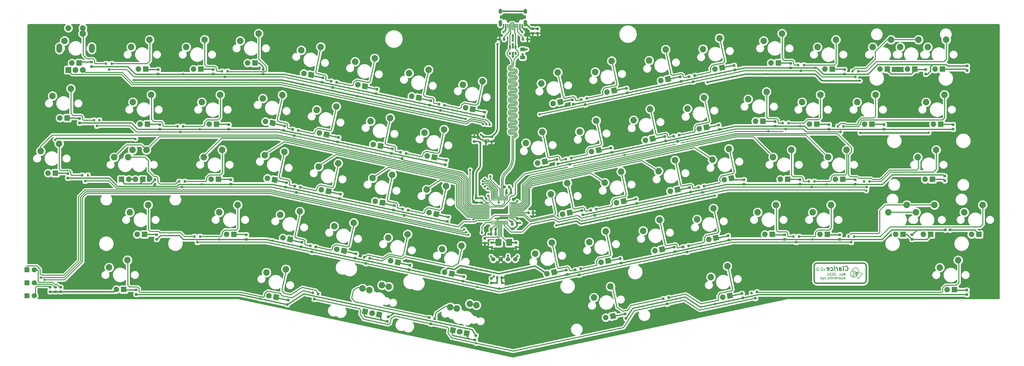
<source format=gbr>
G04 #@! TF.GenerationSoftware,KiCad,Pcbnew,(5.1.4)-1*
G04 #@! TF.CreationDate,2021-04-03T16:46:08-04:00*
G04 #@! TF.ProjectId,f103,66313033-2e6b-4696-9361-645f70636258,rev?*
G04 #@! TF.SameCoordinates,Original*
G04 #@! TF.FileFunction,Copper,L2,Bot*
G04 #@! TF.FilePolarity,Positive*
%FSLAX46Y46*%
G04 Gerber Fmt 4.6, Leading zero omitted, Abs format (unit mm)*
G04 Created by KiCad (PCBNEW (5.1.4)-1) date 2021-04-03 16:46:08*
%MOMM*%
%LPD*%
G04 APERTURE LIST*
%ADD10C,0.140000*%
%ADD11C,0.150000*%
%ADD12C,0.300000*%
%ADD13C,0.187500*%
%ADD14C,0.500000*%
%ADD15C,2.250000*%
%ADD16C,1.905000*%
%ADD17C,0.100000*%
%ADD18R,1.905000X1.905000*%
%ADD19C,2.000000*%
%ADD20O,2.000000X3.200000*%
%ADD21R,2.000000X2.000000*%
%ADD22C,1.500000*%
%ADD23C,0.300000*%
%ADD24R,0.575000X1.450000*%
%ADD25R,0.300000X1.450000*%
%ADD26O,1.200000X2.300000*%
%ADD27O,1.200000X1.800000*%
%ADD28C,0.875000*%
%ADD29R,1.800000X1.800000*%
%ADD30C,1.800000*%
%ADD31C,1.250000*%
%ADD32R,0.800000X0.900000*%
%ADD33C,0.800000*%
%ADD34R,0.650000X1.060000*%
%ADD35R,2.000000X2.400000*%
%ADD36C,0.299720*%
%ADD37C,0.508000*%
%ADD38C,0.457200*%
%ADD39C,0.254000*%
G04 APERTURE END LIST*
D10*
X265627706Y-79865581D02*
X265627706Y-79394153D01*
X265670563Y-79308439D01*
X265756278Y-79265581D01*
X265927706Y-79265581D01*
X266013421Y-79308439D01*
X265627706Y-79822724D02*
X265713421Y-79865581D01*
X265927706Y-79865581D01*
X266013421Y-79822724D01*
X266056278Y-79737010D01*
X266056278Y-79651296D01*
X266013421Y-79565581D01*
X265927706Y-79522724D01*
X265713421Y-79522724D01*
X265627706Y-79479867D01*
X264813421Y-79265581D02*
X264813421Y-79865581D01*
X265199135Y-79265581D02*
X265199135Y-79737010D01*
X265156278Y-79822724D01*
X265070563Y-79865581D01*
X264941992Y-79865581D01*
X264856278Y-79822724D01*
X264813421Y-79779867D01*
X263999135Y-79865581D02*
X263999135Y-78965581D01*
X263999135Y-79822724D02*
X264084849Y-79865581D01*
X264256278Y-79865581D01*
X264341992Y-79822724D01*
X264384849Y-79779867D01*
X264427706Y-79694153D01*
X264427706Y-79437010D01*
X264384849Y-79351296D01*
X264341992Y-79308439D01*
X264256278Y-79265581D01*
X264084849Y-79265581D01*
X263999135Y-79308439D01*
X263570563Y-79865581D02*
X263570563Y-79265581D01*
X263570563Y-79437010D02*
X263527706Y-79351296D01*
X263484849Y-79308439D01*
X263399135Y-79265581D01*
X263313421Y-79265581D01*
X262670563Y-79822724D02*
X262756278Y-79865581D01*
X262927706Y-79865581D01*
X263013421Y-79822724D01*
X263056278Y-79737010D01*
X263056278Y-79394153D01*
X263013421Y-79308439D01*
X262927706Y-79265581D01*
X262756278Y-79265581D01*
X262670563Y-79308439D01*
X262627706Y-79394153D01*
X262627706Y-79479867D01*
X263056278Y-79565581D01*
X262241992Y-79265581D02*
X262241992Y-79865581D01*
X262241992Y-79351296D02*
X262199135Y-79308439D01*
X262113421Y-79265581D01*
X261984849Y-79265581D01*
X261899135Y-79308439D01*
X261856278Y-79394153D01*
X261856278Y-79865581D01*
X261556278Y-79265581D02*
X261213421Y-79265581D01*
X261427706Y-78965581D02*
X261427706Y-79737010D01*
X261384849Y-79822724D01*
X261299135Y-79865581D01*
X261213421Y-79865581D01*
X260913421Y-79865581D02*
X260913421Y-79265581D01*
X260913421Y-78965581D02*
X260956278Y-79008439D01*
X260913421Y-79051296D01*
X260870563Y-79008439D01*
X260913421Y-78965581D01*
X260913421Y-79051296D01*
X260527706Y-79822724D02*
X260441992Y-79865581D01*
X260270563Y-79865581D01*
X260184849Y-79822724D01*
X260141992Y-79737010D01*
X260141992Y-79694153D01*
X260184849Y-79608439D01*
X260270563Y-79565581D01*
X260399135Y-79565581D01*
X260484849Y-79522724D01*
X260527706Y-79437010D01*
X260527706Y-79394153D01*
X260484849Y-79308439D01*
X260399135Y-79265581D01*
X260270563Y-79265581D01*
X260184849Y-79308439D01*
X259756278Y-79779867D02*
X259713421Y-79822724D01*
X259756278Y-79865581D01*
X259799135Y-79822724D01*
X259756278Y-79779867D01*
X259756278Y-79865581D01*
X259413421Y-79865581D02*
X258941992Y-79265581D01*
X259413421Y-79265581D02*
X258941992Y-79865581D01*
X258684849Y-79265581D02*
X258470563Y-79865581D01*
X258256278Y-79265581D02*
X258470563Y-79865581D01*
X258556278Y-80079867D01*
X258599135Y-80122724D01*
X258684849Y-80165581D01*
X257999135Y-79265581D02*
X257527706Y-79265581D01*
X257999135Y-79865581D01*
X257527706Y-79865581D01*
X266089611Y-78572022D02*
X266089611Y-77722022D01*
X265806278Y-78329165D01*
X265522944Y-77722022D01*
X265522944Y-78572022D01*
X264753897Y-78572022D02*
X264753897Y-78126784D01*
X264794373Y-78045832D01*
X264875325Y-78005356D01*
X265037230Y-78005356D01*
X265118182Y-78045832D01*
X264753897Y-78531546D02*
X264834849Y-78572022D01*
X265037230Y-78572022D01*
X265118182Y-78531546D01*
X265158659Y-78450594D01*
X265158659Y-78369641D01*
X265118182Y-78288689D01*
X265037230Y-78248213D01*
X264834849Y-78248213D01*
X264753897Y-78207737D01*
X264349135Y-78572022D02*
X264349135Y-78005356D01*
X264349135Y-78167260D02*
X264308659Y-78086308D01*
X264268182Y-78045832D01*
X264187230Y-78005356D01*
X264106278Y-78005356D01*
X263822944Y-78491070D02*
X263782468Y-78531546D01*
X263822944Y-78572022D01*
X263863421Y-78531546D01*
X263822944Y-78491070D01*
X263822944Y-78572022D01*
X262811040Y-77802975D02*
X262770563Y-77762499D01*
X262689611Y-77722022D01*
X262487230Y-77722022D01*
X262406278Y-77762499D01*
X262365801Y-77802975D01*
X262325325Y-77883927D01*
X262325325Y-77964879D01*
X262365801Y-78086308D01*
X262851516Y-78572022D01*
X262325325Y-78572022D01*
X261799135Y-77722022D02*
X261718182Y-77722022D01*
X261637230Y-77762499D01*
X261596754Y-77802975D01*
X261556278Y-77883927D01*
X261515801Y-78045832D01*
X261515801Y-78248213D01*
X261556278Y-78410118D01*
X261596754Y-78491070D01*
X261637230Y-78531546D01*
X261718182Y-78572022D01*
X261799135Y-78572022D01*
X261880087Y-78531546D01*
X261920563Y-78491070D01*
X261961040Y-78410118D01*
X262001516Y-78248213D01*
X262001516Y-78045832D01*
X261961040Y-77883927D01*
X261920563Y-77802975D01*
X261880087Y-77762499D01*
X261799135Y-77722022D01*
X261191992Y-77802975D02*
X261151516Y-77762499D01*
X261070563Y-77722022D01*
X260868182Y-77722022D01*
X260787230Y-77762499D01*
X260746754Y-77802975D01*
X260706278Y-77883927D01*
X260706278Y-77964879D01*
X260746754Y-78086308D01*
X261232468Y-78572022D01*
X260706278Y-78572022D01*
X259896754Y-78572022D02*
X260382468Y-78572022D01*
X260139611Y-78572022D02*
X260139611Y-77722022D01*
X260220563Y-77843451D01*
X260301516Y-77924403D01*
X260382468Y-77964879D01*
D11*
X259041992Y-76173213D02*
X258803897Y-76839879D01*
X258565801Y-76173213D01*
X258232468Y-75935118D02*
X258184849Y-75887499D01*
X258089611Y-75839879D01*
X257851516Y-75839879D01*
X257756278Y-75887499D01*
X257708659Y-75935118D01*
X257661040Y-76030356D01*
X257661040Y-76125594D01*
X257708659Y-76268451D01*
X258280087Y-76839879D01*
X257661040Y-76839879D01*
X257232468Y-76744641D02*
X257184849Y-76792260D01*
X257232468Y-76839879D01*
X257280087Y-76792260D01*
X257232468Y-76744641D01*
X257232468Y-76839879D01*
X256565801Y-75839879D02*
X256470563Y-75839879D01*
X256375325Y-75887499D01*
X256327706Y-75935118D01*
X256280087Y-76030356D01*
X256232468Y-76220832D01*
X256232468Y-76458927D01*
X256280087Y-76649403D01*
X256327706Y-76744641D01*
X256375325Y-76792260D01*
X256470563Y-76839879D01*
X256565801Y-76839879D01*
X256661040Y-76792260D01*
X256708659Y-76744641D01*
X256756278Y-76649403D01*
X256803897Y-76458927D01*
X256803897Y-76220832D01*
X256756278Y-76030356D01*
X256708659Y-75935118D01*
X256661040Y-75887499D01*
X256565801Y-75839879D01*
D12*
X266165921Y-76723213D02*
X266246278Y-76794641D01*
X266469492Y-76866070D01*
X266612349Y-76866070D01*
X266817706Y-76794641D01*
X266942706Y-76651784D01*
X266996278Y-76508927D01*
X267031992Y-76223213D01*
X267005206Y-76008927D01*
X266898063Y-75723213D01*
X266808778Y-75580356D01*
X266648063Y-75437499D01*
X266424849Y-75366070D01*
X266281992Y-75366070D01*
X266076635Y-75437499D01*
X266014135Y-75508927D01*
X265326635Y-76866070D02*
X265460563Y-76794641D01*
X265514135Y-76651784D01*
X265353421Y-75366070D01*
X264112349Y-76866070D02*
X264014135Y-76080356D01*
X264067706Y-75937499D01*
X264201635Y-75866070D01*
X264487349Y-75866070D01*
X264639135Y-75937499D01*
X264103421Y-76794641D02*
X264255206Y-76866070D01*
X264612349Y-76866070D01*
X264746278Y-76794641D01*
X264799849Y-76651784D01*
X264781992Y-76508927D01*
X264692706Y-76366070D01*
X264540921Y-76294641D01*
X264183778Y-76294641D01*
X264031992Y-76223213D01*
X263398063Y-76866070D02*
X263273063Y-75866070D01*
X263308778Y-76151784D02*
X263219492Y-76008927D01*
X263139135Y-75937499D01*
X262987349Y-75866070D01*
X262844492Y-75866070D01*
X262469492Y-76866070D02*
X262344492Y-75866070D01*
X262281992Y-75366070D02*
X262362349Y-75437499D01*
X262299849Y-75508927D01*
X262219492Y-75437499D01*
X262281992Y-75366070D01*
X262299849Y-75508927D01*
X261103421Y-76794641D02*
X261255206Y-76866070D01*
X261540921Y-76866070D01*
X261674849Y-76794641D01*
X261737349Y-76723213D01*
X261790921Y-76580356D01*
X261737349Y-76151784D01*
X261648063Y-76008927D01*
X261567706Y-75937499D01*
X261415921Y-75866070D01*
X261130206Y-75866070D01*
X260996278Y-75937499D01*
X259889135Y-76794641D02*
X260040921Y-76866070D01*
X260326635Y-76866070D01*
X260460563Y-76794641D01*
X260514135Y-76651784D01*
X260442706Y-76080356D01*
X260353421Y-75937499D01*
X260201635Y-75866070D01*
X259915921Y-75866070D01*
X259781992Y-75937499D01*
X259728421Y-76080356D01*
X259746278Y-76223213D01*
X260478421Y-76366070D01*
D13*
X270063933Y-78090435D02*
G75*
G03X270063933Y-78090435I-1125000J0D01*
G01*
X272151328Y-77885321D02*
X269595294Y-77419821D01*
X268616140Y-79001478D02*
X268378418Y-78491680D01*
X270598130Y-76439624D02*
X269715618Y-75812689D01*
X270417610Y-77540789D02*
X270655333Y-78050587D01*
X270470175Y-79866161D02*
X272151328Y-77885321D01*
X270655333Y-78050587D02*
X268616140Y-79001478D01*
X269715618Y-75812689D02*
X268731421Y-76263499D01*
X269595294Y-77419821D02*
X270470175Y-79866161D01*
X268378418Y-78491680D02*
X270417610Y-77540789D01*
X270496444Y-77517370D02*
X270598130Y-76439624D01*
X269512246Y-77968180D02*
X270496444Y-77517370D01*
X268629735Y-77341244D02*
X269512246Y-77968180D01*
X268731421Y-76263499D02*
X268629735Y-77341244D01*
D14*
X255313421Y-75287499D02*
X255313421Y-80287499D01*
X273313421Y-75287499D02*
X273313421Y-80287499D01*
X272313421Y-81287499D02*
X256313421Y-81287499D01*
X256313421Y-74287499D02*
X272313421Y-74287499D01*
X272313421Y-74287499D02*
G75*
G02X273313421Y-75287499I0J-1000000D01*
G01*
X273313421Y-80287499D02*
G75*
G02X272313421Y-81287499I-1000000J0D01*
G01*
X256313421Y-81287499D02*
G75*
G02X255313421Y-80287499I0J1000000D01*
G01*
X255313421Y-75287499D02*
G75*
G02X256313421Y-74287499I1000000J0D01*
G01*
D15*
X138554683Y-88861111D03*
X131815350Y-90025367D03*
D16*
X132715558Y-98006947D03*
X135200053Y-98535043D03*
D17*
G36*
X134070332Y-99268693D02*
G01*
X134466403Y-97405322D01*
X136329774Y-97801393D01*
X135933703Y-99664764D01*
X134070332Y-99268693D01*
X134070332Y-99268693D01*
G37*
D15*
X-1620009Y-13970002D03*
X-7970009Y-16510002D03*
D16*
X-5430009Y-24130002D03*
D18*
X-2890009Y-24130002D03*
D19*
X2500000Y7000000D03*
X-2500000Y7000000D03*
D20*
X5600000Y0D03*
X-5600000Y0D03*
D19*
X2500000Y-7500000D03*
X0Y-7500000D03*
D21*
X-2500000Y-7500000D03*
D22*
X152000000Y-73000000D03*
X149460000Y-73000000D03*
X146920000Y-73000000D03*
X144380000Y-73000000D03*
D15*
X133422686Y-68292105D03*
X126683353Y-69456361D03*
D16*
X127583561Y-77437941D03*
X130068056Y-77966037D03*
D17*
G36*
X128938335Y-78699687D02*
G01*
X129334406Y-76836316D01*
X131197777Y-77232387D01*
X130801706Y-79095758D01*
X128938335Y-78699687D01*
X128938335Y-78699687D01*
G37*
G36*
X149362852Y-59548367D02*
G01*
X149370133Y-59549447D01*
X149377272Y-59551235D01*
X149384202Y-59553715D01*
X149390856Y-59556862D01*
X149397169Y-59560646D01*
X149403080Y-59565030D01*
X149408534Y-59569973D01*
X149413477Y-59575427D01*
X149417861Y-59581338D01*
X149421645Y-59587651D01*
X149424792Y-59594305D01*
X149427272Y-59601235D01*
X149429060Y-59608374D01*
X149430140Y-59615655D01*
X149430501Y-59623006D01*
X149430501Y-60948006D01*
X149430140Y-60955357D01*
X149429060Y-60962638D01*
X149427272Y-60969777D01*
X149424792Y-60976707D01*
X149421645Y-60983361D01*
X149417861Y-60989674D01*
X149413477Y-60995585D01*
X149408534Y-61001039D01*
X149403080Y-61005982D01*
X149397169Y-61010366D01*
X149390856Y-61014150D01*
X149384202Y-61017297D01*
X149377272Y-61019777D01*
X149370133Y-61021565D01*
X149362852Y-61022645D01*
X149355501Y-61023006D01*
X149205501Y-61023006D01*
X149198150Y-61022645D01*
X149190869Y-61021565D01*
X149183730Y-61019777D01*
X149176800Y-61017297D01*
X149170146Y-61014150D01*
X149163833Y-61010366D01*
X149157922Y-61005982D01*
X149152468Y-61001039D01*
X149147525Y-60995585D01*
X149143141Y-60989674D01*
X149139357Y-60983361D01*
X149136210Y-60976707D01*
X149133730Y-60969777D01*
X149131942Y-60962638D01*
X149130862Y-60955357D01*
X149130501Y-60948006D01*
X149130501Y-59623006D01*
X149130862Y-59615655D01*
X149131942Y-59608374D01*
X149133730Y-59601235D01*
X149136210Y-59594305D01*
X149139357Y-59587651D01*
X149143141Y-59581338D01*
X149147525Y-59575427D01*
X149152468Y-59569973D01*
X149157922Y-59565030D01*
X149163833Y-59560646D01*
X149170146Y-59556862D01*
X149176800Y-59553715D01*
X149183730Y-59551235D01*
X149190869Y-59549447D01*
X149198150Y-59548367D01*
X149205501Y-59548006D01*
X149355501Y-59548006D01*
X149362852Y-59548367D01*
X149362852Y-59548367D01*
G37*
D23*
X149280501Y-60285506D03*
D17*
G36*
X148862852Y-59548367D02*
G01*
X148870133Y-59549447D01*
X148877272Y-59551235D01*
X148884202Y-59553715D01*
X148890856Y-59556862D01*
X148897169Y-59560646D01*
X148903080Y-59565030D01*
X148908534Y-59569973D01*
X148913477Y-59575427D01*
X148917861Y-59581338D01*
X148921645Y-59587651D01*
X148924792Y-59594305D01*
X148927272Y-59601235D01*
X148929060Y-59608374D01*
X148930140Y-59615655D01*
X148930501Y-59623006D01*
X148930501Y-60948006D01*
X148930140Y-60955357D01*
X148929060Y-60962638D01*
X148927272Y-60969777D01*
X148924792Y-60976707D01*
X148921645Y-60983361D01*
X148917861Y-60989674D01*
X148913477Y-60995585D01*
X148908534Y-61001039D01*
X148903080Y-61005982D01*
X148897169Y-61010366D01*
X148890856Y-61014150D01*
X148884202Y-61017297D01*
X148877272Y-61019777D01*
X148870133Y-61021565D01*
X148862852Y-61022645D01*
X148855501Y-61023006D01*
X148705501Y-61023006D01*
X148698150Y-61022645D01*
X148690869Y-61021565D01*
X148683730Y-61019777D01*
X148676800Y-61017297D01*
X148670146Y-61014150D01*
X148663833Y-61010366D01*
X148657922Y-61005982D01*
X148652468Y-61001039D01*
X148647525Y-60995585D01*
X148643141Y-60989674D01*
X148639357Y-60983361D01*
X148636210Y-60976707D01*
X148633730Y-60969777D01*
X148631942Y-60962638D01*
X148630862Y-60955357D01*
X148630501Y-60948006D01*
X148630501Y-59623006D01*
X148630862Y-59615655D01*
X148631942Y-59608374D01*
X148633730Y-59601235D01*
X148636210Y-59594305D01*
X148639357Y-59587651D01*
X148643141Y-59581338D01*
X148647525Y-59575427D01*
X148652468Y-59569973D01*
X148657922Y-59565030D01*
X148663833Y-59560646D01*
X148670146Y-59556862D01*
X148676800Y-59553715D01*
X148683730Y-59551235D01*
X148690869Y-59549447D01*
X148698150Y-59548367D01*
X148705501Y-59548006D01*
X148855501Y-59548006D01*
X148862852Y-59548367D01*
X148862852Y-59548367D01*
G37*
D23*
X148780501Y-60285506D03*
D17*
G36*
X148362852Y-59548367D02*
G01*
X148370133Y-59549447D01*
X148377272Y-59551235D01*
X148384202Y-59553715D01*
X148390856Y-59556862D01*
X148397169Y-59560646D01*
X148403080Y-59565030D01*
X148408534Y-59569973D01*
X148413477Y-59575427D01*
X148417861Y-59581338D01*
X148421645Y-59587651D01*
X148424792Y-59594305D01*
X148427272Y-59601235D01*
X148429060Y-59608374D01*
X148430140Y-59615655D01*
X148430501Y-59623006D01*
X148430501Y-60948006D01*
X148430140Y-60955357D01*
X148429060Y-60962638D01*
X148427272Y-60969777D01*
X148424792Y-60976707D01*
X148421645Y-60983361D01*
X148417861Y-60989674D01*
X148413477Y-60995585D01*
X148408534Y-61001039D01*
X148403080Y-61005982D01*
X148397169Y-61010366D01*
X148390856Y-61014150D01*
X148384202Y-61017297D01*
X148377272Y-61019777D01*
X148370133Y-61021565D01*
X148362852Y-61022645D01*
X148355501Y-61023006D01*
X148205501Y-61023006D01*
X148198150Y-61022645D01*
X148190869Y-61021565D01*
X148183730Y-61019777D01*
X148176800Y-61017297D01*
X148170146Y-61014150D01*
X148163833Y-61010366D01*
X148157922Y-61005982D01*
X148152468Y-61001039D01*
X148147525Y-60995585D01*
X148143141Y-60989674D01*
X148139357Y-60983361D01*
X148136210Y-60976707D01*
X148133730Y-60969777D01*
X148131942Y-60962638D01*
X148130862Y-60955357D01*
X148130501Y-60948006D01*
X148130501Y-59623006D01*
X148130862Y-59615655D01*
X148131942Y-59608374D01*
X148133730Y-59601235D01*
X148136210Y-59594305D01*
X148139357Y-59587651D01*
X148143141Y-59581338D01*
X148147525Y-59575427D01*
X148152468Y-59569973D01*
X148157922Y-59565030D01*
X148163833Y-59560646D01*
X148170146Y-59556862D01*
X148176800Y-59553715D01*
X148183730Y-59551235D01*
X148190869Y-59549447D01*
X148198150Y-59548367D01*
X148205501Y-59548006D01*
X148355501Y-59548006D01*
X148362852Y-59548367D01*
X148362852Y-59548367D01*
G37*
D23*
X148280501Y-60285506D03*
D17*
G36*
X147862852Y-59548367D02*
G01*
X147870133Y-59549447D01*
X147877272Y-59551235D01*
X147884202Y-59553715D01*
X147890856Y-59556862D01*
X147897169Y-59560646D01*
X147903080Y-59565030D01*
X147908534Y-59569973D01*
X147913477Y-59575427D01*
X147917861Y-59581338D01*
X147921645Y-59587651D01*
X147924792Y-59594305D01*
X147927272Y-59601235D01*
X147929060Y-59608374D01*
X147930140Y-59615655D01*
X147930501Y-59623006D01*
X147930501Y-60948006D01*
X147930140Y-60955357D01*
X147929060Y-60962638D01*
X147927272Y-60969777D01*
X147924792Y-60976707D01*
X147921645Y-60983361D01*
X147917861Y-60989674D01*
X147913477Y-60995585D01*
X147908534Y-61001039D01*
X147903080Y-61005982D01*
X147897169Y-61010366D01*
X147890856Y-61014150D01*
X147884202Y-61017297D01*
X147877272Y-61019777D01*
X147870133Y-61021565D01*
X147862852Y-61022645D01*
X147855501Y-61023006D01*
X147705501Y-61023006D01*
X147698150Y-61022645D01*
X147690869Y-61021565D01*
X147683730Y-61019777D01*
X147676800Y-61017297D01*
X147670146Y-61014150D01*
X147663833Y-61010366D01*
X147657922Y-61005982D01*
X147652468Y-61001039D01*
X147647525Y-60995585D01*
X147643141Y-60989674D01*
X147639357Y-60983361D01*
X147636210Y-60976707D01*
X147633730Y-60969777D01*
X147631942Y-60962638D01*
X147630862Y-60955357D01*
X147630501Y-60948006D01*
X147630501Y-59623006D01*
X147630862Y-59615655D01*
X147631942Y-59608374D01*
X147633730Y-59601235D01*
X147636210Y-59594305D01*
X147639357Y-59587651D01*
X147643141Y-59581338D01*
X147647525Y-59575427D01*
X147652468Y-59569973D01*
X147657922Y-59565030D01*
X147663833Y-59560646D01*
X147670146Y-59556862D01*
X147676800Y-59553715D01*
X147683730Y-59551235D01*
X147690869Y-59549447D01*
X147698150Y-59548367D01*
X147705501Y-59548006D01*
X147855501Y-59548006D01*
X147862852Y-59548367D01*
X147862852Y-59548367D01*
G37*
D23*
X147780501Y-60285506D03*
D17*
G36*
X147362852Y-59548367D02*
G01*
X147370133Y-59549447D01*
X147377272Y-59551235D01*
X147384202Y-59553715D01*
X147390856Y-59556862D01*
X147397169Y-59560646D01*
X147403080Y-59565030D01*
X147408534Y-59569973D01*
X147413477Y-59575427D01*
X147417861Y-59581338D01*
X147421645Y-59587651D01*
X147424792Y-59594305D01*
X147427272Y-59601235D01*
X147429060Y-59608374D01*
X147430140Y-59615655D01*
X147430501Y-59623006D01*
X147430501Y-60948006D01*
X147430140Y-60955357D01*
X147429060Y-60962638D01*
X147427272Y-60969777D01*
X147424792Y-60976707D01*
X147421645Y-60983361D01*
X147417861Y-60989674D01*
X147413477Y-60995585D01*
X147408534Y-61001039D01*
X147403080Y-61005982D01*
X147397169Y-61010366D01*
X147390856Y-61014150D01*
X147384202Y-61017297D01*
X147377272Y-61019777D01*
X147370133Y-61021565D01*
X147362852Y-61022645D01*
X147355501Y-61023006D01*
X147205501Y-61023006D01*
X147198150Y-61022645D01*
X147190869Y-61021565D01*
X147183730Y-61019777D01*
X147176800Y-61017297D01*
X147170146Y-61014150D01*
X147163833Y-61010366D01*
X147157922Y-61005982D01*
X147152468Y-61001039D01*
X147147525Y-60995585D01*
X147143141Y-60989674D01*
X147139357Y-60983361D01*
X147136210Y-60976707D01*
X147133730Y-60969777D01*
X147131942Y-60962638D01*
X147130862Y-60955357D01*
X147130501Y-60948006D01*
X147130501Y-59623006D01*
X147130862Y-59615655D01*
X147131942Y-59608374D01*
X147133730Y-59601235D01*
X147136210Y-59594305D01*
X147139357Y-59587651D01*
X147143141Y-59581338D01*
X147147525Y-59575427D01*
X147152468Y-59569973D01*
X147157922Y-59565030D01*
X147163833Y-59560646D01*
X147170146Y-59556862D01*
X147176800Y-59553715D01*
X147183730Y-59551235D01*
X147190869Y-59549447D01*
X147198150Y-59548367D01*
X147205501Y-59548006D01*
X147355501Y-59548006D01*
X147362852Y-59548367D01*
X147362852Y-59548367D01*
G37*
D23*
X147280501Y-60285506D03*
D17*
G36*
X146862852Y-59548367D02*
G01*
X146870133Y-59549447D01*
X146877272Y-59551235D01*
X146884202Y-59553715D01*
X146890856Y-59556862D01*
X146897169Y-59560646D01*
X146903080Y-59565030D01*
X146908534Y-59569973D01*
X146913477Y-59575427D01*
X146917861Y-59581338D01*
X146921645Y-59587651D01*
X146924792Y-59594305D01*
X146927272Y-59601235D01*
X146929060Y-59608374D01*
X146930140Y-59615655D01*
X146930501Y-59623006D01*
X146930501Y-60948006D01*
X146930140Y-60955357D01*
X146929060Y-60962638D01*
X146927272Y-60969777D01*
X146924792Y-60976707D01*
X146921645Y-60983361D01*
X146917861Y-60989674D01*
X146913477Y-60995585D01*
X146908534Y-61001039D01*
X146903080Y-61005982D01*
X146897169Y-61010366D01*
X146890856Y-61014150D01*
X146884202Y-61017297D01*
X146877272Y-61019777D01*
X146870133Y-61021565D01*
X146862852Y-61022645D01*
X146855501Y-61023006D01*
X146705501Y-61023006D01*
X146698150Y-61022645D01*
X146690869Y-61021565D01*
X146683730Y-61019777D01*
X146676800Y-61017297D01*
X146670146Y-61014150D01*
X146663833Y-61010366D01*
X146657922Y-61005982D01*
X146652468Y-61001039D01*
X146647525Y-60995585D01*
X146643141Y-60989674D01*
X146639357Y-60983361D01*
X146636210Y-60976707D01*
X146633730Y-60969777D01*
X146631942Y-60962638D01*
X146630862Y-60955357D01*
X146630501Y-60948006D01*
X146630501Y-59623006D01*
X146630862Y-59615655D01*
X146631942Y-59608374D01*
X146633730Y-59601235D01*
X146636210Y-59594305D01*
X146639357Y-59587651D01*
X146643141Y-59581338D01*
X146647525Y-59575427D01*
X146652468Y-59569973D01*
X146657922Y-59565030D01*
X146663833Y-59560646D01*
X146670146Y-59556862D01*
X146676800Y-59553715D01*
X146683730Y-59551235D01*
X146690869Y-59549447D01*
X146698150Y-59548367D01*
X146705501Y-59548006D01*
X146855501Y-59548006D01*
X146862852Y-59548367D01*
X146862852Y-59548367D01*
G37*
D23*
X146780501Y-60285506D03*
D17*
G36*
X146362852Y-59548367D02*
G01*
X146370133Y-59549447D01*
X146377272Y-59551235D01*
X146384202Y-59553715D01*
X146390856Y-59556862D01*
X146397169Y-59560646D01*
X146403080Y-59565030D01*
X146408534Y-59569973D01*
X146413477Y-59575427D01*
X146417861Y-59581338D01*
X146421645Y-59587651D01*
X146424792Y-59594305D01*
X146427272Y-59601235D01*
X146429060Y-59608374D01*
X146430140Y-59615655D01*
X146430501Y-59623006D01*
X146430501Y-60948006D01*
X146430140Y-60955357D01*
X146429060Y-60962638D01*
X146427272Y-60969777D01*
X146424792Y-60976707D01*
X146421645Y-60983361D01*
X146417861Y-60989674D01*
X146413477Y-60995585D01*
X146408534Y-61001039D01*
X146403080Y-61005982D01*
X146397169Y-61010366D01*
X146390856Y-61014150D01*
X146384202Y-61017297D01*
X146377272Y-61019777D01*
X146370133Y-61021565D01*
X146362852Y-61022645D01*
X146355501Y-61023006D01*
X146205501Y-61023006D01*
X146198150Y-61022645D01*
X146190869Y-61021565D01*
X146183730Y-61019777D01*
X146176800Y-61017297D01*
X146170146Y-61014150D01*
X146163833Y-61010366D01*
X146157922Y-61005982D01*
X146152468Y-61001039D01*
X146147525Y-60995585D01*
X146143141Y-60989674D01*
X146139357Y-60983361D01*
X146136210Y-60976707D01*
X146133730Y-60969777D01*
X146131942Y-60962638D01*
X146130862Y-60955357D01*
X146130501Y-60948006D01*
X146130501Y-59623006D01*
X146130862Y-59615655D01*
X146131942Y-59608374D01*
X146133730Y-59601235D01*
X146136210Y-59594305D01*
X146139357Y-59587651D01*
X146143141Y-59581338D01*
X146147525Y-59575427D01*
X146152468Y-59569973D01*
X146157922Y-59565030D01*
X146163833Y-59560646D01*
X146170146Y-59556862D01*
X146176800Y-59553715D01*
X146183730Y-59551235D01*
X146190869Y-59549447D01*
X146198150Y-59548367D01*
X146205501Y-59548006D01*
X146355501Y-59548006D01*
X146362852Y-59548367D01*
X146362852Y-59548367D01*
G37*
D23*
X146280501Y-60285506D03*
D17*
G36*
X145862852Y-59548367D02*
G01*
X145870133Y-59549447D01*
X145877272Y-59551235D01*
X145884202Y-59553715D01*
X145890856Y-59556862D01*
X145897169Y-59560646D01*
X145903080Y-59565030D01*
X145908534Y-59569973D01*
X145913477Y-59575427D01*
X145917861Y-59581338D01*
X145921645Y-59587651D01*
X145924792Y-59594305D01*
X145927272Y-59601235D01*
X145929060Y-59608374D01*
X145930140Y-59615655D01*
X145930501Y-59623006D01*
X145930501Y-60948006D01*
X145930140Y-60955357D01*
X145929060Y-60962638D01*
X145927272Y-60969777D01*
X145924792Y-60976707D01*
X145921645Y-60983361D01*
X145917861Y-60989674D01*
X145913477Y-60995585D01*
X145908534Y-61001039D01*
X145903080Y-61005982D01*
X145897169Y-61010366D01*
X145890856Y-61014150D01*
X145884202Y-61017297D01*
X145877272Y-61019777D01*
X145870133Y-61021565D01*
X145862852Y-61022645D01*
X145855501Y-61023006D01*
X145705501Y-61023006D01*
X145698150Y-61022645D01*
X145690869Y-61021565D01*
X145683730Y-61019777D01*
X145676800Y-61017297D01*
X145670146Y-61014150D01*
X145663833Y-61010366D01*
X145657922Y-61005982D01*
X145652468Y-61001039D01*
X145647525Y-60995585D01*
X145643141Y-60989674D01*
X145639357Y-60983361D01*
X145636210Y-60976707D01*
X145633730Y-60969777D01*
X145631942Y-60962638D01*
X145630862Y-60955357D01*
X145630501Y-60948006D01*
X145630501Y-59623006D01*
X145630862Y-59615655D01*
X145631942Y-59608374D01*
X145633730Y-59601235D01*
X145636210Y-59594305D01*
X145639357Y-59587651D01*
X145643141Y-59581338D01*
X145647525Y-59575427D01*
X145652468Y-59569973D01*
X145657922Y-59565030D01*
X145663833Y-59560646D01*
X145670146Y-59556862D01*
X145676800Y-59553715D01*
X145683730Y-59551235D01*
X145690869Y-59549447D01*
X145698150Y-59548367D01*
X145705501Y-59548006D01*
X145855501Y-59548006D01*
X145862852Y-59548367D01*
X145862852Y-59548367D01*
G37*
D23*
X145780501Y-60285506D03*
D17*
G36*
X145362852Y-59548367D02*
G01*
X145370133Y-59549447D01*
X145377272Y-59551235D01*
X145384202Y-59553715D01*
X145390856Y-59556862D01*
X145397169Y-59560646D01*
X145403080Y-59565030D01*
X145408534Y-59569973D01*
X145413477Y-59575427D01*
X145417861Y-59581338D01*
X145421645Y-59587651D01*
X145424792Y-59594305D01*
X145427272Y-59601235D01*
X145429060Y-59608374D01*
X145430140Y-59615655D01*
X145430501Y-59623006D01*
X145430501Y-60948006D01*
X145430140Y-60955357D01*
X145429060Y-60962638D01*
X145427272Y-60969777D01*
X145424792Y-60976707D01*
X145421645Y-60983361D01*
X145417861Y-60989674D01*
X145413477Y-60995585D01*
X145408534Y-61001039D01*
X145403080Y-61005982D01*
X145397169Y-61010366D01*
X145390856Y-61014150D01*
X145384202Y-61017297D01*
X145377272Y-61019777D01*
X145370133Y-61021565D01*
X145362852Y-61022645D01*
X145355501Y-61023006D01*
X145205501Y-61023006D01*
X145198150Y-61022645D01*
X145190869Y-61021565D01*
X145183730Y-61019777D01*
X145176800Y-61017297D01*
X145170146Y-61014150D01*
X145163833Y-61010366D01*
X145157922Y-61005982D01*
X145152468Y-61001039D01*
X145147525Y-60995585D01*
X145143141Y-60989674D01*
X145139357Y-60983361D01*
X145136210Y-60976707D01*
X145133730Y-60969777D01*
X145131942Y-60962638D01*
X145130862Y-60955357D01*
X145130501Y-60948006D01*
X145130501Y-59623006D01*
X145130862Y-59615655D01*
X145131942Y-59608374D01*
X145133730Y-59601235D01*
X145136210Y-59594305D01*
X145139357Y-59587651D01*
X145143141Y-59581338D01*
X145147525Y-59575427D01*
X145152468Y-59569973D01*
X145157922Y-59565030D01*
X145163833Y-59560646D01*
X145170146Y-59556862D01*
X145176800Y-59553715D01*
X145183730Y-59551235D01*
X145190869Y-59549447D01*
X145198150Y-59548367D01*
X145205501Y-59548006D01*
X145355501Y-59548006D01*
X145362852Y-59548367D01*
X145362852Y-59548367D01*
G37*
D23*
X145280501Y-60285506D03*
D17*
G36*
X144862852Y-59548367D02*
G01*
X144870133Y-59549447D01*
X144877272Y-59551235D01*
X144884202Y-59553715D01*
X144890856Y-59556862D01*
X144897169Y-59560646D01*
X144903080Y-59565030D01*
X144908534Y-59569973D01*
X144913477Y-59575427D01*
X144917861Y-59581338D01*
X144921645Y-59587651D01*
X144924792Y-59594305D01*
X144927272Y-59601235D01*
X144929060Y-59608374D01*
X144930140Y-59615655D01*
X144930501Y-59623006D01*
X144930501Y-60948006D01*
X144930140Y-60955357D01*
X144929060Y-60962638D01*
X144927272Y-60969777D01*
X144924792Y-60976707D01*
X144921645Y-60983361D01*
X144917861Y-60989674D01*
X144913477Y-60995585D01*
X144908534Y-61001039D01*
X144903080Y-61005982D01*
X144897169Y-61010366D01*
X144890856Y-61014150D01*
X144884202Y-61017297D01*
X144877272Y-61019777D01*
X144870133Y-61021565D01*
X144862852Y-61022645D01*
X144855501Y-61023006D01*
X144705501Y-61023006D01*
X144698150Y-61022645D01*
X144690869Y-61021565D01*
X144683730Y-61019777D01*
X144676800Y-61017297D01*
X144670146Y-61014150D01*
X144663833Y-61010366D01*
X144657922Y-61005982D01*
X144652468Y-61001039D01*
X144647525Y-60995585D01*
X144643141Y-60989674D01*
X144639357Y-60983361D01*
X144636210Y-60976707D01*
X144633730Y-60969777D01*
X144631942Y-60962638D01*
X144630862Y-60955357D01*
X144630501Y-60948006D01*
X144630501Y-59623006D01*
X144630862Y-59615655D01*
X144631942Y-59608374D01*
X144633730Y-59601235D01*
X144636210Y-59594305D01*
X144639357Y-59587651D01*
X144643141Y-59581338D01*
X144647525Y-59575427D01*
X144652468Y-59569973D01*
X144657922Y-59565030D01*
X144663833Y-59560646D01*
X144670146Y-59556862D01*
X144676800Y-59553715D01*
X144683730Y-59551235D01*
X144690869Y-59549447D01*
X144698150Y-59548367D01*
X144705501Y-59548006D01*
X144855501Y-59548006D01*
X144862852Y-59548367D01*
X144862852Y-59548367D01*
G37*
D23*
X144780501Y-60285506D03*
D17*
G36*
X144362852Y-59548367D02*
G01*
X144370133Y-59549447D01*
X144377272Y-59551235D01*
X144384202Y-59553715D01*
X144390856Y-59556862D01*
X144397169Y-59560646D01*
X144403080Y-59565030D01*
X144408534Y-59569973D01*
X144413477Y-59575427D01*
X144417861Y-59581338D01*
X144421645Y-59587651D01*
X144424792Y-59594305D01*
X144427272Y-59601235D01*
X144429060Y-59608374D01*
X144430140Y-59615655D01*
X144430501Y-59623006D01*
X144430501Y-60948006D01*
X144430140Y-60955357D01*
X144429060Y-60962638D01*
X144427272Y-60969777D01*
X144424792Y-60976707D01*
X144421645Y-60983361D01*
X144417861Y-60989674D01*
X144413477Y-60995585D01*
X144408534Y-61001039D01*
X144403080Y-61005982D01*
X144397169Y-61010366D01*
X144390856Y-61014150D01*
X144384202Y-61017297D01*
X144377272Y-61019777D01*
X144370133Y-61021565D01*
X144362852Y-61022645D01*
X144355501Y-61023006D01*
X144205501Y-61023006D01*
X144198150Y-61022645D01*
X144190869Y-61021565D01*
X144183730Y-61019777D01*
X144176800Y-61017297D01*
X144170146Y-61014150D01*
X144163833Y-61010366D01*
X144157922Y-61005982D01*
X144152468Y-61001039D01*
X144147525Y-60995585D01*
X144143141Y-60989674D01*
X144139357Y-60983361D01*
X144136210Y-60976707D01*
X144133730Y-60969777D01*
X144131942Y-60962638D01*
X144130862Y-60955357D01*
X144130501Y-60948006D01*
X144130501Y-59623006D01*
X144130862Y-59615655D01*
X144131942Y-59608374D01*
X144133730Y-59601235D01*
X144136210Y-59594305D01*
X144139357Y-59587651D01*
X144143141Y-59581338D01*
X144147525Y-59575427D01*
X144152468Y-59569973D01*
X144157922Y-59565030D01*
X144163833Y-59560646D01*
X144170146Y-59556862D01*
X144176800Y-59553715D01*
X144183730Y-59551235D01*
X144190869Y-59549447D01*
X144198150Y-59548367D01*
X144205501Y-59548006D01*
X144355501Y-59548006D01*
X144362852Y-59548367D01*
X144362852Y-59548367D01*
G37*
D23*
X144280501Y-60285506D03*
D17*
G36*
X143862852Y-59548367D02*
G01*
X143870133Y-59549447D01*
X143877272Y-59551235D01*
X143884202Y-59553715D01*
X143890856Y-59556862D01*
X143897169Y-59560646D01*
X143903080Y-59565030D01*
X143908534Y-59569973D01*
X143913477Y-59575427D01*
X143917861Y-59581338D01*
X143921645Y-59587651D01*
X143924792Y-59594305D01*
X143927272Y-59601235D01*
X143929060Y-59608374D01*
X143930140Y-59615655D01*
X143930501Y-59623006D01*
X143930501Y-60948006D01*
X143930140Y-60955357D01*
X143929060Y-60962638D01*
X143927272Y-60969777D01*
X143924792Y-60976707D01*
X143921645Y-60983361D01*
X143917861Y-60989674D01*
X143913477Y-60995585D01*
X143908534Y-61001039D01*
X143903080Y-61005982D01*
X143897169Y-61010366D01*
X143890856Y-61014150D01*
X143884202Y-61017297D01*
X143877272Y-61019777D01*
X143870133Y-61021565D01*
X143862852Y-61022645D01*
X143855501Y-61023006D01*
X143705501Y-61023006D01*
X143698150Y-61022645D01*
X143690869Y-61021565D01*
X143683730Y-61019777D01*
X143676800Y-61017297D01*
X143670146Y-61014150D01*
X143663833Y-61010366D01*
X143657922Y-61005982D01*
X143652468Y-61001039D01*
X143647525Y-60995585D01*
X143643141Y-60989674D01*
X143639357Y-60983361D01*
X143636210Y-60976707D01*
X143633730Y-60969777D01*
X143631942Y-60962638D01*
X143630862Y-60955357D01*
X143630501Y-60948006D01*
X143630501Y-59623006D01*
X143630862Y-59615655D01*
X143631942Y-59608374D01*
X143633730Y-59601235D01*
X143636210Y-59594305D01*
X143639357Y-59587651D01*
X143643141Y-59581338D01*
X143647525Y-59575427D01*
X143652468Y-59569973D01*
X143657922Y-59565030D01*
X143663833Y-59560646D01*
X143670146Y-59556862D01*
X143676800Y-59553715D01*
X143683730Y-59551235D01*
X143690869Y-59549447D01*
X143698150Y-59548367D01*
X143705501Y-59548006D01*
X143855501Y-59548006D01*
X143862852Y-59548367D01*
X143862852Y-59548367D01*
G37*
D23*
X143780501Y-60285506D03*
D17*
G36*
X143037852Y-58723367D02*
G01*
X143045133Y-58724447D01*
X143052272Y-58726235D01*
X143059202Y-58728715D01*
X143065856Y-58731862D01*
X143072169Y-58735646D01*
X143078080Y-58740030D01*
X143083534Y-58744973D01*
X143088477Y-58750427D01*
X143092861Y-58756338D01*
X143096645Y-58762651D01*
X143099792Y-58769305D01*
X143102272Y-58776235D01*
X143104060Y-58783374D01*
X143105140Y-58790655D01*
X143105501Y-58798006D01*
X143105501Y-58948006D01*
X143105140Y-58955357D01*
X143104060Y-58962638D01*
X143102272Y-58969777D01*
X143099792Y-58976707D01*
X143096645Y-58983361D01*
X143092861Y-58989674D01*
X143088477Y-58995585D01*
X143083534Y-59001039D01*
X143078080Y-59005982D01*
X143072169Y-59010366D01*
X143065856Y-59014150D01*
X143059202Y-59017297D01*
X143052272Y-59019777D01*
X143045133Y-59021565D01*
X143037852Y-59022645D01*
X143030501Y-59023006D01*
X141705501Y-59023006D01*
X141698150Y-59022645D01*
X141690869Y-59021565D01*
X141683730Y-59019777D01*
X141676800Y-59017297D01*
X141670146Y-59014150D01*
X141663833Y-59010366D01*
X141657922Y-59005982D01*
X141652468Y-59001039D01*
X141647525Y-58995585D01*
X141643141Y-58989674D01*
X141639357Y-58983361D01*
X141636210Y-58976707D01*
X141633730Y-58969777D01*
X141631942Y-58962638D01*
X141630862Y-58955357D01*
X141630501Y-58948006D01*
X141630501Y-58798006D01*
X141630862Y-58790655D01*
X141631942Y-58783374D01*
X141633730Y-58776235D01*
X141636210Y-58769305D01*
X141639357Y-58762651D01*
X141643141Y-58756338D01*
X141647525Y-58750427D01*
X141652468Y-58744973D01*
X141657922Y-58740030D01*
X141663833Y-58735646D01*
X141670146Y-58731862D01*
X141676800Y-58728715D01*
X141683730Y-58726235D01*
X141690869Y-58724447D01*
X141698150Y-58723367D01*
X141705501Y-58723006D01*
X143030501Y-58723006D01*
X143037852Y-58723367D01*
X143037852Y-58723367D01*
G37*
D23*
X142368001Y-58873006D03*
D17*
G36*
X143037852Y-58223367D02*
G01*
X143045133Y-58224447D01*
X143052272Y-58226235D01*
X143059202Y-58228715D01*
X143065856Y-58231862D01*
X143072169Y-58235646D01*
X143078080Y-58240030D01*
X143083534Y-58244973D01*
X143088477Y-58250427D01*
X143092861Y-58256338D01*
X143096645Y-58262651D01*
X143099792Y-58269305D01*
X143102272Y-58276235D01*
X143104060Y-58283374D01*
X143105140Y-58290655D01*
X143105501Y-58298006D01*
X143105501Y-58448006D01*
X143105140Y-58455357D01*
X143104060Y-58462638D01*
X143102272Y-58469777D01*
X143099792Y-58476707D01*
X143096645Y-58483361D01*
X143092861Y-58489674D01*
X143088477Y-58495585D01*
X143083534Y-58501039D01*
X143078080Y-58505982D01*
X143072169Y-58510366D01*
X143065856Y-58514150D01*
X143059202Y-58517297D01*
X143052272Y-58519777D01*
X143045133Y-58521565D01*
X143037852Y-58522645D01*
X143030501Y-58523006D01*
X141705501Y-58523006D01*
X141698150Y-58522645D01*
X141690869Y-58521565D01*
X141683730Y-58519777D01*
X141676800Y-58517297D01*
X141670146Y-58514150D01*
X141663833Y-58510366D01*
X141657922Y-58505982D01*
X141652468Y-58501039D01*
X141647525Y-58495585D01*
X141643141Y-58489674D01*
X141639357Y-58483361D01*
X141636210Y-58476707D01*
X141633730Y-58469777D01*
X141631942Y-58462638D01*
X141630862Y-58455357D01*
X141630501Y-58448006D01*
X141630501Y-58298006D01*
X141630862Y-58290655D01*
X141631942Y-58283374D01*
X141633730Y-58276235D01*
X141636210Y-58269305D01*
X141639357Y-58262651D01*
X141643141Y-58256338D01*
X141647525Y-58250427D01*
X141652468Y-58244973D01*
X141657922Y-58240030D01*
X141663833Y-58235646D01*
X141670146Y-58231862D01*
X141676800Y-58228715D01*
X141683730Y-58226235D01*
X141690869Y-58224447D01*
X141698150Y-58223367D01*
X141705501Y-58223006D01*
X143030501Y-58223006D01*
X143037852Y-58223367D01*
X143037852Y-58223367D01*
G37*
D23*
X142368001Y-58373006D03*
D17*
G36*
X143037852Y-57723367D02*
G01*
X143045133Y-57724447D01*
X143052272Y-57726235D01*
X143059202Y-57728715D01*
X143065856Y-57731862D01*
X143072169Y-57735646D01*
X143078080Y-57740030D01*
X143083534Y-57744973D01*
X143088477Y-57750427D01*
X143092861Y-57756338D01*
X143096645Y-57762651D01*
X143099792Y-57769305D01*
X143102272Y-57776235D01*
X143104060Y-57783374D01*
X143105140Y-57790655D01*
X143105501Y-57798006D01*
X143105501Y-57948006D01*
X143105140Y-57955357D01*
X143104060Y-57962638D01*
X143102272Y-57969777D01*
X143099792Y-57976707D01*
X143096645Y-57983361D01*
X143092861Y-57989674D01*
X143088477Y-57995585D01*
X143083534Y-58001039D01*
X143078080Y-58005982D01*
X143072169Y-58010366D01*
X143065856Y-58014150D01*
X143059202Y-58017297D01*
X143052272Y-58019777D01*
X143045133Y-58021565D01*
X143037852Y-58022645D01*
X143030501Y-58023006D01*
X141705501Y-58023006D01*
X141698150Y-58022645D01*
X141690869Y-58021565D01*
X141683730Y-58019777D01*
X141676800Y-58017297D01*
X141670146Y-58014150D01*
X141663833Y-58010366D01*
X141657922Y-58005982D01*
X141652468Y-58001039D01*
X141647525Y-57995585D01*
X141643141Y-57989674D01*
X141639357Y-57983361D01*
X141636210Y-57976707D01*
X141633730Y-57969777D01*
X141631942Y-57962638D01*
X141630862Y-57955357D01*
X141630501Y-57948006D01*
X141630501Y-57798006D01*
X141630862Y-57790655D01*
X141631942Y-57783374D01*
X141633730Y-57776235D01*
X141636210Y-57769305D01*
X141639357Y-57762651D01*
X141643141Y-57756338D01*
X141647525Y-57750427D01*
X141652468Y-57744973D01*
X141657922Y-57740030D01*
X141663833Y-57735646D01*
X141670146Y-57731862D01*
X141676800Y-57728715D01*
X141683730Y-57726235D01*
X141690869Y-57724447D01*
X141698150Y-57723367D01*
X141705501Y-57723006D01*
X143030501Y-57723006D01*
X143037852Y-57723367D01*
X143037852Y-57723367D01*
G37*
D23*
X142368001Y-57873006D03*
D17*
G36*
X143037852Y-57223367D02*
G01*
X143045133Y-57224447D01*
X143052272Y-57226235D01*
X143059202Y-57228715D01*
X143065856Y-57231862D01*
X143072169Y-57235646D01*
X143078080Y-57240030D01*
X143083534Y-57244973D01*
X143088477Y-57250427D01*
X143092861Y-57256338D01*
X143096645Y-57262651D01*
X143099792Y-57269305D01*
X143102272Y-57276235D01*
X143104060Y-57283374D01*
X143105140Y-57290655D01*
X143105501Y-57298006D01*
X143105501Y-57448006D01*
X143105140Y-57455357D01*
X143104060Y-57462638D01*
X143102272Y-57469777D01*
X143099792Y-57476707D01*
X143096645Y-57483361D01*
X143092861Y-57489674D01*
X143088477Y-57495585D01*
X143083534Y-57501039D01*
X143078080Y-57505982D01*
X143072169Y-57510366D01*
X143065856Y-57514150D01*
X143059202Y-57517297D01*
X143052272Y-57519777D01*
X143045133Y-57521565D01*
X143037852Y-57522645D01*
X143030501Y-57523006D01*
X141705501Y-57523006D01*
X141698150Y-57522645D01*
X141690869Y-57521565D01*
X141683730Y-57519777D01*
X141676800Y-57517297D01*
X141670146Y-57514150D01*
X141663833Y-57510366D01*
X141657922Y-57505982D01*
X141652468Y-57501039D01*
X141647525Y-57495585D01*
X141643141Y-57489674D01*
X141639357Y-57483361D01*
X141636210Y-57476707D01*
X141633730Y-57469777D01*
X141631942Y-57462638D01*
X141630862Y-57455357D01*
X141630501Y-57448006D01*
X141630501Y-57298006D01*
X141630862Y-57290655D01*
X141631942Y-57283374D01*
X141633730Y-57276235D01*
X141636210Y-57269305D01*
X141639357Y-57262651D01*
X141643141Y-57256338D01*
X141647525Y-57250427D01*
X141652468Y-57244973D01*
X141657922Y-57240030D01*
X141663833Y-57235646D01*
X141670146Y-57231862D01*
X141676800Y-57228715D01*
X141683730Y-57226235D01*
X141690869Y-57224447D01*
X141698150Y-57223367D01*
X141705501Y-57223006D01*
X143030501Y-57223006D01*
X143037852Y-57223367D01*
X143037852Y-57223367D01*
G37*
D23*
X142368001Y-57373006D03*
D17*
G36*
X143037852Y-56723367D02*
G01*
X143045133Y-56724447D01*
X143052272Y-56726235D01*
X143059202Y-56728715D01*
X143065856Y-56731862D01*
X143072169Y-56735646D01*
X143078080Y-56740030D01*
X143083534Y-56744973D01*
X143088477Y-56750427D01*
X143092861Y-56756338D01*
X143096645Y-56762651D01*
X143099792Y-56769305D01*
X143102272Y-56776235D01*
X143104060Y-56783374D01*
X143105140Y-56790655D01*
X143105501Y-56798006D01*
X143105501Y-56948006D01*
X143105140Y-56955357D01*
X143104060Y-56962638D01*
X143102272Y-56969777D01*
X143099792Y-56976707D01*
X143096645Y-56983361D01*
X143092861Y-56989674D01*
X143088477Y-56995585D01*
X143083534Y-57001039D01*
X143078080Y-57005982D01*
X143072169Y-57010366D01*
X143065856Y-57014150D01*
X143059202Y-57017297D01*
X143052272Y-57019777D01*
X143045133Y-57021565D01*
X143037852Y-57022645D01*
X143030501Y-57023006D01*
X141705501Y-57023006D01*
X141698150Y-57022645D01*
X141690869Y-57021565D01*
X141683730Y-57019777D01*
X141676800Y-57017297D01*
X141670146Y-57014150D01*
X141663833Y-57010366D01*
X141657922Y-57005982D01*
X141652468Y-57001039D01*
X141647525Y-56995585D01*
X141643141Y-56989674D01*
X141639357Y-56983361D01*
X141636210Y-56976707D01*
X141633730Y-56969777D01*
X141631942Y-56962638D01*
X141630862Y-56955357D01*
X141630501Y-56948006D01*
X141630501Y-56798006D01*
X141630862Y-56790655D01*
X141631942Y-56783374D01*
X141633730Y-56776235D01*
X141636210Y-56769305D01*
X141639357Y-56762651D01*
X141643141Y-56756338D01*
X141647525Y-56750427D01*
X141652468Y-56744973D01*
X141657922Y-56740030D01*
X141663833Y-56735646D01*
X141670146Y-56731862D01*
X141676800Y-56728715D01*
X141683730Y-56726235D01*
X141690869Y-56724447D01*
X141698150Y-56723367D01*
X141705501Y-56723006D01*
X143030501Y-56723006D01*
X143037852Y-56723367D01*
X143037852Y-56723367D01*
G37*
D23*
X142368001Y-56873006D03*
D17*
G36*
X143037852Y-56223367D02*
G01*
X143045133Y-56224447D01*
X143052272Y-56226235D01*
X143059202Y-56228715D01*
X143065856Y-56231862D01*
X143072169Y-56235646D01*
X143078080Y-56240030D01*
X143083534Y-56244973D01*
X143088477Y-56250427D01*
X143092861Y-56256338D01*
X143096645Y-56262651D01*
X143099792Y-56269305D01*
X143102272Y-56276235D01*
X143104060Y-56283374D01*
X143105140Y-56290655D01*
X143105501Y-56298006D01*
X143105501Y-56448006D01*
X143105140Y-56455357D01*
X143104060Y-56462638D01*
X143102272Y-56469777D01*
X143099792Y-56476707D01*
X143096645Y-56483361D01*
X143092861Y-56489674D01*
X143088477Y-56495585D01*
X143083534Y-56501039D01*
X143078080Y-56505982D01*
X143072169Y-56510366D01*
X143065856Y-56514150D01*
X143059202Y-56517297D01*
X143052272Y-56519777D01*
X143045133Y-56521565D01*
X143037852Y-56522645D01*
X143030501Y-56523006D01*
X141705501Y-56523006D01*
X141698150Y-56522645D01*
X141690869Y-56521565D01*
X141683730Y-56519777D01*
X141676800Y-56517297D01*
X141670146Y-56514150D01*
X141663833Y-56510366D01*
X141657922Y-56505982D01*
X141652468Y-56501039D01*
X141647525Y-56495585D01*
X141643141Y-56489674D01*
X141639357Y-56483361D01*
X141636210Y-56476707D01*
X141633730Y-56469777D01*
X141631942Y-56462638D01*
X141630862Y-56455357D01*
X141630501Y-56448006D01*
X141630501Y-56298006D01*
X141630862Y-56290655D01*
X141631942Y-56283374D01*
X141633730Y-56276235D01*
X141636210Y-56269305D01*
X141639357Y-56262651D01*
X141643141Y-56256338D01*
X141647525Y-56250427D01*
X141652468Y-56244973D01*
X141657922Y-56240030D01*
X141663833Y-56235646D01*
X141670146Y-56231862D01*
X141676800Y-56228715D01*
X141683730Y-56226235D01*
X141690869Y-56224447D01*
X141698150Y-56223367D01*
X141705501Y-56223006D01*
X143030501Y-56223006D01*
X143037852Y-56223367D01*
X143037852Y-56223367D01*
G37*
D23*
X142368001Y-56373006D03*
D17*
G36*
X143037852Y-55723367D02*
G01*
X143045133Y-55724447D01*
X143052272Y-55726235D01*
X143059202Y-55728715D01*
X143065856Y-55731862D01*
X143072169Y-55735646D01*
X143078080Y-55740030D01*
X143083534Y-55744973D01*
X143088477Y-55750427D01*
X143092861Y-55756338D01*
X143096645Y-55762651D01*
X143099792Y-55769305D01*
X143102272Y-55776235D01*
X143104060Y-55783374D01*
X143105140Y-55790655D01*
X143105501Y-55798006D01*
X143105501Y-55948006D01*
X143105140Y-55955357D01*
X143104060Y-55962638D01*
X143102272Y-55969777D01*
X143099792Y-55976707D01*
X143096645Y-55983361D01*
X143092861Y-55989674D01*
X143088477Y-55995585D01*
X143083534Y-56001039D01*
X143078080Y-56005982D01*
X143072169Y-56010366D01*
X143065856Y-56014150D01*
X143059202Y-56017297D01*
X143052272Y-56019777D01*
X143045133Y-56021565D01*
X143037852Y-56022645D01*
X143030501Y-56023006D01*
X141705501Y-56023006D01*
X141698150Y-56022645D01*
X141690869Y-56021565D01*
X141683730Y-56019777D01*
X141676800Y-56017297D01*
X141670146Y-56014150D01*
X141663833Y-56010366D01*
X141657922Y-56005982D01*
X141652468Y-56001039D01*
X141647525Y-55995585D01*
X141643141Y-55989674D01*
X141639357Y-55983361D01*
X141636210Y-55976707D01*
X141633730Y-55969777D01*
X141631942Y-55962638D01*
X141630862Y-55955357D01*
X141630501Y-55948006D01*
X141630501Y-55798006D01*
X141630862Y-55790655D01*
X141631942Y-55783374D01*
X141633730Y-55776235D01*
X141636210Y-55769305D01*
X141639357Y-55762651D01*
X141643141Y-55756338D01*
X141647525Y-55750427D01*
X141652468Y-55744973D01*
X141657922Y-55740030D01*
X141663833Y-55735646D01*
X141670146Y-55731862D01*
X141676800Y-55728715D01*
X141683730Y-55726235D01*
X141690869Y-55724447D01*
X141698150Y-55723367D01*
X141705501Y-55723006D01*
X143030501Y-55723006D01*
X143037852Y-55723367D01*
X143037852Y-55723367D01*
G37*
D23*
X142368001Y-55873006D03*
D17*
G36*
X143037852Y-55223367D02*
G01*
X143045133Y-55224447D01*
X143052272Y-55226235D01*
X143059202Y-55228715D01*
X143065856Y-55231862D01*
X143072169Y-55235646D01*
X143078080Y-55240030D01*
X143083534Y-55244973D01*
X143088477Y-55250427D01*
X143092861Y-55256338D01*
X143096645Y-55262651D01*
X143099792Y-55269305D01*
X143102272Y-55276235D01*
X143104060Y-55283374D01*
X143105140Y-55290655D01*
X143105501Y-55298006D01*
X143105501Y-55448006D01*
X143105140Y-55455357D01*
X143104060Y-55462638D01*
X143102272Y-55469777D01*
X143099792Y-55476707D01*
X143096645Y-55483361D01*
X143092861Y-55489674D01*
X143088477Y-55495585D01*
X143083534Y-55501039D01*
X143078080Y-55505982D01*
X143072169Y-55510366D01*
X143065856Y-55514150D01*
X143059202Y-55517297D01*
X143052272Y-55519777D01*
X143045133Y-55521565D01*
X143037852Y-55522645D01*
X143030501Y-55523006D01*
X141705501Y-55523006D01*
X141698150Y-55522645D01*
X141690869Y-55521565D01*
X141683730Y-55519777D01*
X141676800Y-55517297D01*
X141670146Y-55514150D01*
X141663833Y-55510366D01*
X141657922Y-55505982D01*
X141652468Y-55501039D01*
X141647525Y-55495585D01*
X141643141Y-55489674D01*
X141639357Y-55483361D01*
X141636210Y-55476707D01*
X141633730Y-55469777D01*
X141631942Y-55462638D01*
X141630862Y-55455357D01*
X141630501Y-55448006D01*
X141630501Y-55298006D01*
X141630862Y-55290655D01*
X141631942Y-55283374D01*
X141633730Y-55276235D01*
X141636210Y-55269305D01*
X141639357Y-55262651D01*
X141643141Y-55256338D01*
X141647525Y-55250427D01*
X141652468Y-55244973D01*
X141657922Y-55240030D01*
X141663833Y-55235646D01*
X141670146Y-55231862D01*
X141676800Y-55228715D01*
X141683730Y-55226235D01*
X141690869Y-55224447D01*
X141698150Y-55223367D01*
X141705501Y-55223006D01*
X143030501Y-55223006D01*
X143037852Y-55223367D01*
X143037852Y-55223367D01*
G37*
D23*
X142368001Y-55373006D03*
D17*
G36*
X143037852Y-54723367D02*
G01*
X143045133Y-54724447D01*
X143052272Y-54726235D01*
X143059202Y-54728715D01*
X143065856Y-54731862D01*
X143072169Y-54735646D01*
X143078080Y-54740030D01*
X143083534Y-54744973D01*
X143088477Y-54750427D01*
X143092861Y-54756338D01*
X143096645Y-54762651D01*
X143099792Y-54769305D01*
X143102272Y-54776235D01*
X143104060Y-54783374D01*
X143105140Y-54790655D01*
X143105501Y-54798006D01*
X143105501Y-54948006D01*
X143105140Y-54955357D01*
X143104060Y-54962638D01*
X143102272Y-54969777D01*
X143099792Y-54976707D01*
X143096645Y-54983361D01*
X143092861Y-54989674D01*
X143088477Y-54995585D01*
X143083534Y-55001039D01*
X143078080Y-55005982D01*
X143072169Y-55010366D01*
X143065856Y-55014150D01*
X143059202Y-55017297D01*
X143052272Y-55019777D01*
X143045133Y-55021565D01*
X143037852Y-55022645D01*
X143030501Y-55023006D01*
X141705501Y-55023006D01*
X141698150Y-55022645D01*
X141690869Y-55021565D01*
X141683730Y-55019777D01*
X141676800Y-55017297D01*
X141670146Y-55014150D01*
X141663833Y-55010366D01*
X141657922Y-55005982D01*
X141652468Y-55001039D01*
X141647525Y-54995585D01*
X141643141Y-54989674D01*
X141639357Y-54983361D01*
X141636210Y-54976707D01*
X141633730Y-54969777D01*
X141631942Y-54962638D01*
X141630862Y-54955357D01*
X141630501Y-54948006D01*
X141630501Y-54798006D01*
X141630862Y-54790655D01*
X141631942Y-54783374D01*
X141633730Y-54776235D01*
X141636210Y-54769305D01*
X141639357Y-54762651D01*
X141643141Y-54756338D01*
X141647525Y-54750427D01*
X141652468Y-54744973D01*
X141657922Y-54740030D01*
X141663833Y-54735646D01*
X141670146Y-54731862D01*
X141676800Y-54728715D01*
X141683730Y-54726235D01*
X141690869Y-54724447D01*
X141698150Y-54723367D01*
X141705501Y-54723006D01*
X143030501Y-54723006D01*
X143037852Y-54723367D01*
X143037852Y-54723367D01*
G37*
D23*
X142368001Y-54873006D03*
D17*
G36*
X143037852Y-54223367D02*
G01*
X143045133Y-54224447D01*
X143052272Y-54226235D01*
X143059202Y-54228715D01*
X143065856Y-54231862D01*
X143072169Y-54235646D01*
X143078080Y-54240030D01*
X143083534Y-54244973D01*
X143088477Y-54250427D01*
X143092861Y-54256338D01*
X143096645Y-54262651D01*
X143099792Y-54269305D01*
X143102272Y-54276235D01*
X143104060Y-54283374D01*
X143105140Y-54290655D01*
X143105501Y-54298006D01*
X143105501Y-54448006D01*
X143105140Y-54455357D01*
X143104060Y-54462638D01*
X143102272Y-54469777D01*
X143099792Y-54476707D01*
X143096645Y-54483361D01*
X143092861Y-54489674D01*
X143088477Y-54495585D01*
X143083534Y-54501039D01*
X143078080Y-54505982D01*
X143072169Y-54510366D01*
X143065856Y-54514150D01*
X143059202Y-54517297D01*
X143052272Y-54519777D01*
X143045133Y-54521565D01*
X143037852Y-54522645D01*
X143030501Y-54523006D01*
X141705501Y-54523006D01*
X141698150Y-54522645D01*
X141690869Y-54521565D01*
X141683730Y-54519777D01*
X141676800Y-54517297D01*
X141670146Y-54514150D01*
X141663833Y-54510366D01*
X141657922Y-54505982D01*
X141652468Y-54501039D01*
X141647525Y-54495585D01*
X141643141Y-54489674D01*
X141639357Y-54483361D01*
X141636210Y-54476707D01*
X141633730Y-54469777D01*
X141631942Y-54462638D01*
X141630862Y-54455357D01*
X141630501Y-54448006D01*
X141630501Y-54298006D01*
X141630862Y-54290655D01*
X141631942Y-54283374D01*
X141633730Y-54276235D01*
X141636210Y-54269305D01*
X141639357Y-54262651D01*
X141643141Y-54256338D01*
X141647525Y-54250427D01*
X141652468Y-54244973D01*
X141657922Y-54240030D01*
X141663833Y-54235646D01*
X141670146Y-54231862D01*
X141676800Y-54228715D01*
X141683730Y-54226235D01*
X141690869Y-54224447D01*
X141698150Y-54223367D01*
X141705501Y-54223006D01*
X143030501Y-54223006D01*
X143037852Y-54223367D01*
X143037852Y-54223367D01*
G37*
D23*
X142368001Y-54373006D03*
D17*
G36*
X143037852Y-53723367D02*
G01*
X143045133Y-53724447D01*
X143052272Y-53726235D01*
X143059202Y-53728715D01*
X143065856Y-53731862D01*
X143072169Y-53735646D01*
X143078080Y-53740030D01*
X143083534Y-53744973D01*
X143088477Y-53750427D01*
X143092861Y-53756338D01*
X143096645Y-53762651D01*
X143099792Y-53769305D01*
X143102272Y-53776235D01*
X143104060Y-53783374D01*
X143105140Y-53790655D01*
X143105501Y-53798006D01*
X143105501Y-53948006D01*
X143105140Y-53955357D01*
X143104060Y-53962638D01*
X143102272Y-53969777D01*
X143099792Y-53976707D01*
X143096645Y-53983361D01*
X143092861Y-53989674D01*
X143088477Y-53995585D01*
X143083534Y-54001039D01*
X143078080Y-54005982D01*
X143072169Y-54010366D01*
X143065856Y-54014150D01*
X143059202Y-54017297D01*
X143052272Y-54019777D01*
X143045133Y-54021565D01*
X143037852Y-54022645D01*
X143030501Y-54023006D01*
X141705501Y-54023006D01*
X141698150Y-54022645D01*
X141690869Y-54021565D01*
X141683730Y-54019777D01*
X141676800Y-54017297D01*
X141670146Y-54014150D01*
X141663833Y-54010366D01*
X141657922Y-54005982D01*
X141652468Y-54001039D01*
X141647525Y-53995585D01*
X141643141Y-53989674D01*
X141639357Y-53983361D01*
X141636210Y-53976707D01*
X141633730Y-53969777D01*
X141631942Y-53962638D01*
X141630862Y-53955357D01*
X141630501Y-53948006D01*
X141630501Y-53798006D01*
X141630862Y-53790655D01*
X141631942Y-53783374D01*
X141633730Y-53776235D01*
X141636210Y-53769305D01*
X141639357Y-53762651D01*
X141643141Y-53756338D01*
X141647525Y-53750427D01*
X141652468Y-53744973D01*
X141657922Y-53740030D01*
X141663833Y-53735646D01*
X141670146Y-53731862D01*
X141676800Y-53728715D01*
X141683730Y-53726235D01*
X141690869Y-53724447D01*
X141698150Y-53723367D01*
X141705501Y-53723006D01*
X143030501Y-53723006D01*
X143037852Y-53723367D01*
X143037852Y-53723367D01*
G37*
D23*
X142368001Y-53873006D03*
D17*
G36*
X143037852Y-53223367D02*
G01*
X143045133Y-53224447D01*
X143052272Y-53226235D01*
X143059202Y-53228715D01*
X143065856Y-53231862D01*
X143072169Y-53235646D01*
X143078080Y-53240030D01*
X143083534Y-53244973D01*
X143088477Y-53250427D01*
X143092861Y-53256338D01*
X143096645Y-53262651D01*
X143099792Y-53269305D01*
X143102272Y-53276235D01*
X143104060Y-53283374D01*
X143105140Y-53290655D01*
X143105501Y-53298006D01*
X143105501Y-53448006D01*
X143105140Y-53455357D01*
X143104060Y-53462638D01*
X143102272Y-53469777D01*
X143099792Y-53476707D01*
X143096645Y-53483361D01*
X143092861Y-53489674D01*
X143088477Y-53495585D01*
X143083534Y-53501039D01*
X143078080Y-53505982D01*
X143072169Y-53510366D01*
X143065856Y-53514150D01*
X143059202Y-53517297D01*
X143052272Y-53519777D01*
X143045133Y-53521565D01*
X143037852Y-53522645D01*
X143030501Y-53523006D01*
X141705501Y-53523006D01*
X141698150Y-53522645D01*
X141690869Y-53521565D01*
X141683730Y-53519777D01*
X141676800Y-53517297D01*
X141670146Y-53514150D01*
X141663833Y-53510366D01*
X141657922Y-53505982D01*
X141652468Y-53501039D01*
X141647525Y-53495585D01*
X141643141Y-53489674D01*
X141639357Y-53483361D01*
X141636210Y-53476707D01*
X141633730Y-53469777D01*
X141631942Y-53462638D01*
X141630862Y-53455357D01*
X141630501Y-53448006D01*
X141630501Y-53298006D01*
X141630862Y-53290655D01*
X141631942Y-53283374D01*
X141633730Y-53276235D01*
X141636210Y-53269305D01*
X141639357Y-53262651D01*
X141643141Y-53256338D01*
X141647525Y-53250427D01*
X141652468Y-53244973D01*
X141657922Y-53240030D01*
X141663833Y-53235646D01*
X141670146Y-53231862D01*
X141676800Y-53228715D01*
X141683730Y-53226235D01*
X141690869Y-53224447D01*
X141698150Y-53223367D01*
X141705501Y-53223006D01*
X143030501Y-53223006D01*
X143037852Y-53223367D01*
X143037852Y-53223367D01*
G37*
D23*
X142368001Y-53373006D03*
D17*
G36*
X143862852Y-51223367D02*
G01*
X143870133Y-51224447D01*
X143877272Y-51226235D01*
X143884202Y-51228715D01*
X143890856Y-51231862D01*
X143897169Y-51235646D01*
X143903080Y-51240030D01*
X143908534Y-51244973D01*
X143913477Y-51250427D01*
X143917861Y-51256338D01*
X143921645Y-51262651D01*
X143924792Y-51269305D01*
X143927272Y-51276235D01*
X143929060Y-51283374D01*
X143930140Y-51290655D01*
X143930501Y-51298006D01*
X143930501Y-52623006D01*
X143930140Y-52630357D01*
X143929060Y-52637638D01*
X143927272Y-52644777D01*
X143924792Y-52651707D01*
X143921645Y-52658361D01*
X143917861Y-52664674D01*
X143913477Y-52670585D01*
X143908534Y-52676039D01*
X143903080Y-52680982D01*
X143897169Y-52685366D01*
X143890856Y-52689150D01*
X143884202Y-52692297D01*
X143877272Y-52694777D01*
X143870133Y-52696565D01*
X143862852Y-52697645D01*
X143855501Y-52698006D01*
X143705501Y-52698006D01*
X143698150Y-52697645D01*
X143690869Y-52696565D01*
X143683730Y-52694777D01*
X143676800Y-52692297D01*
X143670146Y-52689150D01*
X143663833Y-52685366D01*
X143657922Y-52680982D01*
X143652468Y-52676039D01*
X143647525Y-52670585D01*
X143643141Y-52664674D01*
X143639357Y-52658361D01*
X143636210Y-52651707D01*
X143633730Y-52644777D01*
X143631942Y-52637638D01*
X143630862Y-52630357D01*
X143630501Y-52623006D01*
X143630501Y-51298006D01*
X143630862Y-51290655D01*
X143631942Y-51283374D01*
X143633730Y-51276235D01*
X143636210Y-51269305D01*
X143639357Y-51262651D01*
X143643141Y-51256338D01*
X143647525Y-51250427D01*
X143652468Y-51244973D01*
X143657922Y-51240030D01*
X143663833Y-51235646D01*
X143670146Y-51231862D01*
X143676800Y-51228715D01*
X143683730Y-51226235D01*
X143690869Y-51224447D01*
X143698150Y-51223367D01*
X143705501Y-51223006D01*
X143855501Y-51223006D01*
X143862852Y-51223367D01*
X143862852Y-51223367D01*
G37*
D23*
X143780501Y-51960506D03*
D17*
G36*
X144362852Y-51223367D02*
G01*
X144370133Y-51224447D01*
X144377272Y-51226235D01*
X144384202Y-51228715D01*
X144390856Y-51231862D01*
X144397169Y-51235646D01*
X144403080Y-51240030D01*
X144408534Y-51244973D01*
X144413477Y-51250427D01*
X144417861Y-51256338D01*
X144421645Y-51262651D01*
X144424792Y-51269305D01*
X144427272Y-51276235D01*
X144429060Y-51283374D01*
X144430140Y-51290655D01*
X144430501Y-51298006D01*
X144430501Y-52623006D01*
X144430140Y-52630357D01*
X144429060Y-52637638D01*
X144427272Y-52644777D01*
X144424792Y-52651707D01*
X144421645Y-52658361D01*
X144417861Y-52664674D01*
X144413477Y-52670585D01*
X144408534Y-52676039D01*
X144403080Y-52680982D01*
X144397169Y-52685366D01*
X144390856Y-52689150D01*
X144384202Y-52692297D01*
X144377272Y-52694777D01*
X144370133Y-52696565D01*
X144362852Y-52697645D01*
X144355501Y-52698006D01*
X144205501Y-52698006D01*
X144198150Y-52697645D01*
X144190869Y-52696565D01*
X144183730Y-52694777D01*
X144176800Y-52692297D01*
X144170146Y-52689150D01*
X144163833Y-52685366D01*
X144157922Y-52680982D01*
X144152468Y-52676039D01*
X144147525Y-52670585D01*
X144143141Y-52664674D01*
X144139357Y-52658361D01*
X144136210Y-52651707D01*
X144133730Y-52644777D01*
X144131942Y-52637638D01*
X144130862Y-52630357D01*
X144130501Y-52623006D01*
X144130501Y-51298006D01*
X144130862Y-51290655D01*
X144131942Y-51283374D01*
X144133730Y-51276235D01*
X144136210Y-51269305D01*
X144139357Y-51262651D01*
X144143141Y-51256338D01*
X144147525Y-51250427D01*
X144152468Y-51244973D01*
X144157922Y-51240030D01*
X144163833Y-51235646D01*
X144170146Y-51231862D01*
X144176800Y-51228715D01*
X144183730Y-51226235D01*
X144190869Y-51224447D01*
X144198150Y-51223367D01*
X144205501Y-51223006D01*
X144355501Y-51223006D01*
X144362852Y-51223367D01*
X144362852Y-51223367D01*
G37*
D23*
X144280501Y-51960506D03*
D17*
G36*
X144862852Y-51223367D02*
G01*
X144870133Y-51224447D01*
X144877272Y-51226235D01*
X144884202Y-51228715D01*
X144890856Y-51231862D01*
X144897169Y-51235646D01*
X144903080Y-51240030D01*
X144908534Y-51244973D01*
X144913477Y-51250427D01*
X144917861Y-51256338D01*
X144921645Y-51262651D01*
X144924792Y-51269305D01*
X144927272Y-51276235D01*
X144929060Y-51283374D01*
X144930140Y-51290655D01*
X144930501Y-51298006D01*
X144930501Y-52623006D01*
X144930140Y-52630357D01*
X144929060Y-52637638D01*
X144927272Y-52644777D01*
X144924792Y-52651707D01*
X144921645Y-52658361D01*
X144917861Y-52664674D01*
X144913477Y-52670585D01*
X144908534Y-52676039D01*
X144903080Y-52680982D01*
X144897169Y-52685366D01*
X144890856Y-52689150D01*
X144884202Y-52692297D01*
X144877272Y-52694777D01*
X144870133Y-52696565D01*
X144862852Y-52697645D01*
X144855501Y-52698006D01*
X144705501Y-52698006D01*
X144698150Y-52697645D01*
X144690869Y-52696565D01*
X144683730Y-52694777D01*
X144676800Y-52692297D01*
X144670146Y-52689150D01*
X144663833Y-52685366D01*
X144657922Y-52680982D01*
X144652468Y-52676039D01*
X144647525Y-52670585D01*
X144643141Y-52664674D01*
X144639357Y-52658361D01*
X144636210Y-52651707D01*
X144633730Y-52644777D01*
X144631942Y-52637638D01*
X144630862Y-52630357D01*
X144630501Y-52623006D01*
X144630501Y-51298006D01*
X144630862Y-51290655D01*
X144631942Y-51283374D01*
X144633730Y-51276235D01*
X144636210Y-51269305D01*
X144639357Y-51262651D01*
X144643141Y-51256338D01*
X144647525Y-51250427D01*
X144652468Y-51244973D01*
X144657922Y-51240030D01*
X144663833Y-51235646D01*
X144670146Y-51231862D01*
X144676800Y-51228715D01*
X144683730Y-51226235D01*
X144690869Y-51224447D01*
X144698150Y-51223367D01*
X144705501Y-51223006D01*
X144855501Y-51223006D01*
X144862852Y-51223367D01*
X144862852Y-51223367D01*
G37*
D23*
X144780501Y-51960506D03*
D17*
G36*
X145362852Y-51223367D02*
G01*
X145370133Y-51224447D01*
X145377272Y-51226235D01*
X145384202Y-51228715D01*
X145390856Y-51231862D01*
X145397169Y-51235646D01*
X145403080Y-51240030D01*
X145408534Y-51244973D01*
X145413477Y-51250427D01*
X145417861Y-51256338D01*
X145421645Y-51262651D01*
X145424792Y-51269305D01*
X145427272Y-51276235D01*
X145429060Y-51283374D01*
X145430140Y-51290655D01*
X145430501Y-51298006D01*
X145430501Y-52623006D01*
X145430140Y-52630357D01*
X145429060Y-52637638D01*
X145427272Y-52644777D01*
X145424792Y-52651707D01*
X145421645Y-52658361D01*
X145417861Y-52664674D01*
X145413477Y-52670585D01*
X145408534Y-52676039D01*
X145403080Y-52680982D01*
X145397169Y-52685366D01*
X145390856Y-52689150D01*
X145384202Y-52692297D01*
X145377272Y-52694777D01*
X145370133Y-52696565D01*
X145362852Y-52697645D01*
X145355501Y-52698006D01*
X145205501Y-52698006D01*
X145198150Y-52697645D01*
X145190869Y-52696565D01*
X145183730Y-52694777D01*
X145176800Y-52692297D01*
X145170146Y-52689150D01*
X145163833Y-52685366D01*
X145157922Y-52680982D01*
X145152468Y-52676039D01*
X145147525Y-52670585D01*
X145143141Y-52664674D01*
X145139357Y-52658361D01*
X145136210Y-52651707D01*
X145133730Y-52644777D01*
X145131942Y-52637638D01*
X145130862Y-52630357D01*
X145130501Y-52623006D01*
X145130501Y-51298006D01*
X145130862Y-51290655D01*
X145131942Y-51283374D01*
X145133730Y-51276235D01*
X145136210Y-51269305D01*
X145139357Y-51262651D01*
X145143141Y-51256338D01*
X145147525Y-51250427D01*
X145152468Y-51244973D01*
X145157922Y-51240030D01*
X145163833Y-51235646D01*
X145170146Y-51231862D01*
X145176800Y-51228715D01*
X145183730Y-51226235D01*
X145190869Y-51224447D01*
X145198150Y-51223367D01*
X145205501Y-51223006D01*
X145355501Y-51223006D01*
X145362852Y-51223367D01*
X145362852Y-51223367D01*
G37*
D23*
X145280501Y-51960506D03*
D17*
G36*
X145862852Y-51223367D02*
G01*
X145870133Y-51224447D01*
X145877272Y-51226235D01*
X145884202Y-51228715D01*
X145890856Y-51231862D01*
X145897169Y-51235646D01*
X145903080Y-51240030D01*
X145908534Y-51244973D01*
X145913477Y-51250427D01*
X145917861Y-51256338D01*
X145921645Y-51262651D01*
X145924792Y-51269305D01*
X145927272Y-51276235D01*
X145929060Y-51283374D01*
X145930140Y-51290655D01*
X145930501Y-51298006D01*
X145930501Y-52623006D01*
X145930140Y-52630357D01*
X145929060Y-52637638D01*
X145927272Y-52644777D01*
X145924792Y-52651707D01*
X145921645Y-52658361D01*
X145917861Y-52664674D01*
X145913477Y-52670585D01*
X145908534Y-52676039D01*
X145903080Y-52680982D01*
X145897169Y-52685366D01*
X145890856Y-52689150D01*
X145884202Y-52692297D01*
X145877272Y-52694777D01*
X145870133Y-52696565D01*
X145862852Y-52697645D01*
X145855501Y-52698006D01*
X145705501Y-52698006D01*
X145698150Y-52697645D01*
X145690869Y-52696565D01*
X145683730Y-52694777D01*
X145676800Y-52692297D01*
X145670146Y-52689150D01*
X145663833Y-52685366D01*
X145657922Y-52680982D01*
X145652468Y-52676039D01*
X145647525Y-52670585D01*
X145643141Y-52664674D01*
X145639357Y-52658361D01*
X145636210Y-52651707D01*
X145633730Y-52644777D01*
X145631942Y-52637638D01*
X145630862Y-52630357D01*
X145630501Y-52623006D01*
X145630501Y-51298006D01*
X145630862Y-51290655D01*
X145631942Y-51283374D01*
X145633730Y-51276235D01*
X145636210Y-51269305D01*
X145639357Y-51262651D01*
X145643141Y-51256338D01*
X145647525Y-51250427D01*
X145652468Y-51244973D01*
X145657922Y-51240030D01*
X145663833Y-51235646D01*
X145670146Y-51231862D01*
X145676800Y-51228715D01*
X145683730Y-51226235D01*
X145690869Y-51224447D01*
X145698150Y-51223367D01*
X145705501Y-51223006D01*
X145855501Y-51223006D01*
X145862852Y-51223367D01*
X145862852Y-51223367D01*
G37*
D23*
X145780501Y-51960506D03*
D17*
G36*
X146362852Y-51223367D02*
G01*
X146370133Y-51224447D01*
X146377272Y-51226235D01*
X146384202Y-51228715D01*
X146390856Y-51231862D01*
X146397169Y-51235646D01*
X146403080Y-51240030D01*
X146408534Y-51244973D01*
X146413477Y-51250427D01*
X146417861Y-51256338D01*
X146421645Y-51262651D01*
X146424792Y-51269305D01*
X146427272Y-51276235D01*
X146429060Y-51283374D01*
X146430140Y-51290655D01*
X146430501Y-51298006D01*
X146430501Y-52623006D01*
X146430140Y-52630357D01*
X146429060Y-52637638D01*
X146427272Y-52644777D01*
X146424792Y-52651707D01*
X146421645Y-52658361D01*
X146417861Y-52664674D01*
X146413477Y-52670585D01*
X146408534Y-52676039D01*
X146403080Y-52680982D01*
X146397169Y-52685366D01*
X146390856Y-52689150D01*
X146384202Y-52692297D01*
X146377272Y-52694777D01*
X146370133Y-52696565D01*
X146362852Y-52697645D01*
X146355501Y-52698006D01*
X146205501Y-52698006D01*
X146198150Y-52697645D01*
X146190869Y-52696565D01*
X146183730Y-52694777D01*
X146176800Y-52692297D01*
X146170146Y-52689150D01*
X146163833Y-52685366D01*
X146157922Y-52680982D01*
X146152468Y-52676039D01*
X146147525Y-52670585D01*
X146143141Y-52664674D01*
X146139357Y-52658361D01*
X146136210Y-52651707D01*
X146133730Y-52644777D01*
X146131942Y-52637638D01*
X146130862Y-52630357D01*
X146130501Y-52623006D01*
X146130501Y-51298006D01*
X146130862Y-51290655D01*
X146131942Y-51283374D01*
X146133730Y-51276235D01*
X146136210Y-51269305D01*
X146139357Y-51262651D01*
X146143141Y-51256338D01*
X146147525Y-51250427D01*
X146152468Y-51244973D01*
X146157922Y-51240030D01*
X146163833Y-51235646D01*
X146170146Y-51231862D01*
X146176800Y-51228715D01*
X146183730Y-51226235D01*
X146190869Y-51224447D01*
X146198150Y-51223367D01*
X146205501Y-51223006D01*
X146355501Y-51223006D01*
X146362852Y-51223367D01*
X146362852Y-51223367D01*
G37*
D23*
X146280501Y-51960506D03*
D17*
G36*
X146862852Y-51223367D02*
G01*
X146870133Y-51224447D01*
X146877272Y-51226235D01*
X146884202Y-51228715D01*
X146890856Y-51231862D01*
X146897169Y-51235646D01*
X146903080Y-51240030D01*
X146908534Y-51244973D01*
X146913477Y-51250427D01*
X146917861Y-51256338D01*
X146921645Y-51262651D01*
X146924792Y-51269305D01*
X146927272Y-51276235D01*
X146929060Y-51283374D01*
X146930140Y-51290655D01*
X146930501Y-51298006D01*
X146930501Y-52623006D01*
X146930140Y-52630357D01*
X146929060Y-52637638D01*
X146927272Y-52644777D01*
X146924792Y-52651707D01*
X146921645Y-52658361D01*
X146917861Y-52664674D01*
X146913477Y-52670585D01*
X146908534Y-52676039D01*
X146903080Y-52680982D01*
X146897169Y-52685366D01*
X146890856Y-52689150D01*
X146884202Y-52692297D01*
X146877272Y-52694777D01*
X146870133Y-52696565D01*
X146862852Y-52697645D01*
X146855501Y-52698006D01*
X146705501Y-52698006D01*
X146698150Y-52697645D01*
X146690869Y-52696565D01*
X146683730Y-52694777D01*
X146676800Y-52692297D01*
X146670146Y-52689150D01*
X146663833Y-52685366D01*
X146657922Y-52680982D01*
X146652468Y-52676039D01*
X146647525Y-52670585D01*
X146643141Y-52664674D01*
X146639357Y-52658361D01*
X146636210Y-52651707D01*
X146633730Y-52644777D01*
X146631942Y-52637638D01*
X146630862Y-52630357D01*
X146630501Y-52623006D01*
X146630501Y-51298006D01*
X146630862Y-51290655D01*
X146631942Y-51283374D01*
X146633730Y-51276235D01*
X146636210Y-51269305D01*
X146639357Y-51262651D01*
X146643141Y-51256338D01*
X146647525Y-51250427D01*
X146652468Y-51244973D01*
X146657922Y-51240030D01*
X146663833Y-51235646D01*
X146670146Y-51231862D01*
X146676800Y-51228715D01*
X146683730Y-51226235D01*
X146690869Y-51224447D01*
X146698150Y-51223367D01*
X146705501Y-51223006D01*
X146855501Y-51223006D01*
X146862852Y-51223367D01*
X146862852Y-51223367D01*
G37*
D23*
X146780501Y-51960506D03*
D17*
G36*
X147362852Y-51223367D02*
G01*
X147370133Y-51224447D01*
X147377272Y-51226235D01*
X147384202Y-51228715D01*
X147390856Y-51231862D01*
X147397169Y-51235646D01*
X147403080Y-51240030D01*
X147408534Y-51244973D01*
X147413477Y-51250427D01*
X147417861Y-51256338D01*
X147421645Y-51262651D01*
X147424792Y-51269305D01*
X147427272Y-51276235D01*
X147429060Y-51283374D01*
X147430140Y-51290655D01*
X147430501Y-51298006D01*
X147430501Y-52623006D01*
X147430140Y-52630357D01*
X147429060Y-52637638D01*
X147427272Y-52644777D01*
X147424792Y-52651707D01*
X147421645Y-52658361D01*
X147417861Y-52664674D01*
X147413477Y-52670585D01*
X147408534Y-52676039D01*
X147403080Y-52680982D01*
X147397169Y-52685366D01*
X147390856Y-52689150D01*
X147384202Y-52692297D01*
X147377272Y-52694777D01*
X147370133Y-52696565D01*
X147362852Y-52697645D01*
X147355501Y-52698006D01*
X147205501Y-52698006D01*
X147198150Y-52697645D01*
X147190869Y-52696565D01*
X147183730Y-52694777D01*
X147176800Y-52692297D01*
X147170146Y-52689150D01*
X147163833Y-52685366D01*
X147157922Y-52680982D01*
X147152468Y-52676039D01*
X147147525Y-52670585D01*
X147143141Y-52664674D01*
X147139357Y-52658361D01*
X147136210Y-52651707D01*
X147133730Y-52644777D01*
X147131942Y-52637638D01*
X147130862Y-52630357D01*
X147130501Y-52623006D01*
X147130501Y-51298006D01*
X147130862Y-51290655D01*
X147131942Y-51283374D01*
X147133730Y-51276235D01*
X147136210Y-51269305D01*
X147139357Y-51262651D01*
X147143141Y-51256338D01*
X147147525Y-51250427D01*
X147152468Y-51244973D01*
X147157922Y-51240030D01*
X147163833Y-51235646D01*
X147170146Y-51231862D01*
X147176800Y-51228715D01*
X147183730Y-51226235D01*
X147190869Y-51224447D01*
X147198150Y-51223367D01*
X147205501Y-51223006D01*
X147355501Y-51223006D01*
X147362852Y-51223367D01*
X147362852Y-51223367D01*
G37*
D23*
X147280501Y-51960506D03*
D17*
G36*
X147862852Y-51223367D02*
G01*
X147870133Y-51224447D01*
X147877272Y-51226235D01*
X147884202Y-51228715D01*
X147890856Y-51231862D01*
X147897169Y-51235646D01*
X147903080Y-51240030D01*
X147908534Y-51244973D01*
X147913477Y-51250427D01*
X147917861Y-51256338D01*
X147921645Y-51262651D01*
X147924792Y-51269305D01*
X147927272Y-51276235D01*
X147929060Y-51283374D01*
X147930140Y-51290655D01*
X147930501Y-51298006D01*
X147930501Y-52623006D01*
X147930140Y-52630357D01*
X147929060Y-52637638D01*
X147927272Y-52644777D01*
X147924792Y-52651707D01*
X147921645Y-52658361D01*
X147917861Y-52664674D01*
X147913477Y-52670585D01*
X147908534Y-52676039D01*
X147903080Y-52680982D01*
X147897169Y-52685366D01*
X147890856Y-52689150D01*
X147884202Y-52692297D01*
X147877272Y-52694777D01*
X147870133Y-52696565D01*
X147862852Y-52697645D01*
X147855501Y-52698006D01*
X147705501Y-52698006D01*
X147698150Y-52697645D01*
X147690869Y-52696565D01*
X147683730Y-52694777D01*
X147676800Y-52692297D01*
X147670146Y-52689150D01*
X147663833Y-52685366D01*
X147657922Y-52680982D01*
X147652468Y-52676039D01*
X147647525Y-52670585D01*
X147643141Y-52664674D01*
X147639357Y-52658361D01*
X147636210Y-52651707D01*
X147633730Y-52644777D01*
X147631942Y-52637638D01*
X147630862Y-52630357D01*
X147630501Y-52623006D01*
X147630501Y-51298006D01*
X147630862Y-51290655D01*
X147631942Y-51283374D01*
X147633730Y-51276235D01*
X147636210Y-51269305D01*
X147639357Y-51262651D01*
X147643141Y-51256338D01*
X147647525Y-51250427D01*
X147652468Y-51244973D01*
X147657922Y-51240030D01*
X147663833Y-51235646D01*
X147670146Y-51231862D01*
X147676800Y-51228715D01*
X147683730Y-51226235D01*
X147690869Y-51224447D01*
X147698150Y-51223367D01*
X147705501Y-51223006D01*
X147855501Y-51223006D01*
X147862852Y-51223367D01*
X147862852Y-51223367D01*
G37*
D23*
X147780501Y-51960506D03*
D17*
G36*
X148362852Y-51223367D02*
G01*
X148370133Y-51224447D01*
X148377272Y-51226235D01*
X148384202Y-51228715D01*
X148390856Y-51231862D01*
X148397169Y-51235646D01*
X148403080Y-51240030D01*
X148408534Y-51244973D01*
X148413477Y-51250427D01*
X148417861Y-51256338D01*
X148421645Y-51262651D01*
X148424792Y-51269305D01*
X148427272Y-51276235D01*
X148429060Y-51283374D01*
X148430140Y-51290655D01*
X148430501Y-51298006D01*
X148430501Y-52623006D01*
X148430140Y-52630357D01*
X148429060Y-52637638D01*
X148427272Y-52644777D01*
X148424792Y-52651707D01*
X148421645Y-52658361D01*
X148417861Y-52664674D01*
X148413477Y-52670585D01*
X148408534Y-52676039D01*
X148403080Y-52680982D01*
X148397169Y-52685366D01*
X148390856Y-52689150D01*
X148384202Y-52692297D01*
X148377272Y-52694777D01*
X148370133Y-52696565D01*
X148362852Y-52697645D01*
X148355501Y-52698006D01*
X148205501Y-52698006D01*
X148198150Y-52697645D01*
X148190869Y-52696565D01*
X148183730Y-52694777D01*
X148176800Y-52692297D01*
X148170146Y-52689150D01*
X148163833Y-52685366D01*
X148157922Y-52680982D01*
X148152468Y-52676039D01*
X148147525Y-52670585D01*
X148143141Y-52664674D01*
X148139357Y-52658361D01*
X148136210Y-52651707D01*
X148133730Y-52644777D01*
X148131942Y-52637638D01*
X148130862Y-52630357D01*
X148130501Y-52623006D01*
X148130501Y-51298006D01*
X148130862Y-51290655D01*
X148131942Y-51283374D01*
X148133730Y-51276235D01*
X148136210Y-51269305D01*
X148139357Y-51262651D01*
X148143141Y-51256338D01*
X148147525Y-51250427D01*
X148152468Y-51244973D01*
X148157922Y-51240030D01*
X148163833Y-51235646D01*
X148170146Y-51231862D01*
X148176800Y-51228715D01*
X148183730Y-51226235D01*
X148190869Y-51224447D01*
X148198150Y-51223367D01*
X148205501Y-51223006D01*
X148355501Y-51223006D01*
X148362852Y-51223367D01*
X148362852Y-51223367D01*
G37*
D23*
X148280501Y-51960506D03*
D17*
G36*
X148862852Y-51223367D02*
G01*
X148870133Y-51224447D01*
X148877272Y-51226235D01*
X148884202Y-51228715D01*
X148890856Y-51231862D01*
X148897169Y-51235646D01*
X148903080Y-51240030D01*
X148908534Y-51244973D01*
X148913477Y-51250427D01*
X148917861Y-51256338D01*
X148921645Y-51262651D01*
X148924792Y-51269305D01*
X148927272Y-51276235D01*
X148929060Y-51283374D01*
X148930140Y-51290655D01*
X148930501Y-51298006D01*
X148930501Y-52623006D01*
X148930140Y-52630357D01*
X148929060Y-52637638D01*
X148927272Y-52644777D01*
X148924792Y-52651707D01*
X148921645Y-52658361D01*
X148917861Y-52664674D01*
X148913477Y-52670585D01*
X148908534Y-52676039D01*
X148903080Y-52680982D01*
X148897169Y-52685366D01*
X148890856Y-52689150D01*
X148884202Y-52692297D01*
X148877272Y-52694777D01*
X148870133Y-52696565D01*
X148862852Y-52697645D01*
X148855501Y-52698006D01*
X148705501Y-52698006D01*
X148698150Y-52697645D01*
X148690869Y-52696565D01*
X148683730Y-52694777D01*
X148676800Y-52692297D01*
X148670146Y-52689150D01*
X148663833Y-52685366D01*
X148657922Y-52680982D01*
X148652468Y-52676039D01*
X148647525Y-52670585D01*
X148643141Y-52664674D01*
X148639357Y-52658361D01*
X148636210Y-52651707D01*
X148633730Y-52644777D01*
X148631942Y-52637638D01*
X148630862Y-52630357D01*
X148630501Y-52623006D01*
X148630501Y-51298006D01*
X148630862Y-51290655D01*
X148631942Y-51283374D01*
X148633730Y-51276235D01*
X148636210Y-51269305D01*
X148639357Y-51262651D01*
X148643141Y-51256338D01*
X148647525Y-51250427D01*
X148652468Y-51244973D01*
X148657922Y-51240030D01*
X148663833Y-51235646D01*
X148670146Y-51231862D01*
X148676800Y-51228715D01*
X148683730Y-51226235D01*
X148690869Y-51224447D01*
X148698150Y-51223367D01*
X148705501Y-51223006D01*
X148855501Y-51223006D01*
X148862852Y-51223367D01*
X148862852Y-51223367D01*
G37*
D23*
X148780501Y-51960506D03*
D17*
G36*
X149362852Y-51223367D02*
G01*
X149370133Y-51224447D01*
X149377272Y-51226235D01*
X149384202Y-51228715D01*
X149390856Y-51231862D01*
X149397169Y-51235646D01*
X149403080Y-51240030D01*
X149408534Y-51244973D01*
X149413477Y-51250427D01*
X149417861Y-51256338D01*
X149421645Y-51262651D01*
X149424792Y-51269305D01*
X149427272Y-51276235D01*
X149429060Y-51283374D01*
X149430140Y-51290655D01*
X149430501Y-51298006D01*
X149430501Y-52623006D01*
X149430140Y-52630357D01*
X149429060Y-52637638D01*
X149427272Y-52644777D01*
X149424792Y-52651707D01*
X149421645Y-52658361D01*
X149417861Y-52664674D01*
X149413477Y-52670585D01*
X149408534Y-52676039D01*
X149403080Y-52680982D01*
X149397169Y-52685366D01*
X149390856Y-52689150D01*
X149384202Y-52692297D01*
X149377272Y-52694777D01*
X149370133Y-52696565D01*
X149362852Y-52697645D01*
X149355501Y-52698006D01*
X149205501Y-52698006D01*
X149198150Y-52697645D01*
X149190869Y-52696565D01*
X149183730Y-52694777D01*
X149176800Y-52692297D01*
X149170146Y-52689150D01*
X149163833Y-52685366D01*
X149157922Y-52680982D01*
X149152468Y-52676039D01*
X149147525Y-52670585D01*
X149143141Y-52664674D01*
X149139357Y-52658361D01*
X149136210Y-52651707D01*
X149133730Y-52644777D01*
X149131942Y-52637638D01*
X149130862Y-52630357D01*
X149130501Y-52623006D01*
X149130501Y-51298006D01*
X149130862Y-51290655D01*
X149131942Y-51283374D01*
X149133730Y-51276235D01*
X149136210Y-51269305D01*
X149139357Y-51262651D01*
X149143141Y-51256338D01*
X149147525Y-51250427D01*
X149152468Y-51244973D01*
X149157922Y-51240030D01*
X149163833Y-51235646D01*
X149170146Y-51231862D01*
X149176800Y-51228715D01*
X149183730Y-51226235D01*
X149190869Y-51224447D01*
X149198150Y-51223367D01*
X149205501Y-51223006D01*
X149355501Y-51223006D01*
X149362852Y-51223367D01*
X149362852Y-51223367D01*
G37*
D23*
X149280501Y-51960506D03*
D17*
G36*
X151362852Y-53223367D02*
G01*
X151370133Y-53224447D01*
X151377272Y-53226235D01*
X151384202Y-53228715D01*
X151390856Y-53231862D01*
X151397169Y-53235646D01*
X151403080Y-53240030D01*
X151408534Y-53244973D01*
X151413477Y-53250427D01*
X151417861Y-53256338D01*
X151421645Y-53262651D01*
X151424792Y-53269305D01*
X151427272Y-53276235D01*
X151429060Y-53283374D01*
X151430140Y-53290655D01*
X151430501Y-53298006D01*
X151430501Y-53448006D01*
X151430140Y-53455357D01*
X151429060Y-53462638D01*
X151427272Y-53469777D01*
X151424792Y-53476707D01*
X151421645Y-53483361D01*
X151417861Y-53489674D01*
X151413477Y-53495585D01*
X151408534Y-53501039D01*
X151403080Y-53505982D01*
X151397169Y-53510366D01*
X151390856Y-53514150D01*
X151384202Y-53517297D01*
X151377272Y-53519777D01*
X151370133Y-53521565D01*
X151362852Y-53522645D01*
X151355501Y-53523006D01*
X150030501Y-53523006D01*
X150023150Y-53522645D01*
X150015869Y-53521565D01*
X150008730Y-53519777D01*
X150001800Y-53517297D01*
X149995146Y-53514150D01*
X149988833Y-53510366D01*
X149982922Y-53505982D01*
X149977468Y-53501039D01*
X149972525Y-53495585D01*
X149968141Y-53489674D01*
X149964357Y-53483361D01*
X149961210Y-53476707D01*
X149958730Y-53469777D01*
X149956942Y-53462638D01*
X149955862Y-53455357D01*
X149955501Y-53448006D01*
X149955501Y-53298006D01*
X149955862Y-53290655D01*
X149956942Y-53283374D01*
X149958730Y-53276235D01*
X149961210Y-53269305D01*
X149964357Y-53262651D01*
X149968141Y-53256338D01*
X149972525Y-53250427D01*
X149977468Y-53244973D01*
X149982922Y-53240030D01*
X149988833Y-53235646D01*
X149995146Y-53231862D01*
X150001800Y-53228715D01*
X150008730Y-53226235D01*
X150015869Y-53224447D01*
X150023150Y-53223367D01*
X150030501Y-53223006D01*
X151355501Y-53223006D01*
X151362852Y-53223367D01*
X151362852Y-53223367D01*
G37*
D23*
X150693001Y-53373006D03*
D17*
G36*
X151362852Y-53723367D02*
G01*
X151370133Y-53724447D01*
X151377272Y-53726235D01*
X151384202Y-53728715D01*
X151390856Y-53731862D01*
X151397169Y-53735646D01*
X151403080Y-53740030D01*
X151408534Y-53744973D01*
X151413477Y-53750427D01*
X151417861Y-53756338D01*
X151421645Y-53762651D01*
X151424792Y-53769305D01*
X151427272Y-53776235D01*
X151429060Y-53783374D01*
X151430140Y-53790655D01*
X151430501Y-53798006D01*
X151430501Y-53948006D01*
X151430140Y-53955357D01*
X151429060Y-53962638D01*
X151427272Y-53969777D01*
X151424792Y-53976707D01*
X151421645Y-53983361D01*
X151417861Y-53989674D01*
X151413477Y-53995585D01*
X151408534Y-54001039D01*
X151403080Y-54005982D01*
X151397169Y-54010366D01*
X151390856Y-54014150D01*
X151384202Y-54017297D01*
X151377272Y-54019777D01*
X151370133Y-54021565D01*
X151362852Y-54022645D01*
X151355501Y-54023006D01*
X150030501Y-54023006D01*
X150023150Y-54022645D01*
X150015869Y-54021565D01*
X150008730Y-54019777D01*
X150001800Y-54017297D01*
X149995146Y-54014150D01*
X149988833Y-54010366D01*
X149982922Y-54005982D01*
X149977468Y-54001039D01*
X149972525Y-53995585D01*
X149968141Y-53989674D01*
X149964357Y-53983361D01*
X149961210Y-53976707D01*
X149958730Y-53969777D01*
X149956942Y-53962638D01*
X149955862Y-53955357D01*
X149955501Y-53948006D01*
X149955501Y-53798006D01*
X149955862Y-53790655D01*
X149956942Y-53783374D01*
X149958730Y-53776235D01*
X149961210Y-53769305D01*
X149964357Y-53762651D01*
X149968141Y-53756338D01*
X149972525Y-53750427D01*
X149977468Y-53744973D01*
X149982922Y-53740030D01*
X149988833Y-53735646D01*
X149995146Y-53731862D01*
X150001800Y-53728715D01*
X150008730Y-53726235D01*
X150015869Y-53724447D01*
X150023150Y-53723367D01*
X150030501Y-53723006D01*
X151355501Y-53723006D01*
X151362852Y-53723367D01*
X151362852Y-53723367D01*
G37*
D23*
X150693001Y-53873006D03*
D17*
G36*
X151362852Y-54223367D02*
G01*
X151370133Y-54224447D01*
X151377272Y-54226235D01*
X151384202Y-54228715D01*
X151390856Y-54231862D01*
X151397169Y-54235646D01*
X151403080Y-54240030D01*
X151408534Y-54244973D01*
X151413477Y-54250427D01*
X151417861Y-54256338D01*
X151421645Y-54262651D01*
X151424792Y-54269305D01*
X151427272Y-54276235D01*
X151429060Y-54283374D01*
X151430140Y-54290655D01*
X151430501Y-54298006D01*
X151430501Y-54448006D01*
X151430140Y-54455357D01*
X151429060Y-54462638D01*
X151427272Y-54469777D01*
X151424792Y-54476707D01*
X151421645Y-54483361D01*
X151417861Y-54489674D01*
X151413477Y-54495585D01*
X151408534Y-54501039D01*
X151403080Y-54505982D01*
X151397169Y-54510366D01*
X151390856Y-54514150D01*
X151384202Y-54517297D01*
X151377272Y-54519777D01*
X151370133Y-54521565D01*
X151362852Y-54522645D01*
X151355501Y-54523006D01*
X150030501Y-54523006D01*
X150023150Y-54522645D01*
X150015869Y-54521565D01*
X150008730Y-54519777D01*
X150001800Y-54517297D01*
X149995146Y-54514150D01*
X149988833Y-54510366D01*
X149982922Y-54505982D01*
X149977468Y-54501039D01*
X149972525Y-54495585D01*
X149968141Y-54489674D01*
X149964357Y-54483361D01*
X149961210Y-54476707D01*
X149958730Y-54469777D01*
X149956942Y-54462638D01*
X149955862Y-54455357D01*
X149955501Y-54448006D01*
X149955501Y-54298006D01*
X149955862Y-54290655D01*
X149956942Y-54283374D01*
X149958730Y-54276235D01*
X149961210Y-54269305D01*
X149964357Y-54262651D01*
X149968141Y-54256338D01*
X149972525Y-54250427D01*
X149977468Y-54244973D01*
X149982922Y-54240030D01*
X149988833Y-54235646D01*
X149995146Y-54231862D01*
X150001800Y-54228715D01*
X150008730Y-54226235D01*
X150015869Y-54224447D01*
X150023150Y-54223367D01*
X150030501Y-54223006D01*
X151355501Y-54223006D01*
X151362852Y-54223367D01*
X151362852Y-54223367D01*
G37*
D23*
X150693001Y-54373006D03*
D17*
G36*
X151362852Y-54723367D02*
G01*
X151370133Y-54724447D01*
X151377272Y-54726235D01*
X151384202Y-54728715D01*
X151390856Y-54731862D01*
X151397169Y-54735646D01*
X151403080Y-54740030D01*
X151408534Y-54744973D01*
X151413477Y-54750427D01*
X151417861Y-54756338D01*
X151421645Y-54762651D01*
X151424792Y-54769305D01*
X151427272Y-54776235D01*
X151429060Y-54783374D01*
X151430140Y-54790655D01*
X151430501Y-54798006D01*
X151430501Y-54948006D01*
X151430140Y-54955357D01*
X151429060Y-54962638D01*
X151427272Y-54969777D01*
X151424792Y-54976707D01*
X151421645Y-54983361D01*
X151417861Y-54989674D01*
X151413477Y-54995585D01*
X151408534Y-55001039D01*
X151403080Y-55005982D01*
X151397169Y-55010366D01*
X151390856Y-55014150D01*
X151384202Y-55017297D01*
X151377272Y-55019777D01*
X151370133Y-55021565D01*
X151362852Y-55022645D01*
X151355501Y-55023006D01*
X150030501Y-55023006D01*
X150023150Y-55022645D01*
X150015869Y-55021565D01*
X150008730Y-55019777D01*
X150001800Y-55017297D01*
X149995146Y-55014150D01*
X149988833Y-55010366D01*
X149982922Y-55005982D01*
X149977468Y-55001039D01*
X149972525Y-54995585D01*
X149968141Y-54989674D01*
X149964357Y-54983361D01*
X149961210Y-54976707D01*
X149958730Y-54969777D01*
X149956942Y-54962638D01*
X149955862Y-54955357D01*
X149955501Y-54948006D01*
X149955501Y-54798006D01*
X149955862Y-54790655D01*
X149956942Y-54783374D01*
X149958730Y-54776235D01*
X149961210Y-54769305D01*
X149964357Y-54762651D01*
X149968141Y-54756338D01*
X149972525Y-54750427D01*
X149977468Y-54744973D01*
X149982922Y-54740030D01*
X149988833Y-54735646D01*
X149995146Y-54731862D01*
X150001800Y-54728715D01*
X150008730Y-54726235D01*
X150015869Y-54724447D01*
X150023150Y-54723367D01*
X150030501Y-54723006D01*
X151355501Y-54723006D01*
X151362852Y-54723367D01*
X151362852Y-54723367D01*
G37*
D23*
X150693001Y-54873006D03*
D17*
G36*
X151362852Y-55223367D02*
G01*
X151370133Y-55224447D01*
X151377272Y-55226235D01*
X151384202Y-55228715D01*
X151390856Y-55231862D01*
X151397169Y-55235646D01*
X151403080Y-55240030D01*
X151408534Y-55244973D01*
X151413477Y-55250427D01*
X151417861Y-55256338D01*
X151421645Y-55262651D01*
X151424792Y-55269305D01*
X151427272Y-55276235D01*
X151429060Y-55283374D01*
X151430140Y-55290655D01*
X151430501Y-55298006D01*
X151430501Y-55448006D01*
X151430140Y-55455357D01*
X151429060Y-55462638D01*
X151427272Y-55469777D01*
X151424792Y-55476707D01*
X151421645Y-55483361D01*
X151417861Y-55489674D01*
X151413477Y-55495585D01*
X151408534Y-55501039D01*
X151403080Y-55505982D01*
X151397169Y-55510366D01*
X151390856Y-55514150D01*
X151384202Y-55517297D01*
X151377272Y-55519777D01*
X151370133Y-55521565D01*
X151362852Y-55522645D01*
X151355501Y-55523006D01*
X150030501Y-55523006D01*
X150023150Y-55522645D01*
X150015869Y-55521565D01*
X150008730Y-55519777D01*
X150001800Y-55517297D01*
X149995146Y-55514150D01*
X149988833Y-55510366D01*
X149982922Y-55505982D01*
X149977468Y-55501039D01*
X149972525Y-55495585D01*
X149968141Y-55489674D01*
X149964357Y-55483361D01*
X149961210Y-55476707D01*
X149958730Y-55469777D01*
X149956942Y-55462638D01*
X149955862Y-55455357D01*
X149955501Y-55448006D01*
X149955501Y-55298006D01*
X149955862Y-55290655D01*
X149956942Y-55283374D01*
X149958730Y-55276235D01*
X149961210Y-55269305D01*
X149964357Y-55262651D01*
X149968141Y-55256338D01*
X149972525Y-55250427D01*
X149977468Y-55244973D01*
X149982922Y-55240030D01*
X149988833Y-55235646D01*
X149995146Y-55231862D01*
X150001800Y-55228715D01*
X150008730Y-55226235D01*
X150015869Y-55224447D01*
X150023150Y-55223367D01*
X150030501Y-55223006D01*
X151355501Y-55223006D01*
X151362852Y-55223367D01*
X151362852Y-55223367D01*
G37*
D23*
X150693001Y-55373006D03*
D17*
G36*
X151362852Y-55723367D02*
G01*
X151370133Y-55724447D01*
X151377272Y-55726235D01*
X151384202Y-55728715D01*
X151390856Y-55731862D01*
X151397169Y-55735646D01*
X151403080Y-55740030D01*
X151408534Y-55744973D01*
X151413477Y-55750427D01*
X151417861Y-55756338D01*
X151421645Y-55762651D01*
X151424792Y-55769305D01*
X151427272Y-55776235D01*
X151429060Y-55783374D01*
X151430140Y-55790655D01*
X151430501Y-55798006D01*
X151430501Y-55948006D01*
X151430140Y-55955357D01*
X151429060Y-55962638D01*
X151427272Y-55969777D01*
X151424792Y-55976707D01*
X151421645Y-55983361D01*
X151417861Y-55989674D01*
X151413477Y-55995585D01*
X151408534Y-56001039D01*
X151403080Y-56005982D01*
X151397169Y-56010366D01*
X151390856Y-56014150D01*
X151384202Y-56017297D01*
X151377272Y-56019777D01*
X151370133Y-56021565D01*
X151362852Y-56022645D01*
X151355501Y-56023006D01*
X150030501Y-56023006D01*
X150023150Y-56022645D01*
X150015869Y-56021565D01*
X150008730Y-56019777D01*
X150001800Y-56017297D01*
X149995146Y-56014150D01*
X149988833Y-56010366D01*
X149982922Y-56005982D01*
X149977468Y-56001039D01*
X149972525Y-55995585D01*
X149968141Y-55989674D01*
X149964357Y-55983361D01*
X149961210Y-55976707D01*
X149958730Y-55969777D01*
X149956942Y-55962638D01*
X149955862Y-55955357D01*
X149955501Y-55948006D01*
X149955501Y-55798006D01*
X149955862Y-55790655D01*
X149956942Y-55783374D01*
X149958730Y-55776235D01*
X149961210Y-55769305D01*
X149964357Y-55762651D01*
X149968141Y-55756338D01*
X149972525Y-55750427D01*
X149977468Y-55744973D01*
X149982922Y-55740030D01*
X149988833Y-55735646D01*
X149995146Y-55731862D01*
X150001800Y-55728715D01*
X150008730Y-55726235D01*
X150015869Y-55724447D01*
X150023150Y-55723367D01*
X150030501Y-55723006D01*
X151355501Y-55723006D01*
X151362852Y-55723367D01*
X151362852Y-55723367D01*
G37*
D23*
X150693001Y-55873006D03*
D17*
G36*
X151362852Y-56223367D02*
G01*
X151370133Y-56224447D01*
X151377272Y-56226235D01*
X151384202Y-56228715D01*
X151390856Y-56231862D01*
X151397169Y-56235646D01*
X151403080Y-56240030D01*
X151408534Y-56244973D01*
X151413477Y-56250427D01*
X151417861Y-56256338D01*
X151421645Y-56262651D01*
X151424792Y-56269305D01*
X151427272Y-56276235D01*
X151429060Y-56283374D01*
X151430140Y-56290655D01*
X151430501Y-56298006D01*
X151430501Y-56448006D01*
X151430140Y-56455357D01*
X151429060Y-56462638D01*
X151427272Y-56469777D01*
X151424792Y-56476707D01*
X151421645Y-56483361D01*
X151417861Y-56489674D01*
X151413477Y-56495585D01*
X151408534Y-56501039D01*
X151403080Y-56505982D01*
X151397169Y-56510366D01*
X151390856Y-56514150D01*
X151384202Y-56517297D01*
X151377272Y-56519777D01*
X151370133Y-56521565D01*
X151362852Y-56522645D01*
X151355501Y-56523006D01*
X150030501Y-56523006D01*
X150023150Y-56522645D01*
X150015869Y-56521565D01*
X150008730Y-56519777D01*
X150001800Y-56517297D01*
X149995146Y-56514150D01*
X149988833Y-56510366D01*
X149982922Y-56505982D01*
X149977468Y-56501039D01*
X149972525Y-56495585D01*
X149968141Y-56489674D01*
X149964357Y-56483361D01*
X149961210Y-56476707D01*
X149958730Y-56469777D01*
X149956942Y-56462638D01*
X149955862Y-56455357D01*
X149955501Y-56448006D01*
X149955501Y-56298006D01*
X149955862Y-56290655D01*
X149956942Y-56283374D01*
X149958730Y-56276235D01*
X149961210Y-56269305D01*
X149964357Y-56262651D01*
X149968141Y-56256338D01*
X149972525Y-56250427D01*
X149977468Y-56244973D01*
X149982922Y-56240030D01*
X149988833Y-56235646D01*
X149995146Y-56231862D01*
X150001800Y-56228715D01*
X150008730Y-56226235D01*
X150015869Y-56224447D01*
X150023150Y-56223367D01*
X150030501Y-56223006D01*
X151355501Y-56223006D01*
X151362852Y-56223367D01*
X151362852Y-56223367D01*
G37*
D23*
X150693001Y-56373006D03*
D17*
G36*
X151362852Y-56723367D02*
G01*
X151370133Y-56724447D01*
X151377272Y-56726235D01*
X151384202Y-56728715D01*
X151390856Y-56731862D01*
X151397169Y-56735646D01*
X151403080Y-56740030D01*
X151408534Y-56744973D01*
X151413477Y-56750427D01*
X151417861Y-56756338D01*
X151421645Y-56762651D01*
X151424792Y-56769305D01*
X151427272Y-56776235D01*
X151429060Y-56783374D01*
X151430140Y-56790655D01*
X151430501Y-56798006D01*
X151430501Y-56948006D01*
X151430140Y-56955357D01*
X151429060Y-56962638D01*
X151427272Y-56969777D01*
X151424792Y-56976707D01*
X151421645Y-56983361D01*
X151417861Y-56989674D01*
X151413477Y-56995585D01*
X151408534Y-57001039D01*
X151403080Y-57005982D01*
X151397169Y-57010366D01*
X151390856Y-57014150D01*
X151384202Y-57017297D01*
X151377272Y-57019777D01*
X151370133Y-57021565D01*
X151362852Y-57022645D01*
X151355501Y-57023006D01*
X150030501Y-57023006D01*
X150023150Y-57022645D01*
X150015869Y-57021565D01*
X150008730Y-57019777D01*
X150001800Y-57017297D01*
X149995146Y-57014150D01*
X149988833Y-57010366D01*
X149982922Y-57005982D01*
X149977468Y-57001039D01*
X149972525Y-56995585D01*
X149968141Y-56989674D01*
X149964357Y-56983361D01*
X149961210Y-56976707D01*
X149958730Y-56969777D01*
X149956942Y-56962638D01*
X149955862Y-56955357D01*
X149955501Y-56948006D01*
X149955501Y-56798006D01*
X149955862Y-56790655D01*
X149956942Y-56783374D01*
X149958730Y-56776235D01*
X149961210Y-56769305D01*
X149964357Y-56762651D01*
X149968141Y-56756338D01*
X149972525Y-56750427D01*
X149977468Y-56744973D01*
X149982922Y-56740030D01*
X149988833Y-56735646D01*
X149995146Y-56731862D01*
X150001800Y-56728715D01*
X150008730Y-56726235D01*
X150015869Y-56724447D01*
X150023150Y-56723367D01*
X150030501Y-56723006D01*
X151355501Y-56723006D01*
X151362852Y-56723367D01*
X151362852Y-56723367D01*
G37*
D23*
X150693001Y-56873006D03*
D17*
G36*
X151362852Y-57223367D02*
G01*
X151370133Y-57224447D01*
X151377272Y-57226235D01*
X151384202Y-57228715D01*
X151390856Y-57231862D01*
X151397169Y-57235646D01*
X151403080Y-57240030D01*
X151408534Y-57244973D01*
X151413477Y-57250427D01*
X151417861Y-57256338D01*
X151421645Y-57262651D01*
X151424792Y-57269305D01*
X151427272Y-57276235D01*
X151429060Y-57283374D01*
X151430140Y-57290655D01*
X151430501Y-57298006D01*
X151430501Y-57448006D01*
X151430140Y-57455357D01*
X151429060Y-57462638D01*
X151427272Y-57469777D01*
X151424792Y-57476707D01*
X151421645Y-57483361D01*
X151417861Y-57489674D01*
X151413477Y-57495585D01*
X151408534Y-57501039D01*
X151403080Y-57505982D01*
X151397169Y-57510366D01*
X151390856Y-57514150D01*
X151384202Y-57517297D01*
X151377272Y-57519777D01*
X151370133Y-57521565D01*
X151362852Y-57522645D01*
X151355501Y-57523006D01*
X150030501Y-57523006D01*
X150023150Y-57522645D01*
X150015869Y-57521565D01*
X150008730Y-57519777D01*
X150001800Y-57517297D01*
X149995146Y-57514150D01*
X149988833Y-57510366D01*
X149982922Y-57505982D01*
X149977468Y-57501039D01*
X149972525Y-57495585D01*
X149968141Y-57489674D01*
X149964357Y-57483361D01*
X149961210Y-57476707D01*
X149958730Y-57469777D01*
X149956942Y-57462638D01*
X149955862Y-57455357D01*
X149955501Y-57448006D01*
X149955501Y-57298006D01*
X149955862Y-57290655D01*
X149956942Y-57283374D01*
X149958730Y-57276235D01*
X149961210Y-57269305D01*
X149964357Y-57262651D01*
X149968141Y-57256338D01*
X149972525Y-57250427D01*
X149977468Y-57244973D01*
X149982922Y-57240030D01*
X149988833Y-57235646D01*
X149995146Y-57231862D01*
X150001800Y-57228715D01*
X150008730Y-57226235D01*
X150015869Y-57224447D01*
X150023150Y-57223367D01*
X150030501Y-57223006D01*
X151355501Y-57223006D01*
X151362852Y-57223367D01*
X151362852Y-57223367D01*
G37*
D23*
X150693001Y-57373006D03*
D17*
G36*
X151362852Y-57723367D02*
G01*
X151370133Y-57724447D01*
X151377272Y-57726235D01*
X151384202Y-57728715D01*
X151390856Y-57731862D01*
X151397169Y-57735646D01*
X151403080Y-57740030D01*
X151408534Y-57744973D01*
X151413477Y-57750427D01*
X151417861Y-57756338D01*
X151421645Y-57762651D01*
X151424792Y-57769305D01*
X151427272Y-57776235D01*
X151429060Y-57783374D01*
X151430140Y-57790655D01*
X151430501Y-57798006D01*
X151430501Y-57948006D01*
X151430140Y-57955357D01*
X151429060Y-57962638D01*
X151427272Y-57969777D01*
X151424792Y-57976707D01*
X151421645Y-57983361D01*
X151417861Y-57989674D01*
X151413477Y-57995585D01*
X151408534Y-58001039D01*
X151403080Y-58005982D01*
X151397169Y-58010366D01*
X151390856Y-58014150D01*
X151384202Y-58017297D01*
X151377272Y-58019777D01*
X151370133Y-58021565D01*
X151362852Y-58022645D01*
X151355501Y-58023006D01*
X150030501Y-58023006D01*
X150023150Y-58022645D01*
X150015869Y-58021565D01*
X150008730Y-58019777D01*
X150001800Y-58017297D01*
X149995146Y-58014150D01*
X149988833Y-58010366D01*
X149982922Y-58005982D01*
X149977468Y-58001039D01*
X149972525Y-57995585D01*
X149968141Y-57989674D01*
X149964357Y-57983361D01*
X149961210Y-57976707D01*
X149958730Y-57969777D01*
X149956942Y-57962638D01*
X149955862Y-57955357D01*
X149955501Y-57948006D01*
X149955501Y-57798006D01*
X149955862Y-57790655D01*
X149956942Y-57783374D01*
X149958730Y-57776235D01*
X149961210Y-57769305D01*
X149964357Y-57762651D01*
X149968141Y-57756338D01*
X149972525Y-57750427D01*
X149977468Y-57744973D01*
X149982922Y-57740030D01*
X149988833Y-57735646D01*
X149995146Y-57731862D01*
X150001800Y-57728715D01*
X150008730Y-57726235D01*
X150015869Y-57724447D01*
X150023150Y-57723367D01*
X150030501Y-57723006D01*
X151355501Y-57723006D01*
X151362852Y-57723367D01*
X151362852Y-57723367D01*
G37*
D23*
X150693001Y-57873006D03*
D17*
G36*
X151362852Y-58223367D02*
G01*
X151370133Y-58224447D01*
X151377272Y-58226235D01*
X151384202Y-58228715D01*
X151390856Y-58231862D01*
X151397169Y-58235646D01*
X151403080Y-58240030D01*
X151408534Y-58244973D01*
X151413477Y-58250427D01*
X151417861Y-58256338D01*
X151421645Y-58262651D01*
X151424792Y-58269305D01*
X151427272Y-58276235D01*
X151429060Y-58283374D01*
X151430140Y-58290655D01*
X151430501Y-58298006D01*
X151430501Y-58448006D01*
X151430140Y-58455357D01*
X151429060Y-58462638D01*
X151427272Y-58469777D01*
X151424792Y-58476707D01*
X151421645Y-58483361D01*
X151417861Y-58489674D01*
X151413477Y-58495585D01*
X151408534Y-58501039D01*
X151403080Y-58505982D01*
X151397169Y-58510366D01*
X151390856Y-58514150D01*
X151384202Y-58517297D01*
X151377272Y-58519777D01*
X151370133Y-58521565D01*
X151362852Y-58522645D01*
X151355501Y-58523006D01*
X150030501Y-58523006D01*
X150023150Y-58522645D01*
X150015869Y-58521565D01*
X150008730Y-58519777D01*
X150001800Y-58517297D01*
X149995146Y-58514150D01*
X149988833Y-58510366D01*
X149982922Y-58505982D01*
X149977468Y-58501039D01*
X149972525Y-58495585D01*
X149968141Y-58489674D01*
X149964357Y-58483361D01*
X149961210Y-58476707D01*
X149958730Y-58469777D01*
X149956942Y-58462638D01*
X149955862Y-58455357D01*
X149955501Y-58448006D01*
X149955501Y-58298006D01*
X149955862Y-58290655D01*
X149956942Y-58283374D01*
X149958730Y-58276235D01*
X149961210Y-58269305D01*
X149964357Y-58262651D01*
X149968141Y-58256338D01*
X149972525Y-58250427D01*
X149977468Y-58244973D01*
X149982922Y-58240030D01*
X149988833Y-58235646D01*
X149995146Y-58231862D01*
X150001800Y-58228715D01*
X150008730Y-58226235D01*
X150015869Y-58224447D01*
X150023150Y-58223367D01*
X150030501Y-58223006D01*
X151355501Y-58223006D01*
X151362852Y-58223367D01*
X151362852Y-58223367D01*
G37*
D23*
X150693001Y-58373006D03*
D17*
G36*
X151362852Y-58723367D02*
G01*
X151370133Y-58724447D01*
X151377272Y-58726235D01*
X151384202Y-58728715D01*
X151390856Y-58731862D01*
X151397169Y-58735646D01*
X151403080Y-58740030D01*
X151408534Y-58744973D01*
X151413477Y-58750427D01*
X151417861Y-58756338D01*
X151421645Y-58762651D01*
X151424792Y-58769305D01*
X151427272Y-58776235D01*
X151429060Y-58783374D01*
X151430140Y-58790655D01*
X151430501Y-58798006D01*
X151430501Y-58948006D01*
X151430140Y-58955357D01*
X151429060Y-58962638D01*
X151427272Y-58969777D01*
X151424792Y-58976707D01*
X151421645Y-58983361D01*
X151417861Y-58989674D01*
X151413477Y-58995585D01*
X151408534Y-59001039D01*
X151403080Y-59005982D01*
X151397169Y-59010366D01*
X151390856Y-59014150D01*
X151384202Y-59017297D01*
X151377272Y-59019777D01*
X151370133Y-59021565D01*
X151362852Y-59022645D01*
X151355501Y-59023006D01*
X150030501Y-59023006D01*
X150023150Y-59022645D01*
X150015869Y-59021565D01*
X150008730Y-59019777D01*
X150001800Y-59017297D01*
X149995146Y-59014150D01*
X149988833Y-59010366D01*
X149982922Y-59005982D01*
X149977468Y-59001039D01*
X149972525Y-58995585D01*
X149968141Y-58989674D01*
X149964357Y-58983361D01*
X149961210Y-58976707D01*
X149958730Y-58969777D01*
X149956942Y-58962638D01*
X149955862Y-58955357D01*
X149955501Y-58948006D01*
X149955501Y-58798006D01*
X149955862Y-58790655D01*
X149956942Y-58783374D01*
X149958730Y-58776235D01*
X149961210Y-58769305D01*
X149964357Y-58762651D01*
X149968141Y-58756338D01*
X149972525Y-58750427D01*
X149977468Y-58744973D01*
X149982922Y-58740030D01*
X149988833Y-58735646D01*
X149995146Y-58731862D01*
X150001800Y-58728715D01*
X150008730Y-58726235D01*
X150015869Y-58724447D01*
X150023150Y-58723367D01*
X150030501Y-58723006D01*
X151355501Y-58723006D01*
X151362852Y-58723367D01*
X151362852Y-58723367D01*
G37*
D23*
X150693001Y-58873006D03*
D24*
X154364999Y7723553D03*
X147914999Y7723553D03*
X153589999Y7723553D03*
X148689999Y7723553D03*
D25*
X149389999Y7723553D03*
X152889999Y7723553D03*
X149889999Y7723553D03*
X152389999Y7723553D03*
X150389999Y7723553D03*
X151889999Y7723553D03*
X151389999Y7723553D03*
X150889999Y7723553D03*
D26*
X146819999Y8638553D03*
X155459999Y8638553D03*
D27*
X146819999Y12818553D03*
X155459999Y12818553D03*
D17*
G36*
X154881071Y3572747D02*
G01*
X154902306Y3569597D01*
X154923130Y3564381D01*
X154943342Y3557149D01*
X154962748Y3547970D01*
X154981161Y3536934D01*
X154998404Y3524146D01*
X155014310Y3509730D01*
X155028726Y3493824D01*
X155041514Y3476581D01*
X155052550Y3458168D01*
X155061729Y3438762D01*
X155068961Y3418550D01*
X155074177Y3397726D01*
X155077327Y3376491D01*
X155078380Y3355050D01*
X155078380Y2842550D01*
X155077327Y2821109D01*
X155074177Y2799874D01*
X155068961Y2779050D01*
X155061729Y2758838D01*
X155052550Y2739432D01*
X155041514Y2721019D01*
X155028726Y2703776D01*
X155014310Y2687870D01*
X154998404Y2673454D01*
X154981161Y2660666D01*
X154962748Y2649630D01*
X154943342Y2640451D01*
X154923130Y2633219D01*
X154902306Y2628003D01*
X154881071Y2624853D01*
X154859630Y2623800D01*
X154422130Y2623800D01*
X154400689Y2624853D01*
X154379454Y2628003D01*
X154358630Y2633219D01*
X154338418Y2640451D01*
X154319012Y2649630D01*
X154300599Y2660666D01*
X154283356Y2673454D01*
X154267450Y2687870D01*
X154253034Y2703776D01*
X154240246Y2721019D01*
X154229210Y2739432D01*
X154220031Y2758838D01*
X154212799Y2779050D01*
X154207583Y2799874D01*
X154204433Y2821109D01*
X154203380Y2842550D01*
X154203380Y3355050D01*
X154204433Y3376491D01*
X154207583Y3397726D01*
X154212799Y3418550D01*
X154220031Y3438762D01*
X154229210Y3458168D01*
X154240246Y3476581D01*
X154253034Y3493824D01*
X154267450Y3509730D01*
X154283356Y3524146D01*
X154300599Y3536934D01*
X154319012Y3547970D01*
X154338418Y3557149D01*
X154358630Y3564381D01*
X154379454Y3569597D01*
X154400689Y3572747D01*
X154422130Y3573800D01*
X154859630Y3573800D01*
X154881071Y3572747D01*
X154881071Y3572747D01*
G37*
D28*
X154640880Y3098800D03*
D17*
G36*
X156456071Y3572747D02*
G01*
X156477306Y3569597D01*
X156498130Y3564381D01*
X156518342Y3557149D01*
X156537748Y3547970D01*
X156556161Y3536934D01*
X156573404Y3524146D01*
X156589310Y3509730D01*
X156603726Y3493824D01*
X156616514Y3476581D01*
X156627550Y3458168D01*
X156636729Y3438762D01*
X156643961Y3418550D01*
X156649177Y3397726D01*
X156652327Y3376491D01*
X156653380Y3355050D01*
X156653380Y2842550D01*
X156652327Y2821109D01*
X156649177Y2799874D01*
X156643961Y2779050D01*
X156636729Y2758838D01*
X156627550Y2739432D01*
X156616514Y2721019D01*
X156603726Y2703776D01*
X156589310Y2687870D01*
X156573404Y2673454D01*
X156556161Y2660666D01*
X156537748Y2649630D01*
X156518342Y2640451D01*
X156498130Y2633219D01*
X156477306Y2628003D01*
X156456071Y2624853D01*
X156434630Y2623800D01*
X155997130Y2623800D01*
X155975689Y2624853D01*
X155954454Y2628003D01*
X155933630Y2633219D01*
X155913418Y2640451D01*
X155894012Y2649630D01*
X155875599Y2660666D01*
X155858356Y2673454D01*
X155842450Y2687870D01*
X155828034Y2703776D01*
X155815246Y2721019D01*
X155804210Y2739432D01*
X155795031Y2758838D01*
X155787799Y2779050D01*
X155782583Y2799874D01*
X155779433Y2821109D01*
X155778380Y2842550D01*
X155778380Y3355050D01*
X155779433Y3376491D01*
X155782583Y3397726D01*
X155787799Y3418550D01*
X155795031Y3438762D01*
X155804210Y3458168D01*
X155815246Y3476581D01*
X155828034Y3493824D01*
X155842450Y3509730D01*
X155858356Y3524146D01*
X155875599Y3536934D01*
X155894012Y3547970D01*
X155913418Y3557149D01*
X155933630Y3564381D01*
X155954454Y3569597D01*
X155975689Y3572747D01*
X155997130Y3573800D01*
X156434630Y3573800D01*
X156456071Y3572747D01*
X156456071Y3572747D01*
G37*
D28*
X156215880Y3098800D03*
D17*
G36*
X148380013Y3572747D02*
G01*
X148401248Y3569597D01*
X148422072Y3564381D01*
X148442284Y3557149D01*
X148461690Y3547970D01*
X148480103Y3536934D01*
X148497346Y3524146D01*
X148513252Y3509730D01*
X148527668Y3493824D01*
X148540456Y3476581D01*
X148551492Y3458168D01*
X148560671Y3438762D01*
X148567903Y3418550D01*
X148573119Y3397726D01*
X148576269Y3376491D01*
X148577322Y3355050D01*
X148577322Y2842550D01*
X148576269Y2821109D01*
X148573119Y2799874D01*
X148567903Y2779050D01*
X148560671Y2758838D01*
X148551492Y2739432D01*
X148540456Y2721019D01*
X148527668Y2703776D01*
X148513252Y2687870D01*
X148497346Y2673454D01*
X148480103Y2660666D01*
X148461690Y2649630D01*
X148442284Y2640451D01*
X148422072Y2633219D01*
X148401248Y2628003D01*
X148380013Y2624853D01*
X148358572Y2623800D01*
X147921072Y2623800D01*
X147899631Y2624853D01*
X147878396Y2628003D01*
X147857572Y2633219D01*
X147837360Y2640451D01*
X147817954Y2649630D01*
X147799541Y2660666D01*
X147782298Y2673454D01*
X147766392Y2687870D01*
X147751976Y2703776D01*
X147739188Y2721019D01*
X147728152Y2739432D01*
X147718973Y2758838D01*
X147711741Y2779050D01*
X147706525Y2799874D01*
X147703375Y2821109D01*
X147702322Y2842550D01*
X147702322Y3355050D01*
X147703375Y3376491D01*
X147706525Y3397726D01*
X147711741Y3418550D01*
X147718973Y3438762D01*
X147728152Y3458168D01*
X147739188Y3476581D01*
X147751976Y3493824D01*
X147766392Y3509730D01*
X147782298Y3524146D01*
X147799541Y3536934D01*
X147817954Y3547970D01*
X147837360Y3557149D01*
X147857572Y3564381D01*
X147878396Y3569597D01*
X147899631Y3572747D01*
X147921072Y3573800D01*
X148358572Y3573800D01*
X148380013Y3572747D01*
X148380013Y3572747D01*
G37*
D28*
X148139822Y3098800D03*
D17*
G36*
X146805013Y3572747D02*
G01*
X146826248Y3569597D01*
X146847072Y3564381D01*
X146867284Y3557149D01*
X146886690Y3547970D01*
X146905103Y3536934D01*
X146922346Y3524146D01*
X146938252Y3509730D01*
X146952668Y3493824D01*
X146965456Y3476581D01*
X146976492Y3458168D01*
X146985671Y3438762D01*
X146992903Y3418550D01*
X146998119Y3397726D01*
X147001269Y3376491D01*
X147002322Y3355050D01*
X147002322Y2842550D01*
X147001269Y2821109D01*
X146998119Y2799874D01*
X146992903Y2779050D01*
X146985671Y2758838D01*
X146976492Y2739432D01*
X146965456Y2721019D01*
X146952668Y2703776D01*
X146938252Y2687870D01*
X146922346Y2673454D01*
X146905103Y2660666D01*
X146886690Y2649630D01*
X146867284Y2640451D01*
X146847072Y2633219D01*
X146826248Y2628003D01*
X146805013Y2624853D01*
X146783572Y2623800D01*
X146346072Y2623800D01*
X146324631Y2624853D01*
X146303396Y2628003D01*
X146282572Y2633219D01*
X146262360Y2640451D01*
X146242954Y2649630D01*
X146224541Y2660666D01*
X146207298Y2673454D01*
X146191392Y2687870D01*
X146176976Y2703776D01*
X146164188Y2721019D01*
X146153152Y2739432D01*
X146143973Y2758838D01*
X146136741Y2779050D01*
X146131525Y2799874D01*
X146128375Y2821109D01*
X146127322Y2842550D01*
X146127322Y3355050D01*
X146128375Y3376491D01*
X146131525Y3397726D01*
X146136741Y3418550D01*
X146143973Y3438762D01*
X146153152Y3458168D01*
X146164188Y3476581D01*
X146176976Y3493824D01*
X146191392Y3509730D01*
X146207298Y3524146D01*
X146224541Y3536934D01*
X146242954Y3547970D01*
X146262360Y3557149D01*
X146282572Y3564381D01*
X146303396Y3569597D01*
X146324631Y3572747D01*
X146346072Y3573800D01*
X146783572Y3573800D01*
X146805013Y3572747D01*
X146805013Y3572747D01*
G37*
D28*
X146564822Y3098800D03*
D29*
X-16790000Y-85620007D03*
D30*
X-14250000Y-85620007D03*
D29*
X-16789995Y-81120007D03*
D30*
X-14249995Y-81120007D03*
D29*
X-16790003Y-76620007D03*
D30*
X-14250003Y-76620007D03*
D17*
G36*
X155209502Y-2554203D02*
G01*
X155233771Y-2557803D01*
X155257569Y-2563764D01*
X155280669Y-2572029D01*
X155302847Y-2582519D01*
X155323891Y-2595132D01*
X155343596Y-2609746D01*
X155361775Y-2626222D01*
X155378251Y-2644401D01*
X155392865Y-2664106D01*
X155405478Y-2685150D01*
X155415968Y-2707328D01*
X155424233Y-2730428D01*
X155430194Y-2754226D01*
X155433794Y-2778495D01*
X155434998Y-2802999D01*
X155434998Y-3552999D01*
X155433794Y-3577503D01*
X155430194Y-3601772D01*
X155424233Y-3625570D01*
X155415968Y-3648670D01*
X155405478Y-3670848D01*
X155392865Y-3691892D01*
X155378251Y-3711597D01*
X155361775Y-3729776D01*
X155343596Y-3746252D01*
X155323891Y-3760866D01*
X155302847Y-3773479D01*
X155280669Y-3783969D01*
X155257569Y-3792234D01*
X155233771Y-3798195D01*
X155209502Y-3801795D01*
X155184998Y-3802999D01*
X153934998Y-3802999D01*
X153910494Y-3801795D01*
X153886225Y-3798195D01*
X153862427Y-3792234D01*
X153839327Y-3783969D01*
X153817149Y-3773479D01*
X153796105Y-3760866D01*
X153776400Y-3746252D01*
X153758221Y-3729776D01*
X153741745Y-3711597D01*
X153727131Y-3691892D01*
X153714518Y-3670848D01*
X153704028Y-3648670D01*
X153695763Y-3625570D01*
X153689802Y-3601772D01*
X153686202Y-3577503D01*
X153684998Y-3552999D01*
X153684998Y-2802999D01*
X153686202Y-2778495D01*
X153689802Y-2754226D01*
X153695763Y-2730428D01*
X153704028Y-2707328D01*
X153714518Y-2685150D01*
X153727131Y-2664106D01*
X153741745Y-2644401D01*
X153758221Y-2626222D01*
X153776400Y-2609746D01*
X153796105Y-2595132D01*
X153817149Y-2582519D01*
X153839327Y-2572029D01*
X153862427Y-2563764D01*
X153886225Y-2557803D01*
X153910494Y-2554203D01*
X153934998Y-2552999D01*
X155184998Y-2552999D01*
X155209502Y-2554203D01*
X155209502Y-2554203D01*
G37*
D31*
X154559998Y-3177999D03*
D17*
G36*
X155209502Y245797D02*
G01*
X155233771Y242197D01*
X155257569Y236236D01*
X155280669Y227971D01*
X155302847Y217481D01*
X155323891Y204868D01*
X155343596Y190254D01*
X155361775Y173778D01*
X155378251Y155599D01*
X155392865Y135894D01*
X155405478Y114850D01*
X155415968Y92672D01*
X155424233Y69572D01*
X155430194Y45774D01*
X155433794Y21505D01*
X155434998Y-2999D01*
X155434998Y-752999D01*
X155433794Y-777503D01*
X155430194Y-801772D01*
X155424233Y-825570D01*
X155415968Y-848670D01*
X155405478Y-870848D01*
X155392865Y-891892D01*
X155378251Y-911597D01*
X155361775Y-929776D01*
X155343596Y-946252D01*
X155323891Y-960866D01*
X155302847Y-973479D01*
X155280669Y-983969D01*
X155257569Y-992234D01*
X155233771Y-998195D01*
X155209502Y-1001795D01*
X155184998Y-1002999D01*
X153934998Y-1002999D01*
X153910494Y-1001795D01*
X153886225Y-998195D01*
X153862427Y-992234D01*
X153839327Y-983969D01*
X153817149Y-973479D01*
X153796105Y-960866D01*
X153776400Y-946252D01*
X153758221Y-929776D01*
X153741745Y-911597D01*
X153727131Y-891892D01*
X153714518Y-870848D01*
X153704028Y-848670D01*
X153695763Y-825570D01*
X153689802Y-801772D01*
X153686202Y-777503D01*
X153684998Y-752999D01*
X153684998Y-2999D01*
X153686202Y21505D01*
X153689802Y45774D01*
X153695763Y69572D01*
X153704028Y92672D01*
X153714518Y114850D01*
X153727131Y135894D01*
X153741745Y155599D01*
X153758221Y173778D01*
X153776400Y190254D01*
X153796105Y204868D01*
X153817149Y217481D01*
X153839327Y227971D01*
X153862427Y236236D01*
X153886225Y242197D01*
X153910494Y245797D01*
X153934998Y247001D01*
X155184998Y247001D01*
X155209502Y245797D01*
X155209502Y245797D01*
G37*
D31*
X154559998Y-377999D03*
D17*
G36*
X147545235Y-78843684D02*
G01*
X147566470Y-78846834D01*
X147587294Y-78852050D01*
X147607506Y-78859282D01*
X147626912Y-78868461D01*
X147645325Y-78879497D01*
X147662568Y-78892285D01*
X147678474Y-78906701D01*
X147692890Y-78922607D01*
X147705678Y-78939850D01*
X147716714Y-78958263D01*
X147725893Y-78977669D01*
X147733125Y-78997881D01*
X147738341Y-79018705D01*
X147741491Y-79039940D01*
X147742544Y-79061381D01*
X147742544Y-79573881D01*
X147741491Y-79595322D01*
X147738341Y-79616557D01*
X147733125Y-79637381D01*
X147725893Y-79657593D01*
X147716714Y-79676999D01*
X147705678Y-79695412D01*
X147692890Y-79712655D01*
X147678474Y-79728561D01*
X147662568Y-79742977D01*
X147645325Y-79755765D01*
X147626912Y-79766801D01*
X147607506Y-79775980D01*
X147587294Y-79783212D01*
X147566470Y-79788428D01*
X147545235Y-79791578D01*
X147523794Y-79792631D01*
X147086294Y-79792631D01*
X147064853Y-79791578D01*
X147043618Y-79788428D01*
X147022794Y-79783212D01*
X147002582Y-79775980D01*
X146983176Y-79766801D01*
X146964763Y-79755765D01*
X146947520Y-79742977D01*
X146931614Y-79728561D01*
X146917198Y-79712655D01*
X146904410Y-79695412D01*
X146893374Y-79676999D01*
X146884195Y-79657593D01*
X146876963Y-79637381D01*
X146871747Y-79616557D01*
X146868597Y-79595322D01*
X146867544Y-79573881D01*
X146867544Y-79061381D01*
X146868597Y-79039940D01*
X146871747Y-79018705D01*
X146876963Y-78997881D01*
X146884195Y-78977669D01*
X146893374Y-78958263D01*
X146904410Y-78939850D01*
X146917198Y-78922607D01*
X146931614Y-78906701D01*
X146947520Y-78892285D01*
X146964763Y-78879497D01*
X146983176Y-78868461D01*
X147002582Y-78859282D01*
X147022794Y-78852050D01*
X147043618Y-78846834D01*
X147064853Y-78843684D01*
X147086294Y-78842631D01*
X147523794Y-78842631D01*
X147545235Y-78843684D01*
X147545235Y-78843684D01*
G37*
D28*
X147305044Y-79317631D03*
D17*
G36*
X145970235Y-78843684D02*
G01*
X145991470Y-78846834D01*
X146012294Y-78852050D01*
X146032506Y-78859282D01*
X146051912Y-78868461D01*
X146070325Y-78879497D01*
X146087568Y-78892285D01*
X146103474Y-78906701D01*
X146117890Y-78922607D01*
X146130678Y-78939850D01*
X146141714Y-78958263D01*
X146150893Y-78977669D01*
X146158125Y-78997881D01*
X146163341Y-79018705D01*
X146166491Y-79039940D01*
X146167544Y-79061381D01*
X146167544Y-79573881D01*
X146166491Y-79595322D01*
X146163341Y-79616557D01*
X146158125Y-79637381D01*
X146150893Y-79657593D01*
X146141714Y-79676999D01*
X146130678Y-79695412D01*
X146117890Y-79712655D01*
X146103474Y-79728561D01*
X146087568Y-79742977D01*
X146070325Y-79755765D01*
X146051912Y-79766801D01*
X146032506Y-79775980D01*
X146012294Y-79783212D01*
X145991470Y-79788428D01*
X145970235Y-79791578D01*
X145948794Y-79792631D01*
X145511294Y-79792631D01*
X145489853Y-79791578D01*
X145468618Y-79788428D01*
X145447794Y-79783212D01*
X145427582Y-79775980D01*
X145408176Y-79766801D01*
X145389763Y-79755765D01*
X145372520Y-79742977D01*
X145356614Y-79728561D01*
X145342198Y-79712655D01*
X145329410Y-79695412D01*
X145318374Y-79676999D01*
X145309195Y-79657593D01*
X145301963Y-79637381D01*
X145296747Y-79616557D01*
X145293597Y-79595322D01*
X145292544Y-79573881D01*
X145292544Y-79061381D01*
X145293597Y-79039940D01*
X145296747Y-79018705D01*
X145301963Y-78997881D01*
X145309195Y-78977669D01*
X145318374Y-78958263D01*
X145329410Y-78939850D01*
X145342198Y-78922607D01*
X145356614Y-78906701D01*
X145372520Y-78892285D01*
X145389763Y-78879497D01*
X145408176Y-78868461D01*
X145427582Y-78859282D01*
X145447794Y-78852050D01*
X145468618Y-78846834D01*
X145489853Y-78843684D01*
X145511294Y-78842631D01*
X145948794Y-78842631D01*
X145970235Y-78843684D01*
X145970235Y-78843684D01*
G37*
D28*
X145730044Y-79317631D03*
D17*
G36*
X144007938Y-80718684D02*
G01*
X144029173Y-80721834D01*
X144049997Y-80727050D01*
X144070209Y-80734282D01*
X144089615Y-80743461D01*
X144108028Y-80754497D01*
X144125271Y-80767285D01*
X144141177Y-80781701D01*
X144155593Y-80797607D01*
X144168381Y-80814850D01*
X144179417Y-80833263D01*
X144188596Y-80852669D01*
X144195828Y-80872881D01*
X144201044Y-80893705D01*
X144204194Y-80914940D01*
X144205247Y-80936381D01*
X144205247Y-81373881D01*
X144204194Y-81395322D01*
X144201044Y-81416557D01*
X144195828Y-81437381D01*
X144188596Y-81457593D01*
X144179417Y-81476999D01*
X144168381Y-81495412D01*
X144155593Y-81512655D01*
X144141177Y-81528561D01*
X144125271Y-81542977D01*
X144108028Y-81555765D01*
X144089615Y-81566801D01*
X144070209Y-81575980D01*
X144049997Y-81583212D01*
X144029173Y-81588428D01*
X144007938Y-81591578D01*
X143986497Y-81592631D01*
X143473997Y-81592631D01*
X143452556Y-81591578D01*
X143431321Y-81588428D01*
X143410497Y-81583212D01*
X143390285Y-81575980D01*
X143370879Y-81566801D01*
X143352466Y-81555765D01*
X143335223Y-81542977D01*
X143319317Y-81528561D01*
X143304901Y-81512655D01*
X143292113Y-81495412D01*
X143281077Y-81476999D01*
X143271898Y-81457593D01*
X143264666Y-81437381D01*
X143259450Y-81416557D01*
X143256300Y-81395322D01*
X143255247Y-81373881D01*
X143255247Y-80936381D01*
X143256300Y-80914940D01*
X143259450Y-80893705D01*
X143264666Y-80872881D01*
X143271898Y-80852669D01*
X143281077Y-80833263D01*
X143292113Y-80814850D01*
X143304901Y-80797607D01*
X143319317Y-80781701D01*
X143335223Y-80767285D01*
X143352466Y-80754497D01*
X143370879Y-80743461D01*
X143390285Y-80734282D01*
X143410497Y-80727050D01*
X143431321Y-80721834D01*
X143452556Y-80718684D01*
X143473997Y-80717631D01*
X143986497Y-80717631D01*
X144007938Y-80718684D01*
X144007938Y-80718684D01*
G37*
D28*
X143730247Y-81155131D03*
D17*
G36*
X144007938Y-79143684D02*
G01*
X144029173Y-79146834D01*
X144049997Y-79152050D01*
X144070209Y-79159282D01*
X144089615Y-79168461D01*
X144108028Y-79179497D01*
X144125271Y-79192285D01*
X144141177Y-79206701D01*
X144155593Y-79222607D01*
X144168381Y-79239850D01*
X144179417Y-79258263D01*
X144188596Y-79277669D01*
X144195828Y-79297881D01*
X144201044Y-79318705D01*
X144204194Y-79339940D01*
X144205247Y-79361381D01*
X144205247Y-79798881D01*
X144204194Y-79820322D01*
X144201044Y-79841557D01*
X144195828Y-79862381D01*
X144188596Y-79882593D01*
X144179417Y-79901999D01*
X144168381Y-79920412D01*
X144155593Y-79937655D01*
X144141177Y-79953561D01*
X144125271Y-79967977D01*
X144108028Y-79980765D01*
X144089615Y-79991801D01*
X144070209Y-80000980D01*
X144049997Y-80008212D01*
X144029173Y-80013428D01*
X144007938Y-80016578D01*
X143986497Y-80017631D01*
X143473997Y-80017631D01*
X143452556Y-80016578D01*
X143431321Y-80013428D01*
X143410497Y-80008212D01*
X143390285Y-80000980D01*
X143370879Y-79991801D01*
X143352466Y-79980765D01*
X143335223Y-79967977D01*
X143319317Y-79953561D01*
X143304901Y-79937655D01*
X143292113Y-79920412D01*
X143281077Y-79901999D01*
X143271898Y-79882593D01*
X143264666Y-79862381D01*
X143259450Y-79841557D01*
X143256300Y-79820322D01*
X143255247Y-79798881D01*
X143255247Y-79361381D01*
X143256300Y-79339940D01*
X143259450Y-79318705D01*
X143264666Y-79297881D01*
X143271898Y-79277669D01*
X143281077Y-79258263D01*
X143292113Y-79239850D01*
X143304901Y-79222607D01*
X143319317Y-79206701D01*
X143335223Y-79192285D01*
X143352466Y-79179497D01*
X143370879Y-79168461D01*
X143390285Y-79159282D01*
X143410497Y-79152050D01*
X143431321Y-79146834D01*
X143452556Y-79143684D01*
X143473997Y-79142631D01*
X143986497Y-79142631D01*
X144007938Y-79143684D01*
X144007938Y-79143684D01*
G37*
D28*
X143730247Y-79580131D03*
D32*
X145580247Y-81117631D03*
X147480247Y-81117631D03*
X146530247Y-83117631D03*
D17*
G36*
X-8512304Y-83771048D02*
G01*
X-8491069Y-83774198D01*
X-8470245Y-83779414D01*
X-8450033Y-83786646D01*
X-8430627Y-83795825D01*
X-8412214Y-83806861D01*
X-8394971Y-83819649D01*
X-8379065Y-83834065D01*
X-8364649Y-83849971D01*
X-8351861Y-83867214D01*
X-8340825Y-83885627D01*
X-8331646Y-83905033D01*
X-8324414Y-83925245D01*
X-8319198Y-83946069D01*
X-8316048Y-83967304D01*
X-8314995Y-83988745D01*
X-8314995Y-84426245D01*
X-8316048Y-84447686D01*
X-8319198Y-84468921D01*
X-8324414Y-84489745D01*
X-8331646Y-84509957D01*
X-8340825Y-84529363D01*
X-8351861Y-84547776D01*
X-8364649Y-84565019D01*
X-8379065Y-84580925D01*
X-8394971Y-84595341D01*
X-8412214Y-84608129D01*
X-8430627Y-84619165D01*
X-8450033Y-84628344D01*
X-8470245Y-84635576D01*
X-8491069Y-84640792D01*
X-8512304Y-84643942D01*
X-8533745Y-84644995D01*
X-9046245Y-84644995D01*
X-9067686Y-84643942D01*
X-9088921Y-84640792D01*
X-9109745Y-84635576D01*
X-9129957Y-84628344D01*
X-9149363Y-84619165D01*
X-9167776Y-84608129D01*
X-9185019Y-84595341D01*
X-9200925Y-84580925D01*
X-9215341Y-84565019D01*
X-9228129Y-84547776D01*
X-9239165Y-84529363D01*
X-9248344Y-84509957D01*
X-9255576Y-84489745D01*
X-9260792Y-84468921D01*
X-9263942Y-84447686D01*
X-9264995Y-84426245D01*
X-9264995Y-83988745D01*
X-9263942Y-83967304D01*
X-9260792Y-83946069D01*
X-9255576Y-83925245D01*
X-9248344Y-83905033D01*
X-9239165Y-83885627D01*
X-9228129Y-83867214D01*
X-9215341Y-83849971D01*
X-9200925Y-83834065D01*
X-9185019Y-83819649D01*
X-9167776Y-83806861D01*
X-9149363Y-83795825D01*
X-9129957Y-83786646D01*
X-9109745Y-83779414D01*
X-9088921Y-83774198D01*
X-9067686Y-83771048D01*
X-9046245Y-83769995D01*
X-8533745Y-83769995D01*
X-8512304Y-83771048D01*
X-8512304Y-83771048D01*
G37*
D28*
X-8789995Y-84207495D03*
D17*
G36*
X-8512304Y-82196048D02*
G01*
X-8491069Y-82199198D01*
X-8470245Y-82204414D01*
X-8450033Y-82211646D01*
X-8430627Y-82220825D01*
X-8412214Y-82231861D01*
X-8394971Y-82244649D01*
X-8379065Y-82259065D01*
X-8364649Y-82274971D01*
X-8351861Y-82292214D01*
X-8340825Y-82310627D01*
X-8331646Y-82330033D01*
X-8324414Y-82350245D01*
X-8319198Y-82371069D01*
X-8316048Y-82392304D01*
X-8314995Y-82413745D01*
X-8314995Y-82851245D01*
X-8316048Y-82872686D01*
X-8319198Y-82893921D01*
X-8324414Y-82914745D01*
X-8331646Y-82934957D01*
X-8340825Y-82954363D01*
X-8351861Y-82972776D01*
X-8364649Y-82990019D01*
X-8379065Y-83005925D01*
X-8394971Y-83020341D01*
X-8412214Y-83033129D01*
X-8430627Y-83044165D01*
X-8450033Y-83053344D01*
X-8470245Y-83060576D01*
X-8491069Y-83065792D01*
X-8512304Y-83068942D01*
X-8533745Y-83069995D01*
X-9046245Y-83069995D01*
X-9067686Y-83068942D01*
X-9088921Y-83065792D01*
X-9109745Y-83060576D01*
X-9129957Y-83053344D01*
X-9149363Y-83044165D01*
X-9167776Y-83033129D01*
X-9185019Y-83020341D01*
X-9200925Y-83005925D01*
X-9215341Y-82990019D01*
X-9228129Y-82972776D01*
X-9239165Y-82954363D01*
X-9248344Y-82934957D01*
X-9255576Y-82914745D01*
X-9260792Y-82893921D01*
X-9263942Y-82872686D01*
X-9264995Y-82851245D01*
X-9264995Y-82413745D01*
X-9263942Y-82392304D01*
X-9260792Y-82371069D01*
X-9255576Y-82350245D01*
X-9248344Y-82330033D01*
X-9239165Y-82310627D01*
X-9228129Y-82292214D01*
X-9215341Y-82274971D01*
X-9200925Y-82259065D01*
X-9185019Y-82244649D01*
X-9167776Y-82231861D01*
X-9149363Y-82220825D01*
X-9129957Y-82211646D01*
X-9109745Y-82204414D01*
X-9088921Y-82199198D01*
X-9067686Y-82196048D01*
X-9046245Y-82194995D01*
X-8533745Y-82194995D01*
X-8512304Y-82196048D01*
X-8512304Y-82196048D01*
G37*
D28*
X-8789995Y-82632495D03*
D17*
G36*
X-6712313Y-83771055D02*
G01*
X-6691078Y-83774205D01*
X-6670254Y-83779421D01*
X-6650042Y-83786653D01*
X-6630636Y-83795832D01*
X-6612223Y-83806868D01*
X-6594980Y-83819656D01*
X-6579074Y-83834072D01*
X-6564658Y-83849978D01*
X-6551870Y-83867221D01*
X-6540834Y-83885634D01*
X-6531655Y-83905040D01*
X-6524423Y-83925252D01*
X-6519207Y-83946076D01*
X-6516057Y-83967311D01*
X-6515004Y-83988752D01*
X-6515004Y-84426252D01*
X-6516057Y-84447693D01*
X-6519207Y-84468928D01*
X-6524423Y-84489752D01*
X-6531655Y-84509964D01*
X-6540834Y-84529370D01*
X-6551870Y-84547783D01*
X-6564658Y-84565026D01*
X-6579074Y-84580932D01*
X-6594980Y-84595348D01*
X-6612223Y-84608136D01*
X-6630636Y-84619172D01*
X-6650042Y-84628351D01*
X-6670254Y-84635583D01*
X-6691078Y-84640799D01*
X-6712313Y-84643949D01*
X-6733754Y-84645002D01*
X-7246254Y-84645002D01*
X-7267695Y-84643949D01*
X-7288930Y-84640799D01*
X-7309754Y-84635583D01*
X-7329966Y-84628351D01*
X-7349372Y-84619172D01*
X-7367785Y-84608136D01*
X-7385028Y-84595348D01*
X-7400934Y-84580932D01*
X-7415350Y-84565026D01*
X-7428138Y-84547783D01*
X-7439174Y-84529370D01*
X-7448353Y-84509964D01*
X-7455585Y-84489752D01*
X-7460801Y-84468928D01*
X-7463951Y-84447693D01*
X-7465004Y-84426252D01*
X-7465004Y-83988752D01*
X-7463951Y-83967311D01*
X-7460801Y-83946076D01*
X-7455585Y-83925252D01*
X-7448353Y-83905040D01*
X-7439174Y-83885634D01*
X-7428138Y-83867221D01*
X-7415350Y-83849978D01*
X-7400934Y-83834072D01*
X-7385028Y-83819656D01*
X-7367785Y-83806868D01*
X-7349372Y-83795832D01*
X-7329966Y-83786653D01*
X-7309754Y-83779421D01*
X-7288930Y-83774205D01*
X-7267695Y-83771055D01*
X-7246254Y-83770002D01*
X-6733754Y-83770002D01*
X-6712313Y-83771055D01*
X-6712313Y-83771055D01*
G37*
D28*
X-6990004Y-84207502D03*
D17*
G36*
X-6712313Y-82196055D02*
G01*
X-6691078Y-82199205D01*
X-6670254Y-82204421D01*
X-6650042Y-82211653D01*
X-6630636Y-82220832D01*
X-6612223Y-82231868D01*
X-6594980Y-82244656D01*
X-6579074Y-82259072D01*
X-6564658Y-82274978D01*
X-6551870Y-82292221D01*
X-6540834Y-82310634D01*
X-6531655Y-82330040D01*
X-6524423Y-82350252D01*
X-6519207Y-82371076D01*
X-6516057Y-82392311D01*
X-6515004Y-82413752D01*
X-6515004Y-82851252D01*
X-6516057Y-82872693D01*
X-6519207Y-82893928D01*
X-6524423Y-82914752D01*
X-6531655Y-82934964D01*
X-6540834Y-82954370D01*
X-6551870Y-82972783D01*
X-6564658Y-82990026D01*
X-6579074Y-83005932D01*
X-6594980Y-83020348D01*
X-6612223Y-83033136D01*
X-6630636Y-83044172D01*
X-6650042Y-83053351D01*
X-6670254Y-83060583D01*
X-6691078Y-83065799D01*
X-6712313Y-83068949D01*
X-6733754Y-83070002D01*
X-7246254Y-83070002D01*
X-7267695Y-83068949D01*
X-7288930Y-83065799D01*
X-7309754Y-83060583D01*
X-7329966Y-83053351D01*
X-7349372Y-83044172D01*
X-7367785Y-83033136D01*
X-7385028Y-83020348D01*
X-7400934Y-83005932D01*
X-7415350Y-82990026D01*
X-7428138Y-82972783D01*
X-7439174Y-82954370D01*
X-7448353Y-82934964D01*
X-7455585Y-82914752D01*
X-7460801Y-82893928D01*
X-7463951Y-82872693D01*
X-7465004Y-82851252D01*
X-7465004Y-82413752D01*
X-7463951Y-82392311D01*
X-7460801Y-82371076D01*
X-7455585Y-82350252D01*
X-7448353Y-82330040D01*
X-7439174Y-82310634D01*
X-7428138Y-82292221D01*
X-7415350Y-82274978D01*
X-7400934Y-82259072D01*
X-7385028Y-82244656D01*
X-7367785Y-82231868D01*
X-7349372Y-82220832D01*
X-7329966Y-82211653D01*
X-7309754Y-82204421D01*
X-7288930Y-82199205D01*
X-7267695Y-82196055D01*
X-7246254Y-82195002D01*
X-6733754Y-82195002D01*
X-6712313Y-82196055D01*
X-6712313Y-82196055D01*
G37*
D28*
X-6990004Y-82632502D03*
D17*
G36*
X-4912312Y-83771051D02*
G01*
X-4891077Y-83774201D01*
X-4870253Y-83779417D01*
X-4850041Y-83786649D01*
X-4830635Y-83795828D01*
X-4812222Y-83806864D01*
X-4794979Y-83819652D01*
X-4779073Y-83834068D01*
X-4764657Y-83849974D01*
X-4751869Y-83867217D01*
X-4740833Y-83885630D01*
X-4731654Y-83905036D01*
X-4724422Y-83925248D01*
X-4719206Y-83946072D01*
X-4716056Y-83967307D01*
X-4715003Y-83988748D01*
X-4715003Y-84426248D01*
X-4716056Y-84447689D01*
X-4719206Y-84468924D01*
X-4724422Y-84489748D01*
X-4731654Y-84509960D01*
X-4740833Y-84529366D01*
X-4751869Y-84547779D01*
X-4764657Y-84565022D01*
X-4779073Y-84580928D01*
X-4794979Y-84595344D01*
X-4812222Y-84608132D01*
X-4830635Y-84619168D01*
X-4850041Y-84628347D01*
X-4870253Y-84635579D01*
X-4891077Y-84640795D01*
X-4912312Y-84643945D01*
X-4933753Y-84644998D01*
X-5446253Y-84644998D01*
X-5467694Y-84643945D01*
X-5488929Y-84640795D01*
X-5509753Y-84635579D01*
X-5529965Y-84628347D01*
X-5549371Y-84619168D01*
X-5567784Y-84608132D01*
X-5585027Y-84595344D01*
X-5600933Y-84580928D01*
X-5615349Y-84565022D01*
X-5628137Y-84547779D01*
X-5639173Y-84529366D01*
X-5648352Y-84509960D01*
X-5655584Y-84489748D01*
X-5660800Y-84468924D01*
X-5663950Y-84447689D01*
X-5665003Y-84426248D01*
X-5665003Y-83988748D01*
X-5663950Y-83967307D01*
X-5660800Y-83946072D01*
X-5655584Y-83925248D01*
X-5648352Y-83905036D01*
X-5639173Y-83885630D01*
X-5628137Y-83867217D01*
X-5615349Y-83849974D01*
X-5600933Y-83834068D01*
X-5585027Y-83819652D01*
X-5567784Y-83806864D01*
X-5549371Y-83795828D01*
X-5529965Y-83786649D01*
X-5509753Y-83779417D01*
X-5488929Y-83774201D01*
X-5467694Y-83771051D01*
X-5446253Y-83769998D01*
X-4933753Y-83769998D01*
X-4912312Y-83771051D01*
X-4912312Y-83771051D01*
G37*
D28*
X-5190003Y-84207498D03*
D17*
G36*
X-4912312Y-82196051D02*
G01*
X-4891077Y-82199201D01*
X-4870253Y-82204417D01*
X-4850041Y-82211649D01*
X-4830635Y-82220828D01*
X-4812222Y-82231864D01*
X-4794979Y-82244652D01*
X-4779073Y-82259068D01*
X-4764657Y-82274974D01*
X-4751869Y-82292217D01*
X-4740833Y-82310630D01*
X-4731654Y-82330036D01*
X-4724422Y-82350248D01*
X-4719206Y-82371072D01*
X-4716056Y-82392307D01*
X-4715003Y-82413748D01*
X-4715003Y-82851248D01*
X-4716056Y-82872689D01*
X-4719206Y-82893924D01*
X-4724422Y-82914748D01*
X-4731654Y-82934960D01*
X-4740833Y-82954366D01*
X-4751869Y-82972779D01*
X-4764657Y-82990022D01*
X-4779073Y-83005928D01*
X-4794979Y-83020344D01*
X-4812222Y-83033132D01*
X-4830635Y-83044168D01*
X-4850041Y-83053347D01*
X-4870253Y-83060579D01*
X-4891077Y-83065795D01*
X-4912312Y-83068945D01*
X-4933753Y-83069998D01*
X-5446253Y-83069998D01*
X-5467694Y-83068945D01*
X-5488929Y-83065795D01*
X-5509753Y-83060579D01*
X-5529965Y-83053347D01*
X-5549371Y-83044168D01*
X-5567784Y-83033132D01*
X-5585027Y-83020344D01*
X-5600933Y-83005928D01*
X-5615349Y-82990022D01*
X-5628137Y-82972779D01*
X-5639173Y-82954366D01*
X-5648352Y-82934960D01*
X-5655584Y-82914748D01*
X-5660800Y-82893924D01*
X-5663950Y-82872689D01*
X-5665003Y-82851248D01*
X-5665003Y-82413748D01*
X-5663950Y-82392307D01*
X-5660800Y-82371072D01*
X-5655584Y-82350248D01*
X-5648352Y-82330036D01*
X-5639173Y-82310630D01*
X-5628137Y-82292217D01*
X-5615349Y-82274974D01*
X-5600933Y-82259068D01*
X-5585027Y-82244652D01*
X-5567784Y-82231864D01*
X-5549371Y-82220828D01*
X-5529965Y-82211649D01*
X-5509753Y-82204417D01*
X-5488929Y-82199201D01*
X-5467694Y-82196051D01*
X-5446253Y-82194998D01*
X-4933753Y-82194998D01*
X-4912312Y-82196051D01*
X-4912312Y-82196051D01*
G37*
D28*
X-5190003Y-82632498D03*
D15*
X136279686Y-88360114D03*
X129540353Y-89524370D03*
D16*
X132925056Y-98034046D03*
X130440561Y-97505950D03*
D17*
G36*
X129310840Y-98239600D02*
G01*
X129706911Y-96376229D01*
X131570282Y-96772300D01*
X131174211Y-98635671D01*
X129310840Y-98239600D01*
X129310840Y-98239600D01*
G37*
D15*
X105902684Y-81910110D03*
X99163351Y-83074366D03*
D16*
X102548054Y-91584042D03*
X100063559Y-91055946D03*
D17*
G36*
X98933838Y-91789596D02*
G01*
X99329909Y-89926225D01*
X101193280Y-90322296D01*
X100797209Y-92185667D01*
X98933838Y-91789596D01*
X98933838Y-91789596D01*
G37*
D15*
X19708995Y-35160003D03*
X13358995Y-37700003D03*
D16*
X18438995Y-45320003D03*
D18*
X15898995Y-45320003D03*
D15*
X313550004Y-54210007D03*
X307200004Y-56750007D03*
D16*
X309740004Y-64370007D03*
D18*
X312280004Y-64370007D03*
D15*
X287355997Y-54210005D03*
X281005997Y-56750005D03*
D16*
X283545997Y-64370005D03*
D18*
X286085997Y-64370005D03*
D15*
X300940997Y2939996D03*
X294590997Y399996D03*
D16*
X297130997Y-7220004D03*
D18*
X299670997Y-7220004D03*
D15*
X281891000Y2939997D03*
X275541000Y399997D03*
D16*
X278081000Y-7220003D03*
D18*
X280621000Y-7220003D03*
D15*
X305106998Y-73308006D03*
X298756998Y-75848006D03*
D16*
X301296998Y-83468006D03*
D18*
X303836998Y-83468006D03*
D15*
X300351001Y-16110000D03*
X294001001Y-18650000D03*
D16*
X296541001Y-26270000D03*
D18*
X299081001Y-26270000D03*
D15*
X296880995Y-54210000D03*
X290530995Y-56750000D03*
D16*
X293070995Y-64370000D03*
D18*
X295610995Y-64370000D03*
D15*
X297470991Y-35160003D03*
X291120991Y-37700003D03*
D16*
X293660991Y-45320003D03*
D18*
X296200991Y-45320003D03*
D15*
X276531000Y-16110010D03*
X270181000Y-18650010D03*
D16*
X272721000Y-26270010D03*
D18*
X275261000Y-26270010D03*
D15*
X291416005Y2942822D03*
X285066005Y402822D03*
D16*
X287606005Y-7217178D03*
D18*
X290146005Y-7217178D03*
D15*
X261161000Y-54210009D03*
X254811000Y-56750009D03*
D16*
X257351000Y-64370009D03*
D18*
X259891000Y-64370009D03*
D15*
X266520999Y-35160004D03*
X260170999Y-37700004D03*
D16*
X262710999Y-45320004D03*
D18*
X265250999Y-45320004D03*
D15*
X257481008Y-16110003D03*
X251131008Y-18650003D03*
D16*
X253671008Y-26270003D03*
D18*
X256211008Y-26270003D03*
D15*
X262841001Y2939995D03*
X256491001Y399995D03*
D16*
X259031001Y-7220005D03*
D18*
X261571001Y-7220005D03*
D15*
X242143000Y-54210002D03*
X235793000Y-56750002D03*
D16*
X238333000Y-64370002D03*
D18*
X240873000Y-64370002D03*
D15*
X247470997Y-35159999D03*
X241120997Y-37699999D03*
D16*
X243660997Y-45319999D03*
D18*
X246200997Y-45319999D03*
D15*
X238851000Y-15050010D03*
X232501000Y-17590010D03*
D16*
X235041000Y-25210010D03*
D18*
X237581000Y-25210010D03*
D15*
X244210995Y5079999D03*
X237860995Y2539999D03*
D16*
X240400995Y-5080001D03*
D18*
X242940995Y-5080001D03*
D15*
X225309304Y-75342917D03*
X219626162Y-79147652D03*
D16*
X223694944Y-86073041D03*
X226179439Y-85544945D03*
D17*
G36*
X225445789Y-86674666D02*
G01*
X225049718Y-84811295D01*
X226913089Y-84415224D01*
X227309160Y-86278595D01*
X225445789Y-86674666D01*
X225445789Y-86674666D01*
G37*
D15*
X220499301Y-55352920D03*
X214816159Y-59157655D03*
D16*
X218884941Y-66083044D03*
X221369436Y-65554948D03*
D17*
G36*
X220635786Y-66684669D02*
G01*
X220239715Y-64821298D01*
X222103086Y-64425227D01*
X222499157Y-66288598D01*
X220635786Y-66684669D01*
X220635786Y-66684669D01*
G37*
D15*
X225859305Y-34742919D03*
X220176163Y-38547654D03*
D16*
X224244945Y-45473043D03*
X226729440Y-44944947D03*
D17*
G36*
X225995790Y-46074668D02*
G01*
X225599719Y-44211297D01*
X227463090Y-43815226D01*
X227859161Y-45678597D01*
X225995790Y-46074668D01*
X225995790Y-46074668D01*
G37*
D15*
X217239300Y-17092920D03*
X211556158Y-20897655D03*
D16*
X215624940Y-27823044D03*
X218109435Y-27294948D03*
D17*
G36*
X217375785Y-28424669D02*
G01*
X216979714Y-26561298D01*
X218843085Y-26165227D01*
X219239156Y-28028598D01*
X217375785Y-28424669D01*
X217375785Y-28424669D01*
G37*
D15*
X222599305Y3517085D03*
X216916163Y-287650D03*
D16*
X220984945Y-7213039D03*
X223469440Y-6684943D03*
D17*
G36*
X222735790Y-7814664D02*
G01*
X222339719Y-5951293D01*
X224203090Y-5555222D01*
X224599161Y-7418593D01*
X222735790Y-7814664D01*
X222735790Y-7814664D01*
G37*
D15*
X201865303Y-59313923D03*
X196182161Y-63118658D03*
D16*
X200250943Y-70044047D03*
X202735438Y-69515951D03*
D17*
G36*
X202001788Y-70645672D02*
G01*
X201605717Y-68782301D01*
X203469088Y-68386230D01*
X203865159Y-70249601D01*
X202001788Y-70645672D01*
X202001788Y-70645672D01*
G37*
D15*
X207225303Y-38703914D03*
X201542161Y-42508649D03*
D16*
X205610943Y-49434038D03*
X208095438Y-48905942D03*
D17*
G36*
X207361788Y-50035663D02*
G01*
X206965717Y-48172292D01*
X208829088Y-47776221D01*
X209225159Y-49639592D01*
X207361788Y-50035663D01*
X207361788Y-50035663D01*
G37*
D15*
X198605303Y-21053914D03*
X192922161Y-24858649D03*
D16*
X196990943Y-31784038D03*
X199475438Y-31255942D03*
D17*
G36*
X198741788Y-32385663D02*
G01*
X198345717Y-30522292D01*
X200209088Y-30126221D01*
X200605159Y-31989592D01*
X198741788Y-32385663D01*
X198741788Y-32385663D01*
G37*
D15*
X203965303Y-443919D03*
X198282161Y-4248654D03*
D16*
X202350943Y-11174043D03*
X204835438Y-10645947D03*
D17*
G36*
X204101788Y-11775668D02*
G01*
X203705717Y-9912297D01*
X205569088Y-9516226D01*
X205965159Y-11379597D01*
X204101788Y-11775668D01*
X204101788Y-11775668D01*
G37*
D15*
X184898302Y-82403924D03*
X179215160Y-86208659D03*
D16*
X183283942Y-93134048D03*
X185768437Y-92605952D03*
D17*
G36*
X185034787Y-93735673D02*
G01*
X184638716Y-91872302D01*
X186502087Y-91476231D01*
X186898158Y-93339602D01*
X185034787Y-93735673D01*
X185034787Y-93735673D01*
G37*
D15*
X183231302Y-63274924D03*
X177548160Y-67079659D03*
D16*
X181616942Y-74005048D03*
X184101437Y-73476952D03*
D17*
G36*
X183367787Y-74606673D02*
G01*
X182971716Y-72743302D01*
X184835087Y-72347231D01*
X185231158Y-74210602D01*
X183367787Y-74606673D01*
X183367787Y-74606673D01*
G37*
D15*
X188591300Y-42664916D03*
X182908158Y-46469651D03*
D16*
X186976940Y-53395040D03*
X189461435Y-52866944D03*
D17*
G36*
X188727785Y-53996665D02*
G01*
X188331714Y-52133294D01*
X190195085Y-51737223D01*
X190591156Y-53600594D01*
X188727785Y-53996665D01*
X188727785Y-53996665D01*
G37*
D15*
X179971300Y-25014921D03*
X174288158Y-28819656D03*
D16*
X178356940Y-35745045D03*
X180841435Y-35216949D03*
D17*
G36*
X180107785Y-36346670D02*
G01*
X179711714Y-34483299D01*
X181575085Y-34087228D01*
X181971156Y-35950599D01*
X180107785Y-36346670D01*
X180107785Y-36346670D01*
G37*
D15*
X185331301Y-4404916D03*
X179648159Y-8209651D03*
D16*
X183716941Y-15135040D03*
X186201436Y-14606944D03*
D17*
G36*
X185467786Y-15736665D02*
G01*
X185071715Y-13873294D01*
X186935086Y-13477223D01*
X187331157Y-15340594D01*
X185467786Y-15736665D01*
X185467786Y-15736665D01*
G37*
D15*
X164597306Y-67235915D03*
X158914164Y-71040650D03*
D16*
X162982946Y-77966039D03*
X165467441Y-77437943D03*
D17*
G36*
X164733791Y-78567664D02*
G01*
X164337720Y-76704293D01*
X166201091Y-76308222D01*
X166597162Y-78171593D01*
X164733791Y-78567664D01*
X164733791Y-78567664D01*
G37*
D15*
X169957312Y-46625908D03*
X164274170Y-50430643D03*
D16*
X168342952Y-57356032D03*
X170827447Y-56827936D03*
D17*
G36*
X170093797Y-57957657D02*
G01*
X169697726Y-56094286D01*
X171561097Y-55698215D01*
X171957168Y-57561586D01*
X170093797Y-57957657D01*
X170093797Y-57957657D01*
G37*
D15*
X161337304Y-28975917D03*
X155654162Y-32780652D03*
D16*
X159722944Y-39706041D03*
X162207439Y-39177945D03*
D17*
G36*
X161473789Y-40307666D02*
G01*
X161077718Y-38444295D01*
X162941089Y-38048224D01*
X163337160Y-39911595D01*
X161473789Y-40307666D01*
X161473789Y-40307666D01*
G37*
D15*
X166697307Y-8365909D03*
X161014165Y-12170644D03*
D16*
X165082947Y-19096033D03*
X167567442Y-18567937D03*
D17*
G36*
X166833792Y-19697658D02*
G01*
X166437721Y-17834287D01*
X168301092Y-17438216D01*
X168697163Y-19301587D01*
X166833792Y-19697658D01*
X166833792Y-19697658D01*
G37*
D15*
X140647682Y-11402111D03*
X133908349Y-12566367D03*
D16*
X134808557Y-20547947D03*
X137293052Y-21076043D03*
D17*
G36*
X136163331Y-21809693D02*
G01*
X136559402Y-19946322D01*
X138422773Y-20342393D01*
X138026702Y-22205764D01*
X136163331Y-21809693D01*
X136163331Y-21809693D01*
G37*
D15*
X128072688Y-47682106D03*
X121333355Y-48846362D03*
D16*
X122233563Y-56827942D03*
X124718058Y-57356038D03*
D17*
G36*
X123588337Y-58089688D02*
G01*
X123984408Y-56226317D01*
X125847779Y-56622388D01*
X125451708Y-58485759D01*
X123588337Y-58089688D01*
X123588337Y-58089688D01*
G37*
D15*
X127372687Y-28052115D03*
X120633354Y-29216371D03*
D16*
X121533562Y-37197951D03*
X124018057Y-37726047D03*
D17*
G36*
X122888336Y-38459697D02*
G01*
X123284407Y-36596326D01*
X125147778Y-36992397D01*
X124751707Y-38855768D01*
X122888336Y-38459697D01*
X122888336Y-38459697D01*
G37*
D15*
X122018684Y-7441109D03*
X115279351Y-8605365D03*
D16*
X116179559Y-16586945D03*
X118664054Y-17115041D03*
D17*
G36*
X117534333Y-17848691D02*
G01*
X117930404Y-15985320D01*
X119793775Y-16381391D01*
X119397704Y-18244762D01*
X117534333Y-17848691D01*
X117534333Y-17848691D01*
G37*
D15*
X108287682Y-82436112D03*
X101548349Y-83600368D03*
D16*
X102448557Y-91581948D03*
X104933052Y-92110044D03*
D17*
G36*
X103803331Y-92843694D02*
G01*
X104199402Y-90980323D01*
X106062773Y-91376394D01*
X105666702Y-93239765D01*
X103803331Y-92843694D01*
X103803331Y-92843694D01*
G37*
D15*
X114788682Y-64331107D03*
X108049349Y-65495363D03*
D16*
X108949557Y-73476943D03*
X111434052Y-74005039D03*
D17*
G36*
X110304331Y-74738689D02*
G01*
X110700402Y-72875318D01*
X112563773Y-73271389D01*
X112167702Y-75134760D01*
X110304331Y-74738689D01*
X110304331Y-74738689D01*
G37*
D15*
X109438682Y-43721110D03*
X102699349Y-44885366D03*
D16*
X103599557Y-52866946D03*
X106084052Y-53395042D03*
D17*
G36*
X104954331Y-54128692D02*
G01*
X105350402Y-52265321D01*
X107213773Y-52661392D01*
X106817702Y-54524763D01*
X104954331Y-54128692D01*
X104954331Y-54128692D01*
G37*
D15*
X108738682Y-24091112D03*
X101999349Y-25255368D03*
D16*
X102899557Y-33236948D03*
X105384052Y-33765044D03*
D17*
G36*
X104254331Y-34498694D02*
G01*
X104650402Y-32635323D01*
X106513773Y-33031394D01*
X106117702Y-34894765D01*
X104254331Y-34498694D01*
X104254331Y-34498694D01*
G37*
D15*
X103384684Y-3480110D03*
X96645351Y-4644366D03*
D16*
X97545559Y-12625946D03*
X100030054Y-13154042D03*
D17*
G36*
X98900333Y-13887692D02*
G01*
X99296404Y-12024321D01*
X101159775Y-12420392D01*
X100763704Y-14283763D01*
X98900333Y-13887692D01*
X98900333Y-13887692D01*
G37*
D15*
X96154687Y-60370115D03*
X89415354Y-61534371D03*
D16*
X90315562Y-69515951D03*
X92800057Y-70044047D03*
D17*
G36*
X91670336Y-70777697D02*
G01*
X92066407Y-68914326D01*
X93929778Y-69310397D01*
X93533707Y-71173768D01*
X91670336Y-70777697D01*
X91670336Y-70777697D01*
G37*
D15*
X90804685Y-39760102D03*
X84065352Y-40924358D03*
D16*
X84965560Y-48905938D03*
X87450055Y-49434034D03*
D17*
G36*
X86320334Y-50167684D02*
G01*
X86716405Y-48304313D01*
X88579776Y-48700384D01*
X88183705Y-50563755D01*
X86320334Y-50167684D01*
X86320334Y-50167684D01*
G37*
D15*
X90104689Y-20130110D03*
X83365356Y-21294366D03*
D16*
X84265564Y-29275946D03*
X86750059Y-29804042D03*
D17*
G36*
X85620338Y-30537692D02*
G01*
X86016409Y-28674321D01*
X87879780Y-29070392D01*
X87483709Y-30933763D01*
X85620338Y-30537692D01*
X85620338Y-30537692D01*
G37*
D15*
X84750692Y480890D03*
X78011359Y-683366D03*
D16*
X78911567Y-8664946D03*
X81396062Y-9193042D03*
D17*
G36*
X80266341Y-9926692D02*
G01*
X80662412Y-8063321D01*
X82525783Y-8459392D01*
X82129712Y-10322763D01*
X80266341Y-9926692D01*
X80266341Y-9926692D01*
G37*
D15*
X72710685Y-76399114D03*
X65971352Y-77563370D03*
D16*
X66871560Y-85544950D03*
X69356055Y-86073046D03*
D17*
G36*
X68226334Y-86806696D02*
G01*
X68622405Y-84943325D01*
X70485776Y-85339396D01*
X70089705Y-87202767D01*
X68226334Y-86806696D01*
X68226334Y-86806696D01*
G37*
D15*
X77520689Y-56409106D03*
X70781356Y-57573362D03*
D16*
X71681564Y-65554942D03*
X74166059Y-66083038D03*
D17*
G36*
X73036338Y-66816688D02*
G01*
X73432409Y-64953317D01*
X75295780Y-65349388D01*
X74899709Y-67212759D01*
X73036338Y-66816688D01*
X73036338Y-66816688D01*
G37*
D15*
X72170688Y-35799109D03*
X65431355Y-36963365D03*
D16*
X66331563Y-44944945D03*
X68816058Y-45473041D03*
D17*
G36*
X67686337Y-46206691D02*
G01*
X68082408Y-44343320D01*
X69945779Y-44739391D01*
X69549708Y-46602762D01*
X67686337Y-46206691D01*
X67686337Y-46206691D01*
G37*
D15*
X71470688Y-16169110D03*
X64731355Y-17333366D03*
D16*
X65631563Y-25314946D03*
X68116058Y-25843042D03*
D17*
G36*
X66986337Y-26576692D02*
G01*
X67382408Y-24713321D01*
X69245779Y-25109392D01*
X68849708Y-26972763D01*
X66986337Y-26576692D01*
X66986337Y-26576692D01*
G37*
D15*
X63249999Y5079997D03*
X56899999Y2539997D03*
D16*
X59439999Y-5080003D03*
D18*
X61979999Y-5080003D03*
D15*
X56019995Y-54210006D03*
X49669995Y-56750006D03*
D16*
X52209995Y-64370006D03*
D18*
X54749995Y-64370006D03*
D15*
X50670000Y-35160006D03*
X44320000Y-37700006D03*
D16*
X46860000Y-45320006D03*
D18*
X49400000Y-45320006D03*
D15*
X49969998Y-16110004D03*
X43619998Y-18650004D03*
D16*
X46159998Y-26270004D03*
D18*
X48699998Y-26270004D03*
D15*
X44610006Y2940003D03*
X38260006Y400003D03*
D16*
X40800006Y-7219997D03*
D18*
X43340006Y-7219997D03*
D15*
X17930004Y-73260004D03*
X11580004Y-75800004D03*
D16*
X14120004Y-83420004D03*
D18*
X16660004Y-83420004D03*
D15*
X25069995Y-54210005D03*
X18719995Y-56750005D03*
D16*
X21259995Y-64370005D03*
D18*
X23799995Y-64370005D03*
D15*
X24472004Y-35159999D03*
X18122004Y-37699999D03*
D16*
X20662004Y-45319999D03*
D18*
X23202004Y-45319999D03*
D15*
X26160000Y-16110006D03*
X19810000Y-18650006D03*
D16*
X22350000Y-26270006D03*
D18*
X24890000Y-26270006D03*
D15*
X25560001Y2939999D03*
X19210001Y399999D03*
D16*
X21750001Y-7220001D03*
D18*
X24290001Y-7220001D03*
D15*
X-5690001Y-33020005D03*
X-12040001Y-35560005D03*
D16*
X-9500001Y-43180005D03*
D18*
X-6960001Y-43180005D03*
D15*
X2540000Y5080000D03*
X-3810000Y2540000D03*
D16*
X-1270000Y-5080000D03*
D18*
X1270000Y-5080000D03*
D33*
X233689254Y-84671992D03*
D17*
G36*
X233204435Y-84314990D02*
G01*
X233986953Y-84148661D01*
X234174073Y-85028994D01*
X233391555Y-85195323D01*
X233204435Y-84314990D01*
X233204435Y-84314990D01*
G37*
D33*
X235547735Y-84276959D03*
D17*
G36*
X235062916Y-83919957D02*
G01*
X235845434Y-83753628D01*
X236032554Y-84633961D01*
X235250036Y-84800290D01*
X235062916Y-83919957D01*
X235062916Y-83919957D01*
G37*
D33*
X235034318Y-86430771D03*
D17*
G36*
X234549499Y-86073769D02*
G01*
X235332017Y-85907440D01*
X235519137Y-86787773D01*
X234736619Y-86954102D01*
X234549499Y-86073769D01*
X234549499Y-86073769D01*
G37*
D32*
X267196000Y-65077502D03*
X269096000Y-65077502D03*
X268146000Y-67077502D03*
X272556002Y-46027506D03*
X274456002Y-46027506D03*
X273506002Y-48027506D03*
X263515998Y-26977506D03*
X265415998Y-26977506D03*
X264465998Y-28977506D03*
X268645686Y-7927502D03*
X270545686Y-7927502D03*
X269595686Y-9927502D03*
X248178005Y-65077499D03*
X250078005Y-65077499D03*
X249128005Y-67077499D03*
X253505998Y-46027501D03*
X255405998Y-46027501D03*
X254455998Y-48027501D03*
X244515691Y-25917506D03*
X246415691Y-25917506D03*
X245465691Y-27917506D03*
X249825996Y-5787502D03*
X251725996Y-5787502D03*
X250775996Y-7787502D03*
D33*
X203175245Y-86616075D03*
D17*
G36*
X202690426Y-86259073D02*
G01*
X203472944Y-86092744D01*
X203660064Y-86973077D01*
X202877546Y-87139406D01*
X202690426Y-86259073D01*
X202690426Y-86259073D01*
G37*
D33*
X205033726Y-86221042D03*
D17*
G36*
X204548907Y-85864040D02*
G01*
X205331425Y-85697711D01*
X205518545Y-86578044D01*
X204736027Y-86744373D01*
X204548907Y-85864040D01*
X204548907Y-85864040D01*
G37*
D33*
X204520309Y-88374854D03*
D17*
G36*
X204035490Y-88017852D02*
G01*
X204818008Y-87851523D01*
X205005128Y-88731856D01*
X204222610Y-88898185D01*
X204035490Y-88017852D01*
X204035490Y-88017852D01*
G37*
D33*
X210027905Y-68689196D03*
D17*
G36*
X209543086Y-68332194D02*
G01*
X210325604Y-68165865D01*
X210512724Y-69046198D01*
X209730206Y-69212527D01*
X209543086Y-68332194D01*
X209543086Y-68332194D01*
G37*
D33*
X211886386Y-68294163D03*
D17*
G36*
X211401567Y-67937161D02*
G01*
X212184085Y-67770832D01*
X212371205Y-68651165D01*
X211588687Y-68817494D01*
X211401567Y-67937161D01*
X211401567Y-67937161D01*
G37*
D33*
X211372969Y-70447975D03*
D17*
G36*
X210888150Y-70090973D02*
G01*
X211670668Y-69924644D01*
X211857788Y-70804977D01*
X211075270Y-70971306D01*
X210888150Y-70090973D01*
X210888150Y-70090973D01*
G37*
D33*
X215387904Y-48079197D03*
D17*
G36*
X214903085Y-47722195D02*
G01*
X215685603Y-47555866D01*
X215872723Y-48436199D01*
X215090205Y-48602528D01*
X214903085Y-47722195D01*
X214903085Y-47722195D01*
G37*
D33*
X217246385Y-47684164D03*
D17*
G36*
X216761566Y-47327162D02*
G01*
X217544084Y-47160833D01*
X217731204Y-48041166D01*
X216948686Y-48207495D01*
X216761566Y-47327162D01*
X216761566Y-47327162D01*
G37*
D33*
X216732968Y-49837976D03*
D17*
G36*
X216248149Y-49480974D02*
G01*
X217030667Y-49314645D01*
X217217787Y-50194978D01*
X216435269Y-50361307D01*
X216248149Y-49480974D01*
X216248149Y-49480974D01*
G37*
D33*
X206767899Y-30429190D03*
D17*
G36*
X206283080Y-30072188D02*
G01*
X207065598Y-29905859D01*
X207252718Y-30786192D01*
X206470200Y-30952521D01*
X206283080Y-30072188D01*
X206283080Y-30072188D01*
G37*
D33*
X208626380Y-30034157D03*
D17*
G36*
X208141561Y-29677155D02*
G01*
X208924079Y-29510826D01*
X209111199Y-30391159D01*
X208328681Y-30557488D01*
X208141561Y-29677155D01*
X208141561Y-29677155D01*
G37*
D33*
X208112963Y-32187969D03*
D17*
G36*
X207628144Y-31830967D02*
G01*
X208410662Y-31664638D01*
X208597782Y-32544971D01*
X207815264Y-32711300D01*
X207628144Y-31830967D01*
X207628144Y-31830967D01*
G37*
D33*
X212127860Y-9818985D03*
D17*
G36*
X211643041Y-9461983D02*
G01*
X212425559Y-9295654D01*
X212612679Y-10175987D01*
X211830161Y-10342316D01*
X211643041Y-9461983D01*
X211643041Y-9461983D01*
G37*
D33*
X213986341Y-9423952D03*
D17*
G36*
X213501522Y-9066950D02*
G01*
X214284040Y-8900621D01*
X214471160Y-9780954D01*
X213688642Y-9947283D01*
X213501522Y-9066950D01*
X213501522Y-9066950D01*
G37*
D33*
X213472924Y-11577764D03*
D17*
G36*
X212988105Y-11220762D02*
G01*
X213770623Y-11054433D01*
X213957743Y-11934766D01*
X213175225Y-12101095D01*
X212988105Y-11220762D01*
X212988105Y-11220762D01*
G37*
D33*
X172759901Y-76611191D03*
D17*
G36*
X172275082Y-76254189D02*
G01*
X173057600Y-76087860D01*
X173244720Y-76968193D01*
X172462202Y-77134522D01*
X172275082Y-76254189D01*
X172275082Y-76254189D01*
G37*
D33*
X174618382Y-76216158D03*
D17*
G36*
X174133563Y-75859156D02*
G01*
X174916081Y-75692827D01*
X175103201Y-76573160D01*
X174320683Y-76739489D01*
X174133563Y-75859156D01*
X174133563Y-75859156D01*
G37*
D33*
X174104965Y-78369970D03*
D17*
G36*
X173620146Y-78012968D02*
G01*
X174402664Y-77846639D01*
X174589784Y-78726972D01*
X173807266Y-78893301D01*
X173620146Y-78012968D01*
X173620146Y-78012968D01*
G37*
D33*
X178120238Y-56001116D03*
D17*
G36*
X177635419Y-55644114D02*
G01*
X178417937Y-55477785D01*
X178605057Y-56358118D01*
X177822539Y-56524447D01*
X177635419Y-55644114D01*
X177635419Y-55644114D01*
G37*
D33*
X179978719Y-55606083D03*
D17*
G36*
X179493900Y-55249081D02*
G01*
X180276418Y-55082752D01*
X180463538Y-55963085D01*
X179681020Y-56129414D01*
X179493900Y-55249081D01*
X179493900Y-55249081D01*
G37*
D33*
X179465302Y-57759895D03*
D17*
G36*
X178980483Y-57402893D02*
G01*
X179763001Y-57236564D01*
X179950121Y-58116897D01*
X179167603Y-58283226D01*
X178980483Y-57402893D01*
X178980483Y-57402893D01*
G37*
D33*
X169499902Y-38351191D03*
D17*
G36*
X169015083Y-37994189D02*
G01*
X169797601Y-37827860D01*
X169984721Y-38708193D01*
X169202203Y-38874522D01*
X169015083Y-37994189D01*
X169015083Y-37994189D01*
G37*
D33*
X171358383Y-37956158D03*
D17*
G36*
X170873564Y-37599156D02*
G01*
X171656082Y-37432827D01*
X171843202Y-38313160D01*
X171060684Y-38479489D01*
X170873564Y-37599156D01*
X170873564Y-37599156D01*
G37*
D33*
X170844966Y-40109970D03*
D17*
G36*
X170360147Y-39752968D02*
G01*
X171142665Y-39586639D01*
X171329785Y-40466972D01*
X170547267Y-40633301D01*
X170360147Y-39752968D01*
X170360147Y-39752968D01*
G37*
D33*
X174859858Y-17740979D03*
D17*
G36*
X174375039Y-17383977D02*
G01*
X175157557Y-17217648D01*
X175344677Y-18097981D01*
X174562159Y-18264310D01*
X174375039Y-17383977D01*
X174375039Y-17383977D01*
G37*
D33*
X176718339Y-17345946D03*
D17*
G36*
X176233520Y-16988944D02*
G01*
X177016038Y-16822615D01*
X177203158Y-17702948D01*
X176420640Y-17869277D01*
X176233520Y-16988944D01*
X176233520Y-16988944D01*
G37*
D33*
X176204922Y-19499758D03*
D17*
G36*
X175720103Y-19142756D02*
G01*
X176502621Y-18976427D01*
X176689741Y-19856760D01*
X175907223Y-20023089D01*
X175720103Y-19142756D01*
X175720103Y-19142756D01*
G37*
G36*
X308369688Y-83164060D02*
G01*
X308390923Y-83167210D01*
X308411747Y-83172426D01*
X308431959Y-83179658D01*
X308451365Y-83188837D01*
X308469778Y-83199873D01*
X308487021Y-83212661D01*
X308502927Y-83227077D01*
X308517343Y-83242983D01*
X308530131Y-83260226D01*
X308541167Y-83278639D01*
X308550346Y-83298045D01*
X308557578Y-83318257D01*
X308562794Y-83339081D01*
X308565944Y-83360316D01*
X308566997Y-83381757D01*
X308566997Y-83819257D01*
X308565944Y-83840698D01*
X308562794Y-83861933D01*
X308557578Y-83882757D01*
X308550346Y-83902969D01*
X308541167Y-83922375D01*
X308530131Y-83940788D01*
X308517343Y-83958031D01*
X308502927Y-83973937D01*
X308487021Y-83988353D01*
X308469778Y-84001141D01*
X308451365Y-84012177D01*
X308431959Y-84021356D01*
X308411747Y-84028588D01*
X308390923Y-84033804D01*
X308369688Y-84036954D01*
X308348247Y-84038007D01*
X307835747Y-84038007D01*
X307814306Y-84036954D01*
X307793071Y-84033804D01*
X307772247Y-84028588D01*
X307752035Y-84021356D01*
X307732629Y-84012177D01*
X307714216Y-84001141D01*
X307696973Y-83988353D01*
X307681067Y-83973937D01*
X307666651Y-83958031D01*
X307653863Y-83940788D01*
X307642827Y-83922375D01*
X307633648Y-83902969D01*
X307626416Y-83882757D01*
X307621200Y-83861933D01*
X307618050Y-83840698D01*
X307616997Y-83819257D01*
X307616997Y-83381757D01*
X307618050Y-83360316D01*
X307621200Y-83339081D01*
X307626416Y-83318257D01*
X307633648Y-83298045D01*
X307642827Y-83278639D01*
X307653863Y-83260226D01*
X307666651Y-83242983D01*
X307681067Y-83227077D01*
X307696973Y-83212661D01*
X307714216Y-83199873D01*
X307732629Y-83188837D01*
X307752035Y-83179658D01*
X307772247Y-83172426D01*
X307793071Y-83167210D01*
X307814306Y-83164060D01*
X307835747Y-83163007D01*
X308348247Y-83163007D01*
X308369688Y-83164060D01*
X308369688Y-83164060D01*
G37*
D28*
X308091997Y-83600507D03*
D17*
G36*
X308369688Y-84739060D02*
G01*
X308390923Y-84742210D01*
X308411747Y-84747426D01*
X308431959Y-84754658D01*
X308451365Y-84763837D01*
X308469778Y-84774873D01*
X308487021Y-84787661D01*
X308502927Y-84802077D01*
X308517343Y-84817983D01*
X308530131Y-84835226D01*
X308541167Y-84853639D01*
X308550346Y-84873045D01*
X308557578Y-84893257D01*
X308562794Y-84914081D01*
X308565944Y-84935316D01*
X308566997Y-84956757D01*
X308566997Y-85394257D01*
X308565944Y-85415698D01*
X308562794Y-85436933D01*
X308557578Y-85457757D01*
X308550346Y-85477969D01*
X308541167Y-85497375D01*
X308530131Y-85515788D01*
X308517343Y-85533031D01*
X308502927Y-85548937D01*
X308487021Y-85563353D01*
X308469778Y-85576141D01*
X308451365Y-85587177D01*
X308431959Y-85596356D01*
X308411747Y-85603588D01*
X308390923Y-85608804D01*
X308369688Y-85611954D01*
X308348247Y-85613007D01*
X307835747Y-85613007D01*
X307814306Y-85611954D01*
X307793071Y-85608804D01*
X307772247Y-85603588D01*
X307752035Y-85596356D01*
X307732629Y-85587177D01*
X307714216Y-85576141D01*
X307696973Y-85563353D01*
X307681067Y-85548937D01*
X307666651Y-85533031D01*
X307653863Y-85515788D01*
X307642827Y-85497375D01*
X307633648Y-85477969D01*
X307626416Y-85457757D01*
X307621200Y-85436933D01*
X307618050Y-85415698D01*
X307616997Y-85394257D01*
X307616997Y-84956757D01*
X307618050Y-84935316D01*
X307621200Y-84914081D01*
X307626416Y-84893257D01*
X307633648Y-84873045D01*
X307642827Y-84853639D01*
X307653863Y-84835226D01*
X307666651Y-84817983D01*
X307681067Y-84802077D01*
X307696973Y-84787661D01*
X307714216Y-84774873D01*
X307732629Y-84763837D01*
X307752035Y-84754658D01*
X307772247Y-84747426D01*
X307793071Y-84742210D01*
X307814306Y-84739060D01*
X307835747Y-84738007D01*
X308348247Y-84738007D01*
X308369688Y-84739060D01*
X308369688Y-84739060D01*
G37*
D28*
X308091997Y-85175507D03*
D17*
G36*
X302500381Y-62304956D02*
G01*
X302521616Y-62308106D01*
X302542440Y-62313322D01*
X302562652Y-62320554D01*
X302582058Y-62329733D01*
X302600471Y-62340769D01*
X302617714Y-62353557D01*
X302633620Y-62367973D01*
X302648036Y-62383879D01*
X302660824Y-62401122D01*
X302671860Y-62419535D01*
X302681039Y-62438941D01*
X302688271Y-62459153D01*
X302693487Y-62479977D01*
X302696637Y-62501212D01*
X302697690Y-62522653D01*
X302697690Y-63035153D01*
X302696637Y-63056594D01*
X302693487Y-63077829D01*
X302688271Y-63098653D01*
X302681039Y-63118865D01*
X302671860Y-63138271D01*
X302660824Y-63156684D01*
X302648036Y-63173927D01*
X302633620Y-63189833D01*
X302617714Y-63204249D01*
X302600471Y-63217037D01*
X302582058Y-63228073D01*
X302562652Y-63237252D01*
X302542440Y-63244484D01*
X302521616Y-63249700D01*
X302500381Y-63252850D01*
X302478940Y-63253903D01*
X302041440Y-63253903D01*
X302019999Y-63252850D01*
X301998764Y-63249700D01*
X301977940Y-63244484D01*
X301957728Y-63237252D01*
X301938322Y-63228073D01*
X301919909Y-63217037D01*
X301902666Y-63204249D01*
X301886760Y-63189833D01*
X301872344Y-63173927D01*
X301859556Y-63156684D01*
X301848520Y-63138271D01*
X301839341Y-63118865D01*
X301832109Y-63098653D01*
X301826893Y-63077829D01*
X301823743Y-63056594D01*
X301822690Y-63035153D01*
X301822690Y-62522653D01*
X301823743Y-62501212D01*
X301826893Y-62479977D01*
X301832109Y-62459153D01*
X301839341Y-62438941D01*
X301848520Y-62419535D01*
X301859556Y-62401122D01*
X301872344Y-62383879D01*
X301886760Y-62367973D01*
X301902666Y-62353557D01*
X301919909Y-62340769D01*
X301938322Y-62329733D01*
X301957728Y-62320554D01*
X301977940Y-62313322D01*
X301998764Y-62308106D01*
X302019999Y-62304956D01*
X302041440Y-62303903D01*
X302478940Y-62303903D01*
X302500381Y-62304956D01*
X302500381Y-62304956D01*
G37*
D28*
X302260190Y-62778903D03*
D17*
G36*
X300925381Y-62304956D02*
G01*
X300946616Y-62308106D01*
X300967440Y-62313322D01*
X300987652Y-62320554D01*
X301007058Y-62329733D01*
X301025471Y-62340769D01*
X301042714Y-62353557D01*
X301058620Y-62367973D01*
X301073036Y-62383879D01*
X301085824Y-62401122D01*
X301096860Y-62419535D01*
X301106039Y-62438941D01*
X301113271Y-62459153D01*
X301118487Y-62479977D01*
X301121637Y-62501212D01*
X301122690Y-62522653D01*
X301122690Y-63035153D01*
X301121637Y-63056594D01*
X301118487Y-63077829D01*
X301113271Y-63098653D01*
X301106039Y-63118865D01*
X301096860Y-63138271D01*
X301085824Y-63156684D01*
X301073036Y-63173927D01*
X301058620Y-63189833D01*
X301042714Y-63204249D01*
X301025471Y-63217037D01*
X301007058Y-63228073D01*
X300987652Y-63237252D01*
X300967440Y-63244484D01*
X300946616Y-63249700D01*
X300925381Y-63252850D01*
X300903940Y-63253903D01*
X300466440Y-63253903D01*
X300444999Y-63252850D01*
X300423764Y-63249700D01*
X300402940Y-63244484D01*
X300382728Y-63237252D01*
X300363322Y-63228073D01*
X300344909Y-63217037D01*
X300327666Y-63204249D01*
X300311760Y-63189833D01*
X300297344Y-63173927D01*
X300284556Y-63156684D01*
X300273520Y-63138271D01*
X300264341Y-63118865D01*
X300257109Y-63098653D01*
X300251893Y-63077829D01*
X300248743Y-63056594D01*
X300247690Y-63035153D01*
X300247690Y-62522653D01*
X300248743Y-62501212D01*
X300251893Y-62479977D01*
X300257109Y-62459153D01*
X300264341Y-62438941D01*
X300273520Y-62419535D01*
X300284556Y-62401122D01*
X300297344Y-62383879D01*
X300311760Y-62367973D01*
X300327666Y-62353557D01*
X300344909Y-62340769D01*
X300363322Y-62329733D01*
X300382728Y-62320554D01*
X300402940Y-62313322D01*
X300423764Y-62308106D01*
X300444999Y-62304956D01*
X300466440Y-62303903D01*
X300903940Y-62303903D01*
X300925381Y-62304956D01*
X300925381Y-62304956D01*
G37*
D28*
X300685190Y-62778903D03*
D17*
G36*
X300733688Y-45341055D02*
G01*
X300754923Y-45344205D01*
X300775747Y-45349421D01*
X300795959Y-45356653D01*
X300815365Y-45365832D01*
X300833778Y-45376868D01*
X300851021Y-45389656D01*
X300866927Y-45404072D01*
X300881343Y-45419978D01*
X300894131Y-45437221D01*
X300905167Y-45455634D01*
X300914346Y-45475040D01*
X300921578Y-45495252D01*
X300926794Y-45516076D01*
X300929944Y-45537311D01*
X300930997Y-45558752D01*
X300930997Y-45996252D01*
X300929944Y-46017693D01*
X300926794Y-46038928D01*
X300921578Y-46059752D01*
X300914346Y-46079964D01*
X300905167Y-46099370D01*
X300894131Y-46117783D01*
X300881343Y-46135026D01*
X300866927Y-46150932D01*
X300851021Y-46165348D01*
X300833778Y-46178136D01*
X300815365Y-46189172D01*
X300795959Y-46198351D01*
X300775747Y-46205583D01*
X300754923Y-46210799D01*
X300733688Y-46213949D01*
X300712247Y-46215002D01*
X300199747Y-46215002D01*
X300178306Y-46213949D01*
X300157071Y-46210799D01*
X300136247Y-46205583D01*
X300116035Y-46198351D01*
X300096629Y-46189172D01*
X300078216Y-46178136D01*
X300060973Y-46165348D01*
X300045067Y-46150932D01*
X300030651Y-46135026D01*
X300017863Y-46117783D01*
X300006827Y-46099370D01*
X299997648Y-46079964D01*
X299990416Y-46059752D01*
X299985200Y-46038928D01*
X299982050Y-46017693D01*
X299980997Y-45996252D01*
X299980997Y-45558752D01*
X299982050Y-45537311D01*
X299985200Y-45516076D01*
X299990416Y-45495252D01*
X299997648Y-45475040D01*
X300006827Y-45455634D01*
X300017863Y-45437221D01*
X300030651Y-45419978D01*
X300045067Y-45404072D01*
X300060973Y-45389656D01*
X300078216Y-45376868D01*
X300096629Y-45365832D01*
X300116035Y-45356653D01*
X300136247Y-45349421D01*
X300157071Y-45344205D01*
X300178306Y-45341055D01*
X300199747Y-45340002D01*
X300712247Y-45340002D01*
X300733688Y-45341055D01*
X300733688Y-45341055D01*
G37*
D28*
X300455997Y-45777502D03*
D17*
G36*
X300733688Y-43766055D02*
G01*
X300754923Y-43769205D01*
X300775747Y-43774421D01*
X300795959Y-43781653D01*
X300815365Y-43790832D01*
X300833778Y-43801868D01*
X300851021Y-43814656D01*
X300866927Y-43829072D01*
X300881343Y-43844978D01*
X300894131Y-43862221D01*
X300905167Y-43880634D01*
X300914346Y-43900040D01*
X300921578Y-43920252D01*
X300926794Y-43941076D01*
X300929944Y-43962311D01*
X300930997Y-43983752D01*
X300930997Y-44421252D01*
X300929944Y-44442693D01*
X300926794Y-44463928D01*
X300921578Y-44484752D01*
X300914346Y-44504964D01*
X300905167Y-44524370D01*
X300894131Y-44542783D01*
X300881343Y-44560026D01*
X300866927Y-44575932D01*
X300851021Y-44590348D01*
X300833778Y-44603136D01*
X300815365Y-44614172D01*
X300795959Y-44623351D01*
X300775747Y-44630583D01*
X300754923Y-44635799D01*
X300733688Y-44638949D01*
X300712247Y-44640002D01*
X300199747Y-44640002D01*
X300178306Y-44638949D01*
X300157071Y-44635799D01*
X300136247Y-44630583D01*
X300116035Y-44623351D01*
X300096629Y-44614172D01*
X300078216Y-44603136D01*
X300060973Y-44590348D01*
X300045067Y-44575932D01*
X300030651Y-44560026D01*
X300017863Y-44542783D01*
X300006827Y-44524370D01*
X299997648Y-44504964D01*
X299990416Y-44484752D01*
X299985200Y-44463928D01*
X299982050Y-44442693D01*
X299980997Y-44421252D01*
X299980997Y-43983752D01*
X299982050Y-43962311D01*
X299985200Y-43941076D01*
X299990416Y-43920252D01*
X299997648Y-43900040D01*
X300006827Y-43880634D01*
X300017863Y-43862221D01*
X300030651Y-43844978D01*
X300045067Y-43829072D01*
X300060973Y-43814656D01*
X300078216Y-43801868D01*
X300096629Y-43790832D01*
X300116035Y-43781653D01*
X300136247Y-43774421D01*
X300157071Y-43769205D01*
X300178306Y-43766055D01*
X300199747Y-43765002D01*
X300712247Y-43765002D01*
X300733688Y-43766055D01*
X300733688Y-43766055D01*
G37*
D28*
X300455997Y-44202502D03*
D17*
G36*
X303613691Y-25966062D02*
G01*
X303634926Y-25969212D01*
X303655750Y-25974428D01*
X303675962Y-25981660D01*
X303695368Y-25990839D01*
X303713781Y-26001875D01*
X303731024Y-26014663D01*
X303746930Y-26029079D01*
X303761346Y-26044985D01*
X303774134Y-26062228D01*
X303785170Y-26080641D01*
X303794349Y-26100047D01*
X303801581Y-26120259D01*
X303806797Y-26141083D01*
X303809947Y-26162318D01*
X303811000Y-26183759D01*
X303811000Y-26621259D01*
X303809947Y-26642700D01*
X303806797Y-26663935D01*
X303801581Y-26684759D01*
X303794349Y-26704971D01*
X303785170Y-26724377D01*
X303774134Y-26742790D01*
X303761346Y-26760033D01*
X303746930Y-26775939D01*
X303731024Y-26790355D01*
X303713781Y-26803143D01*
X303695368Y-26814179D01*
X303675962Y-26823358D01*
X303655750Y-26830590D01*
X303634926Y-26835806D01*
X303613691Y-26838956D01*
X303592250Y-26840009D01*
X303079750Y-26840009D01*
X303058309Y-26838956D01*
X303037074Y-26835806D01*
X303016250Y-26830590D01*
X302996038Y-26823358D01*
X302976632Y-26814179D01*
X302958219Y-26803143D01*
X302940976Y-26790355D01*
X302925070Y-26775939D01*
X302910654Y-26760033D01*
X302897866Y-26742790D01*
X302886830Y-26724377D01*
X302877651Y-26704971D01*
X302870419Y-26684759D01*
X302865203Y-26663935D01*
X302862053Y-26642700D01*
X302861000Y-26621259D01*
X302861000Y-26183759D01*
X302862053Y-26162318D01*
X302865203Y-26141083D01*
X302870419Y-26120259D01*
X302877651Y-26100047D01*
X302886830Y-26080641D01*
X302897866Y-26062228D01*
X302910654Y-26044985D01*
X302925070Y-26029079D01*
X302940976Y-26014663D01*
X302958219Y-26001875D01*
X302976632Y-25990839D01*
X302996038Y-25981660D01*
X303016250Y-25974428D01*
X303037074Y-25969212D01*
X303058309Y-25966062D01*
X303079750Y-25965009D01*
X303592250Y-25965009D01*
X303613691Y-25966062D01*
X303613691Y-25966062D01*
G37*
D28*
X303336000Y-26402509D03*
D17*
G36*
X303613691Y-27541062D02*
G01*
X303634926Y-27544212D01*
X303655750Y-27549428D01*
X303675962Y-27556660D01*
X303695368Y-27565839D01*
X303713781Y-27576875D01*
X303731024Y-27589663D01*
X303746930Y-27604079D01*
X303761346Y-27619985D01*
X303774134Y-27637228D01*
X303785170Y-27655641D01*
X303794349Y-27675047D01*
X303801581Y-27695259D01*
X303806797Y-27716083D01*
X303809947Y-27737318D01*
X303811000Y-27758759D01*
X303811000Y-28196259D01*
X303809947Y-28217700D01*
X303806797Y-28238935D01*
X303801581Y-28259759D01*
X303794349Y-28279971D01*
X303785170Y-28299377D01*
X303774134Y-28317790D01*
X303761346Y-28335033D01*
X303746930Y-28350939D01*
X303731024Y-28365355D01*
X303713781Y-28378143D01*
X303695368Y-28389179D01*
X303675962Y-28398358D01*
X303655750Y-28405590D01*
X303634926Y-28410806D01*
X303613691Y-28413956D01*
X303592250Y-28415009D01*
X303079750Y-28415009D01*
X303058309Y-28413956D01*
X303037074Y-28410806D01*
X303016250Y-28405590D01*
X302996038Y-28398358D01*
X302976632Y-28389179D01*
X302958219Y-28378143D01*
X302940976Y-28365355D01*
X302925070Y-28350939D01*
X302910654Y-28335033D01*
X302897866Y-28317790D01*
X302886830Y-28299377D01*
X302877651Y-28279971D01*
X302870419Y-28259759D01*
X302865203Y-28238935D01*
X302862053Y-28217700D01*
X302861000Y-28196259D01*
X302861000Y-27758759D01*
X302862053Y-27737318D01*
X302865203Y-27716083D01*
X302870419Y-27695259D01*
X302877651Y-27675047D01*
X302886830Y-27655641D01*
X302897866Y-27637228D01*
X302910654Y-27619985D01*
X302925070Y-27604079D01*
X302940976Y-27589663D01*
X302958219Y-27576875D01*
X302976632Y-27565839D01*
X302996038Y-27556660D01*
X303016250Y-27549428D01*
X303037074Y-27544212D01*
X303058309Y-27541062D01*
X303079750Y-27540009D01*
X303592250Y-27540009D01*
X303613691Y-27541062D01*
X303613691Y-27541062D01*
G37*
D28*
X303336000Y-27977509D03*
D17*
G36*
X308466186Y-7238239D02*
G01*
X308487421Y-7241389D01*
X308508245Y-7246605D01*
X308528457Y-7253837D01*
X308547863Y-7263016D01*
X308566276Y-7274052D01*
X308583519Y-7286840D01*
X308599425Y-7301256D01*
X308613841Y-7317162D01*
X308626629Y-7334405D01*
X308637665Y-7352818D01*
X308646844Y-7372224D01*
X308654076Y-7392436D01*
X308659292Y-7413260D01*
X308662442Y-7434495D01*
X308663495Y-7455936D01*
X308663495Y-7893436D01*
X308662442Y-7914877D01*
X308659292Y-7936112D01*
X308654076Y-7956936D01*
X308646844Y-7977148D01*
X308637665Y-7996554D01*
X308626629Y-8014967D01*
X308613841Y-8032210D01*
X308599425Y-8048116D01*
X308583519Y-8062532D01*
X308566276Y-8075320D01*
X308547863Y-8086356D01*
X308528457Y-8095535D01*
X308508245Y-8102767D01*
X308487421Y-8107983D01*
X308466186Y-8111133D01*
X308444745Y-8112186D01*
X307932245Y-8112186D01*
X307910804Y-8111133D01*
X307889569Y-8107983D01*
X307868745Y-8102767D01*
X307848533Y-8095535D01*
X307829127Y-8086356D01*
X307810714Y-8075320D01*
X307793471Y-8062532D01*
X307777565Y-8048116D01*
X307763149Y-8032210D01*
X307750361Y-8014967D01*
X307739325Y-7996554D01*
X307730146Y-7977148D01*
X307722914Y-7956936D01*
X307717698Y-7936112D01*
X307714548Y-7914877D01*
X307713495Y-7893436D01*
X307713495Y-7455936D01*
X307714548Y-7434495D01*
X307717698Y-7413260D01*
X307722914Y-7392436D01*
X307730146Y-7372224D01*
X307739325Y-7352818D01*
X307750361Y-7334405D01*
X307763149Y-7317162D01*
X307777565Y-7301256D01*
X307793471Y-7286840D01*
X307810714Y-7274052D01*
X307829127Y-7263016D01*
X307848533Y-7253837D01*
X307868745Y-7246605D01*
X307889569Y-7241389D01*
X307910804Y-7238239D01*
X307932245Y-7237186D01*
X308444745Y-7237186D01*
X308466186Y-7238239D01*
X308466186Y-7238239D01*
G37*
D28*
X308188495Y-7674686D03*
D17*
G36*
X308466186Y-5663239D02*
G01*
X308487421Y-5666389D01*
X308508245Y-5671605D01*
X308528457Y-5678837D01*
X308547863Y-5688016D01*
X308566276Y-5699052D01*
X308583519Y-5711840D01*
X308599425Y-5726256D01*
X308613841Y-5742162D01*
X308626629Y-5759405D01*
X308637665Y-5777818D01*
X308646844Y-5797224D01*
X308654076Y-5817436D01*
X308659292Y-5838260D01*
X308662442Y-5859495D01*
X308663495Y-5880936D01*
X308663495Y-6318436D01*
X308662442Y-6339877D01*
X308659292Y-6361112D01*
X308654076Y-6381936D01*
X308646844Y-6402148D01*
X308637665Y-6421554D01*
X308626629Y-6439967D01*
X308613841Y-6457210D01*
X308599425Y-6473116D01*
X308583519Y-6487532D01*
X308566276Y-6500320D01*
X308547863Y-6511356D01*
X308528457Y-6520535D01*
X308508245Y-6527767D01*
X308487421Y-6532983D01*
X308466186Y-6536133D01*
X308444745Y-6537186D01*
X307932245Y-6537186D01*
X307910804Y-6536133D01*
X307889569Y-6532983D01*
X307868745Y-6527767D01*
X307848533Y-6520535D01*
X307829127Y-6511356D01*
X307810714Y-6500320D01*
X307793471Y-6487532D01*
X307777565Y-6473116D01*
X307763149Y-6457210D01*
X307750361Y-6439967D01*
X307739325Y-6421554D01*
X307730146Y-6402148D01*
X307722914Y-6381936D01*
X307717698Y-6361112D01*
X307714548Y-6339877D01*
X307713495Y-6318436D01*
X307713495Y-5880936D01*
X307714548Y-5859495D01*
X307717698Y-5838260D01*
X307722914Y-5817436D01*
X307730146Y-5797224D01*
X307739325Y-5777818D01*
X307750361Y-5759405D01*
X307763149Y-5742162D01*
X307777565Y-5726256D01*
X307793471Y-5711840D01*
X307810714Y-5699052D01*
X307829127Y-5688016D01*
X307848533Y-5678837D01*
X307868745Y-5671605D01*
X307889569Y-5666389D01*
X307910804Y-5663239D01*
X307932245Y-5662186D01*
X308444745Y-5662186D01*
X308466186Y-5663239D01*
X308466186Y-5663239D01*
G37*
D28*
X308188495Y-6099686D03*
D17*
G36*
X289428063Y-65641049D02*
G01*
X289449298Y-65644199D01*
X289470122Y-65649415D01*
X289490334Y-65656647D01*
X289509740Y-65665826D01*
X289528153Y-65676862D01*
X289545396Y-65689650D01*
X289561302Y-65704066D01*
X289575718Y-65719972D01*
X289588506Y-65737215D01*
X289599542Y-65755628D01*
X289608721Y-65775034D01*
X289615953Y-65795246D01*
X289621169Y-65816070D01*
X289624319Y-65837305D01*
X289625372Y-65858746D01*
X289625372Y-66296246D01*
X289624319Y-66317687D01*
X289621169Y-66338922D01*
X289615953Y-66359746D01*
X289608721Y-66379958D01*
X289599542Y-66399364D01*
X289588506Y-66417777D01*
X289575718Y-66435020D01*
X289561302Y-66450926D01*
X289545396Y-66465342D01*
X289528153Y-66478130D01*
X289509740Y-66489166D01*
X289490334Y-66498345D01*
X289470122Y-66505577D01*
X289449298Y-66510793D01*
X289428063Y-66513943D01*
X289406622Y-66514996D01*
X288894122Y-66514996D01*
X288872681Y-66513943D01*
X288851446Y-66510793D01*
X288830622Y-66505577D01*
X288810410Y-66498345D01*
X288791004Y-66489166D01*
X288772591Y-66478130D01*
X288755348Y-66465342D01*
X288739442Y-66450926D01*
X288725026Y-66435020D01*
X288712238Y-66417777D01*
X288701202Y-66399364D01*
X288692023Y-66379958D01*
X288684791Y-66359746D01*
X288679575Y-66338922D01*
X288676425Y-66317687D01*
X288675372Y-66296246D01*
X288675372Y-65858746D01*
X288676425Y-65837305D01*
X288679575Y-65816070D01*
X288684791Y-65795246D01*
X288692023Y-65775034D01*
X288701202Y-65755628D01*
X288712238Y-65737215D01*
X288725026Y-65719972D01*
X288739442Y-65704066D01*
X288755348Y-65689650D01*
X288772591Y-65676862D01*
X288791004Y-65665826D01*
X288810410Y-65656647D01*
X288830622Y-65649415D01*
X288851446Y-65644199D01*
X288872681Y-65641049D01*
X288894122Y-65639996D01*
X289406622Y-65639996D01*
X289428063Y-65641049D01*
X289428063Y-65641049D01*
G37*
D28*
X289150372Y-66077496D03*
D17*
G36*
X289428063Y-64066049D02*
G01*
X289449298Y-64069199D01*
X289470122Y-64074415D01*
X289490334Y-64081647D01*
X289509740Y-64090826D01*
X289528153Y-64101862D01*
X289545396Y-64114650D01*
X289561302Y-64129066D01*
X289575718Y-64144972D01*
X289588506Y-64162215D01*
X289599542Y-64180628D01*
X289608721Y-64200034D01*
X289615953Y-64220246D01*
X289621169Y-64241070D01*
X289624319Y-64262305D01*
X289625372Y-64283746D01*
X289625372Y-64721246D01*
X289624319Y-64742687D01*
X289621169Y-64763922D01*
X289615953Y-64784746D01*
X289608721Y-64804958D01*
X289599542Y-64824364D01*
X289588506Y-64842777D01*
X289575718Y-64860020D01*
X289561302Y-64875926D01*
X289545396Y-64890342D01*
X289528153Y-64903130D01*
X289509740Y-64914166D01*
X289490334Y-64923345D01*
X289470122Y-64930577D01*
X289449298Y-64935793D01*
X289428063Y-64938943D01*
X289406622Y-64939996D01*
X288894122Y-64939996D01*
X288872681Y-64938943D01*
X288851446Y-64935793D01*
X288830622Y-64930577D01*
X288810410Y-64923345D01*
X288791004Y-64914166D01*
X288772591Y-64903130D01*
X288755348Y-64890342D01*
X288739442Y-64875926D01*
X288725026Y-64860020D01*
X288712238Y-64842777D01*
X288701202Y-64824364D01*
X288692023Y-64804958D01*
X288684791Y-64784746D01*
X288679575Y-64763922D01*
X288676425Y-64742687D01*
X288675372Y-64721246D01*
X288675372Y-64283746D01*
X288676425Y-64262305D01*
X288679575Y-64241070D01*
X288684791Y-64220246D01*
X288692023Y-64200034D01*
X288701202Y-64180628D01*
X288712238Y-64162215D01*
X288725026Y-64144972D01*
X288739442Y-64129066D01*
X288755348Y-64114650D01*
X288772591Y-64101862D01*
X288791004Y-64090826D01*
X288810410Y-64081647D01*
X288830622Y-64074415D01*
X288851446Y-64069199D01*
X288872681Y-64066049D01*
X288894122Y-64064996D01*
X289406622Y-64064996D01*
X289428063Y-64066049D01*
X289428063Y-64066049D01*
G37*
D28*
X289150372Y-64502496D03*
D17*
G36*
X279793686Y-25966056D02*
G01*
X279814921Y-25969206D01*
X279835745Y-25974422D01*
X279855957Y-25981654D01*
X279875363Y-25990833D01*
X279893776Y-26001869D01*
X279911019Y-26014657D01*
X279926925Y-26029073D01*
X279941341Y-26044979D01*
X279954129Y-26062222D01*
X279965165Y-26080635D01*
X279974344Y-26100041D01*
X279981576Y-26120253D01*
X279986792Y-26141077D01*
X279989942Y-26162312D01*
X279990995Y-26183753D01*
X279990995Y-26621253D01*
X279989942Y-26642694D01*
X279986792Y-26663929D01*
X279981576Y-26684753D01*
X279974344Y-26704965D01*
X279965165Y-26724371D01*
X279954129Y-26742784D01*
X279941341Y-26760027D01*
X279926925Y-26775933D01*
X279911019Y-26790349D01*
X279893776Y-26803137D01*
X279875363Y-26814173D01*
X279855957Y-26823352D01*
X279835745Y-26830584D01*
X279814921Y-26835800D01*
X279793686Y-26838950D01*
X279772245Y-26840003D01*
X279259745Y-26840003D01*
X279238304Y-26838950D01*
X279217069Y-26835800D01*
X279196245Y-26830584D01*
X279176033Y-26823352D01*
X279156627Y-26814173D01*
X279138214Y-26803137D01*
X279120971Y-26790349D01*
X279105065Y-26775933D01*
X279090649Y-26760027D01*
X279077861Y-26742784D01*
X279066825Y-26724371D01*
X279057646Y-26704965D01*
X279050414Y-26684753D01*
X279045198Y-26663929D01*
X279042048Y-26642694D01*
X279040995Y-26621253D01*
X279040995Y-26183753D01*
X279042048Y-26162312D01*
X279045198Y-26141077D01*
X279050414Y-26120253D01*
X279057646Y-26100041D01*
X279066825Y-26080635D01*
X279077861Y-26062222D01*
X279090649Y-26044979D01*
X279105065Y-26029073D01*
X279120971Y-26014657D01*
X279138214Y-26001869D01*
X279156627Y-25990833D01*
X279176033Y-25981654D01*
X279196245Y-25974422D01*
X279217069Y-25969206D01*
X279238304Y-25966056D01*
X279259745Y-25965003D01*
X279772245Y-25965003D01*
X279793686Y-25966056D01*
X279793686Y-25966056D01*
G37*
D28*
X279515995Y-26402503D03*
D17*
G36*
X279793686Y-27541056D02*
G01*
X279814921Y-27544206D01*
X279835745Y-27549422D01*
X279855957Y-27556654D01*
X279875363Y-27565833D01*
X279893776Y-27576869D01*
X279911019Y-27589657D01*
X279926925Y-27604073D01*
X279941341Y-27619979D01*
X279954129Y-27637222D01*
X279965165Y-27655635D01*
X279974344Y-27675041D01*
X279981576Y-27695253D01*
X279986792Y-27716077D01*
X279989942Y-27737312D01*
X279990995Y-27758753D01*
X279990995Y-28196253D01*
X279989942Y-28217694D01*
X279986792Y-28238929D01*
X279981576Y-28259753D01*
X279974344Y-28279965D01*
X279965165Y-28299371D01*
X279954129Y-28317784D01*
X279941341Y-28335027D01*
X279926925Y-28350933D01*
X279911019Y-28365349D01*
X279893776Y-28378137D01*
X279875363Y-28389173D01*
X279855957Y-28398352D01*
X279835745Y-28405584D01*
X279814921Y-28410800D01*
X279793686Y-28413950D01*
X279772245Y-28415003D01*
X279259745Y-28415003D01*
X279238304Y-28413950D01*
X279217069Y-28410800D01*
X279196245Y-28405584D01*
X279176033Y-28398352D01*
X279156627Y-28389173D01*
X279138214Y-28378137D01*
X279120971Y-28365349D01*
X279105065Y-28350933D01*
X279090649Y-28335027D01*
X279077861Y-28317784D01*
X279066825Y-28299371D01*
X279057646Y-28279965D01*
X279050414Y-28259753D01*
X279045198Y-28238929D01*
X279042048Y-28217694D01*
X279040995Y-28196253D01*
X279040995Y-27758753D01*
X279042048Y-27737312D01*
X279045198Y-27716077D01*
X279050414Y-27695253D01*
X279057646Y-27675041D01*
X279066825Y-27655635D01*
X279077861Y-27637222D01*
X279090649Y-27619979D01*
X279105065Y-27604073D01*
X279120971Y-27589657D01*
X279138214Y-27576869D01*
X279156627Y-27565833D01*
X279176033Y-27556654D01*
X279196245Y-27549422D01*
X279217069Y-27544206D01*
X279238304Y-27541056D01*
X279259745Y-27540003D01*
X279772245Y-27540003D01*
X279793686Y-27541056D01*
X279793686Y-27541056D01*
G37*
D28*
X279515995Y-27977503D03*
D17*
G36*
X294178687Y-6913238D02*
G01*
X294199922Y-6916388D01*
X294220746Y-6921604D01*
X294240958Y-6928836D01*
X294260364Y-6938015D01*
X294278777Y-6949051D01*
X294296020Y-6961839D01*
X294311926Y-6976255D01*
X294326342Y-6992161D01*
X294339130Y-7009404D01*
X294350166Y-7027817D01*
X294359345Y-7047223D01*
X294366577Y-7067435D01*
X294371793Y-7088259D01*
X294374943Y-7109494D01*
X294375996Y-7130935D01*
X294375996Y-7568435D01*
X294374943Y-7589876D01*
X294371793Y-7611111D01*
X294366577Y-7631935D01*
X294359345Y-7652147D01*
X294350166Y-7671553D01*
X294339130Y-7689966D01*
X294326342Y-7707209D01*
X294311926Y-7723115D01*
X294296020Y-7737531D01*
X294278777Y-7750319D01*
X294260364Y-7761355D01*
X294240958Y-7770534D01*
X294220746Y-7777766D01*
X294199922Y-7782982D01*
X294178687Y-7786132D01*
X294157246Y-7787185D01*
X293644746Y-7787185D01*
X293623305Y-7786132D01*
X293602070Y-7782982D01*
X293581246Y-7777766D01*
X293561034Y-7770534D01*
X293541628Y-7761355D01*
X293523215Y-7750319D01*
X293505972Y-7737531D01*
X293490066Y-7723115D01*
X293475650Y-7707209D01*
X293462862Y-7689966D01*
X293451826Y-7671553D01*
X293442647Y-7652147D01*
X293435415Y-7631935D01*
X293430199Y-7611111D01*
X293427049Y-7589876D01*
X293425996Y-7568435D01*
X293425996Y-7130935D01*
X293427049Y-7109494D01*
X293430199Y-7088259D01*
X293435415Y-7067435D01*
X293442647Y-7047223D01*
X293451826Y-7027817D01*
X293462862Y-7009404D01*
X293475650Y-6992161D01*
X293490066Y-6976255D01*
X293505972Y-6961839D01*
X293523215Y-6949051D01*
X293541628Y-6938015D01*
X293561034Y-6928836D01*
X293581246Y-6921604D01*
X293602070Y-6916388D01*
X293623305Y-6913238D01*
X293644746Y-6912185D01*
X294157246Y-6912185D01*
X294178687Y-6913238D01*
X294178687Y-6913238D01*
G37*
D28*
X293900996Y-7349685D03*
D17*
G36*
X294178687Y-8488238D02*
G01*
X294199922Y-8491388D01*
X294220746Y-8496604D01*
X294240958Y-8503836D01*
X294260364Y-8513015D01*
X294278777Y-8524051D01*
X294296020Y-8536839D01*
X294311926Y-8551255D01*
X294326342Y-8567161D01*
X294339130Y-8584404D01*
X294350166Y-8602817D01*
X294359345Y-8622223D01*
X294366577Y-8642435D01*
X294371793Y-8663259D01*
X294374943Y-8684494D01*
X294375996Y-8705935D01*
X294375996Y-9143435D01*
X294374943Y-9164876D01*
X294371793Y-9186111D01*
X294366577Y-9206935D01*
X294359345Y-9227147D01*
X294350166Y-9246553D01*
X294339130Y-9264966D01*
X294326342Y-9282209D01*
X294311926Y-9298115D01*
X294296020Y-9312531D01*
X294278777Y-9325319D01*
X294260364Y-9336355D01*
X294240958Y-9345534D01*
X294220746Y-9352766D01*
X294199922Y-9357982D01*
X294178687Y-9361132D01*
X294157246Y-9362185D01*
X293644746Y-9362185D01*
X293623305Y-9361132D01*
X293602070Y-9357982D01*
X293581246Y-9352766D01*
X293561034Y-9345534D01*
X293541628Y-9336355D01*
X293523215Y-9325319D01*
X293505972Y-9312531D01*
X293490066Y-9298115D01*
X293475650Y-9282209D01*
X293462862Y-9264966D01*
X293451826Y-9246553D01*
X293442647Y-9227147D01*
X293435415Y-9206935D01*
X293430199Y-9186111D01*
X293427049Y-9164876D01*
X293425996Y-9143435D01*
X293425996Y-8705935D01*
X293427049Y-8684494D01*
X293430199Y-8663259D01*
X293435415Y-8642435D01*
X293442647Y-8622223D01*
X293451826Y-8602817D01*
X293462862Y-8584404D01*
X293475650Y-8567161D01*
X293490066Y-8551255D01*
X293505972Y-8536839D01*
X293523215Y-8524051D01*
X293541628Y-8513015D01*
X293561034Y-8503836D01*
X293581246Y-8496604D01*
X293602070Y-8491388D01*
X293623305Y-8488238D01*
X293644746Y-8487185D01*
X294157246Y-8487185D01*
X294178687Y-8488238D01*
X294178687Y-8488238D01*
G37*
D28*
X293900996Y-8924685D03*
D17*
G36*
X264423683Y-64066057D02*
G01*
X264444918Y-64069207D01*
X264465742Y-64074423D01*
X264485954Y-64081655D01*
X264505360Y-64090834D01*
X264523773Y-64101870D01*
X264541016Y-64114658D01*
X264556922Y-64129074D01*
X264571338Y-64144980D01*
X264584126Y-64162223D01*
X264595162Y-64180636D01*
X264604341Y-64200042D01*
X264611573Y-64220254D01*
X264616789Y-64241078D01*
X264619939Y-64262313D01*
X264620992Y-64283754D01*
X264620992Y-64721254D01*
X264619939Y-64742695D01*
X264616789Y-64763930D01*
X264611573Y-64784754D01*
X264604341Y-64804966D01*
X264595162Y-64824372D01*
X264584126Y-64842785D01*
X264571338Y-64860028D01*
X264556922Y-64875934D01*
X264541016Y-64890350D01*
X264523773Y-64903138D01*
X264505360Y-64914174D01*
X264485954Y-64923353D01*
X264465742Y-64930585D01*
X264444918Y-64935801D01*
X264423683Y-64938951D01*
X264402242Y-64940004D01*
X263889742Y-64940004D01*
X263868301Y-64938951D01*
X263847066Y-64935801D01*
X263826242Y-64930585D01*
X263806030Y-64923353D01*
X263786624Y-64914174D01*
X263768211Y-64903138D01*
X263750968Y-64890350D01*
X263735062Y-64875934D01*
X263720646Y-64860028D01*
X263707858Y-64842785D01*
X263696822Y-64824372D01*
X263687643Y-64804966D01*
X263680411Y-64784754D01*
X263675195Y-64763930D01*
X263672045Y-64742695D01*
X263670992Y-64721254D01*
X263670992Y-64283754D01*
X263672045Y-64262313D01*
X263675195Y-64241078D01*
X263680411Y-64220254D01*
X263687643Y-64200042D01*
X263696822Y-64180636D01*
X263707858Y-64162223D01*
X263720646Y-64144980D01*
X263735062Y-64129074D01*
X263750968Y-64114658D01*
X263768211Y-64101870D01*
X263786624Y-64090834D01*
X263806030Y-64081655D01*
X263826242Y-64074423D01*
X263847066Y-64069207D01*
X263868301Y-64066057D01*
X263889742Y-64065004D01*
X264402242Y-64065004D01*
X264423683Y-64066057D01*
X264423683Y-64066057D01*
G37*
D28*
X264145992Y-64502504D03*
D17*
G36*
X264423683Y-65641057D02*
G01*
X264444918Y-65644207D01*
X264465742Y-65649423D01*
X264485954Y-65656655D01*
X264505360Y-65665834D01*
X264523773Y-65676870D01*
X264541016Y-65689658D01*
X264556922Y-65704074D01*
X264571338Y-65719980D01*
X264584126Y-65737223D01*
X264595162Y-65755636D01*
X264604341Y-65775042D01*
X264611573Y-65795254D01*
X264616789Y-65816078D01*
X264619939Y-65837313D01*
X264620992Y-65858754D01*
X264620992Y-66296254D01*
X264619939Y-66317695D01*
X264616789Y-66338930D01*
X264611573Y-66359754D01*
X264604341Y-66379966D01*
X264595162Y-66399372D01*
X264584126Y-66417785D01*
X264571338Y-66435028D01*
X264556922Y-66450934D01*
X264541016Y-66465350D01*
X264523773Y-66478138D01*
X264505360Y-66489174D01*
X264485954Y-66498353D01*
X264465742Y-66505585D01*
X264444918Y-66510801D01*
X264423683Y-66513951D01*
X264402242Y-66515004D01*
X263889742Y-66515004D01*
X263868301Y-66513951D01*
X263847066Y-66510801D01*
X263826242Y-66505585D01*
X263806030Y-66498353D01*
X263786624Y-66489174D01*
X263768211Y-66478138D01*
X263750968Y-66465350D01*
X263735062Y-66450934D01*
X263720646Y-66435028D01*
X263707858Y-66417785D01*
X263696822Y-66399372D01*
X263687643Y-66379966D01*
X263680411Y-66359754D01*
X263675195Y-66338930D01*
X263672045Y-66317695D01*
X263670992Y-66296254D01*
X263670992Y-65858754D01*
X263672045Y-65837313D01*
X263675195Y-65816078D01*
X263680411Y-65795254D01*
X263687643Y-65775042D01*
X263696822Y-65755636D01*
X263707858Y-65737223D01*
X263720646Y-65719980D01*
X263735062Y-65704074D01*
X263750968Y-65689658D01*
X263768211Y-65676870D01*
X263786624Y-65665834D01*
X263806030Y-65656655D01*
X263826242Y-65649423D01*
X263847066Y-65644207D01*
X263868301Y-65641057D01*
X263889742Y-65640004D01*
X264402242Y-65640004D01*
X264423683Y-65641057D01*
X264423683Y-65641057D01*
G37*
D28*
X264145992Y-66077504D03*
D17*
G36*
X269783691Y-45016059D02*
G01*
X269804926Y-45019209D01*
X269825750Y-45024425D01*
X269845962Y-45031657D01*
X269865368Y-45040836D01*
X269883781Y-45051872D01*
X269901024Y-45064660D01*
X269916930Y-45079076D01*
X269931346Y-45094982D01*
X269944134Y-45112225D01*
X269955170Y-45130638D01*
X269964349Y-45150044D01*
X269971581Y-45170256D01*
X269976797Y-45191080D01*
X269979947Y-45212315D01*
X269981000Y-45233756D01*
X269981000Y-45671256D01*
X269979947Y-45692697D01*
X269976797Y-45713932D01*
X269971581Y-45734756D01*
X269964349Y-45754968D01*
X269955170Y-45774374D01*
X269944134Y-45792787D01*
X269931346Y-45810030D01*
X269916930Y-45825936D01*
X269901024Y-45840352D01*
X269883781Y-45853140D01*
X269865368Y-45864176D01*
X269845962Y-45873355D01*
X269825750Y-45880587D01*
X269804926Y-45885803D01*
X269783691Y-45888953D01*
X269762250Y-45890006D01*
X269249750Y-45890006D01*
X269228309Y-45888953D01*
X269207074Y-45885803D01*
X269186250Y-45880587D01*
X269166038Y-45873355D01*
X269146632Y-45864176D01*
X269128219Y-45853140D01*
X269110976Y-45840352D01*
X269095070Y-45825936D01*
X269080654Y-45810030D01*
X269067866Y-45792787D01*
X269056830Y-45774374D01*
X269047651Y-45754968D01*
X269040419Y-45734756D01*
X269035203Y-45713932D01*
X269032053Y-45692697D01*
X269031000Y-45671256D01*
X269031000Y-45233756D01*
X269032053Y-45212315D01*
X269035203Y-45191080D01*
X269040419Y-45170256D01*
X269047651Y-45150044D01*
X269056830Y-45130638D01*
X269067866Y-45112225D01*
X269080654Y-45094982D01*
X269095070Y-45079076D01*
X269110976Y-45064660D01*
X269128219Y-45051872D01*
X269146632Y-45040836D01*
X269166038Y-45031657D01*
X269186250Y-45024425D01*
X269207074Y-45019209D01*
X269228309Y-45016059D01*
X269249750Y-45015006D01*
X269762250Y-45015006D01*
X269783691Y-45016059D01*
X269783691Y-45016059D01*
G37*
D28*
X269506000Y-45452506D03*
D17*
G36*
X269783691Y-46591059D02*
G01*
X269804926Y-46594209D01*
X269825750Y-46599425D01*
X269845962Y-46606657D01*
X269865368Y-46615836D01*
X269883781Y-46626872D01*
X269901024Y-46639660D01*
X269916930Y-46654076D01*
X269931346Y-46669982D01*
X269944134Y-46687225D01*
X269955170Y-46705638D01*
X269964349Y-46725044D01*
X269971581Y-46745256D01*
X269976797Y-46766080D01*
X269979947Y-46787315D01*
X269981000Y-46808756D01*
X269981000Y-47246256D01*
X269979947Y-47267697D01*
X269976797Y-47288932D01*
X269971581Y-47309756D01*
X269964349Y-47329968D01*
X269955170Y-47349374D01*
X269944134Y-47367787D01*
X269931346Y-47385030D01*
X269916930Y-47400936D01*
X269901024Y-47415352D01*
X269883781Y-47428140D01*
X269865368Y-47439176D01*
X269845962Y-47448355D01*
X269825750Y-47455587D01*
X269804926Y-47460803D01*
X269783691Y-47463953D01*
X269762250Y-47465006D01*
X269249750Y-47465006D01*
X269228309Y-47463953D01*
X269207074Y-47460803D01*
X269186250Y-47455587D01*
X269166038Y-47448355D01*
X269146632Y-47439176D01*
X269128219Y-47428140D01*
X269110976Y-47415352D01*
X269095070Y-47400936D01*
X269080654Y-47385030D01*
X269067866Y-47367787D01*
X269056830Y-47349374D01*
X269047651Y-47329968D01*
X269040419Y-47309756D01*
X269035203Y-47288932D01*
X269032053Y-47267697D01*
X269031000Y-47246256D01*
X269031000Y-46808756D01*
X269032053Y-46787315D01*
X269035203Y-46766080D01*
X269040419Y-46745256D01*
X269047651Y-46725044D01*
X269056830Y-46705638D01*
X269067866Y-46687225D01*
X269080654Y-46669982D01*
X269095070Y-46654076D01*
X269110976Y-46639660D01*
X269128219Y-46626872D01*
X269146632Y-46615836D01*
X269166038Y-46606657D01*
X269186250Y-46599425D01*
X269207074Y-46594209D01*
X269228309Y-46591059D01*
X269249750Y-46590006D01*
X269762250Y-46590006D01*
X269783691Y-46591059D01*
X269783691Y-46591059D01*
G37*
D28*
X269506000Y-47027506D03*
D17*
G36*
X260743685Y-25966058D02*
G01*
X260764920Y-25969208D01*
X260785744Y-25974424D01*
X260805956Y-25981656D01*
X260825362Y-25990835D01*
X260843775Y-26001871D01*
X260861018Y-26014659D01*
X260876924Y-26029075D01*
X260891340Y-26044981D01*
X260904128Y-26062224D01*
X260915164Y-26080637D01*
X260924343Y-26100043D01*
X260931575Y-26120255D01*
X260936791Y-26141079D01*
X260939941Y-26162314D01*
X260940994Y-26183755D01*
X260940994Y-26621255D01*
X260939941Y-26642696D01*
X260936791Y-26663931D01*
X260931575Y-26684755D01*
X260924343Y-26704967D01*
X260915164Y-26724373D01*
X260904128Y-26742786D01*
X260891340Y-26760029D01*
X260876924Y-26775935D01*
X260861018Y-26790351D01*
X260843775Y-26803139D01*
X260825362Y-26814175D01*
X260805956Y-26823354D01*
X260785744Y-26830586D01*
X260764920Y-26835802D01*
X260743685Y-26838952D01*
X260722244Y-26840005D01*
X260209744Y-26840005D01*
X260188303Y-26838952D01*
X260167068Y-26835802D01*
X260146244Y-26830586D01*
X260126032Y-26823354D01*
X260106626Y-26814175D01*
X260088213Y-26803139D01*
X260070970Y-26790351D01*
X260055064Y-26775935D01*
X260040648Y-26760029D01*
X260027860Y-26742786D01*
X260016824Y-26724373D01*
X260007645Y-26704967D01*
X260000413Y-26684755D01*
X259995197Y-26663931D01*
X259992047Y-26642696D01*
X259990994Y-26621255D01*
X259990994Y-26183755D01*
X259992047Y-26162314D01*
X259995197Y-26141079D01*
X260000413Y-26120255D01*
X260007645Y-26100043D01*
X260016824Y-26080637D01*
X260027860Y-26062224D01*
X260040648Y-26044981D01*
X260055064Y-26029075D01*
X260070970Y-26014659D01*
X260088213Y-26001871D01*
X260106626Y-25990835D01*
X260126032Y-25981656D01*
X260146244Y-25974424D01*
X260167068Y-25969208D01*
X260188303Y-25966058D01*
X260209744Y-25965005D01*
X260722244Y-25965005D01*
X260743685Y-25966058D01*
X260743685Y-25966058D01*
G37*
D28*
X260465994Y-26402505D03*
D17*
G36*
X260743685Y-27541058D02*
G01*
X260764920Y-27544208D01*
X260785744Y-27549424D01*
X260805956Y-27556656D01*
X260825362Y-27565835D01*
X260843775Y-27576871D01*
X260861018Y-27589659D01*
X260876924Y-27604075D01*
X260891340Y-27619981D01*
X260904128Y-27637224D01*
X260915164Y-27655637D01*
X260924343Y-27675043D01*
X260931575Y-27695255D01*
X260936791Y-27716079D01*
X260939941Y-27737314D01*
X260940994Y-27758755D01*
X260940994Y-28196255D01*
X260939941Y-28217696D01*
X260936791Y-28238931D01*
X260931575Y-28259755D01*
X260924343Y-28279967D01*
X260915164Y-28299373D01*
X260904128Y-28317786D01*
X260891340Y-28335029D01*
X260876924Y-28350935D01*
X260861018Y-28365351D01*
X260843775Y-28378139D01*
X260825362Y-28389175D01*
X260805956Y-28398354D01*
X260785744Y-28405586D01*
X260764920Y-28410802D01*
X260743685Y-28413952D01*
X260722244Y-28415005D01*
X260209744Y-28415005D01*
X260188303Y-28413952D01*
X260167068Y-28410802D01*
X260146244Y-28405586D01*
X260126032Y-28398354D01*
X260106626Y-28389175D01*
X260088213Y-28378139D01*
X260070970Y-28365351D01*
X260055064Y-28350935D01*
X260040648Y-28335029D01*
X260027860Y-28317786D01*
X260016824Y-28299373D01*
X260007645Y-28279967D01*
X260000413Y-28259755D01*
X259995197Y-28238931D01*
X259992047Y-28217696D01*
X259990994Y-28196255D01*
X259990994Y-27758755D01*
X259992047Y-27737314D01*
X259995197Y-27716079D01*
X260000413Y-27695255D01*
X260007645Y-27675043D01*
X260016824Y-27655637D01*
X260027860Y-27637224D01*
X260040648Y-27619981D01*
X260055064Y-27604075D01*
X260070970Y-27589659D01*
X260088213Y-27576871D01*
X260106626Y-27565835D01*
X260126032Y-27556656D01*
X260146244Y-27549424D01*
X260167068Y-27544208D01*
X260188303Y-27541058D01*
X260209744Y-27540005D01*
X260722244Y-27540005D01*
X260743685Y-27541058D01*
X260743685Y-27541058D01*
G37*
D28*
X260465994Y-27977505D03*
D17*
G36*
X266103687Y-6916056D02*
G01*
X266124922Y-6919206D01*
X266145746Y-6924422D01*
X266165958Y-6931654D01*
X266185364Y-6940833D01*
X266203777Y-6951869D01*
X266221020Y-6964657D01*
X266236926Y-6979073D01*
X266251342Y-6994979D01*
X266264130Y-7012222D01*
X266275166Y-7030635D01*
X266284345Y-7050041D01*
X266291577Y-7070253D01*
X266296793Y-7091077D01*
X266299943Y-7112312D01*
X266300996Y-7133753D01*
X266300996Y-7571253D01*
X266299943Y-7592694D01*
X266296793Y-7613929D01*
X266291577Y-7634753D01*
X266284345Y-7654965D01*
X266275166Y-7674371D01*
X266264130Y-7692784D01*
X266251342Y-7710027D01*
X266236926Y-7725933D01*
X266221020Y-7740349D01*
X266203777Y-7753137D01*
X266185364Y-7764173D01*
X266165958Y-7773352D01*
X266145746Y-7780584D01*
X266124922Y-7785800D01*
X266103687Y-7788950D01*
X266082246Y-7790003D01*
X265569746Y-7790003D01*
X265548305Y-7788950D01*
X265527070Y-7785800D01*
X265506246Y-7780584D01*
X265486034Y-7773352D01*
X265466628Y-7764173D01*
X265448215Y-7753137D01*
X265430972Y-7740349D01*
X265415066Y-7725933D01*
X265400650Y-7710027D01*
X265387862Y-7692784D01*
X265376826Y-7674371D01*
X265367647Y-7654965D01*
X265360415Y-7634753D01*
X265355199Y-7613929D01*
X265352049Y-7592694D01*
X265350996Y-7571253D01*
X265350996Y-7133753D01*
X265352049Y-7112312D01*
X265355199Y-7091077D01*
X265360415Y-7070253D01*
X265367647Y-7050041D01*
X265376826Y-7030635D01*
X265387862Y-7012222D01*
X265400650Y-6994979D01*
X265415066Y-6979073D01*
X265430972Y-6964657D01*
X265448215Y-6951869D01*
X265466628Y-6940833D01*
X265486034Y-6931654D01*
X265506246Y-6924422D01*
X265527070Y-6919206D01*
X265548305Y-6916056D01*
X265569746Y-6915003D01*
X266082246Y-6915003D01*
X266103687Y-6916056D01*
X266103687Y-6916056D01*
G37*
D28*
X265825996Y-7352503D03*
D17*
G36*
X266103687Y-8491056D02*
G01*
X266124922Y-8494206D01*
X266145746Y-8499422D01*
X266165958Y-8506654D01*
X266185364Y-8515833D01*
X266203777Y-8526869D01*
X266221020Y-8539657D01*
X266236926Y-8554073D01*
X266251342Y-8569979D01*
X266264130Y-8587222D01*
X266275166Y-8605635D01*
X266284345Y-8625041D01*
X266291577Y-8645253D01*
X266296793Y-8666077D01*
X266299943Y-8687312D01*
X266300996Y-8708753D01*
X266300996Y-9146253D01*
X266299943Y-9167694D01*
X266296793Y-9188929D01*
X266291577Y-9209753D01*
X266284345Y-9229965D01*
X266275166Y-9249371D01*
X266264130Y-9267784D01*
X266251342Y-9285027D01*
X266236926Y-9300933D01*
X266221020Y-9315349D01*
X266203777Y-9328137D01*
X266185364Y-9339173D01*
X266165958Y-9348352D01*
X266145746Y-9355584D01*
X266124922Y-9360800D01*
X266103687Y-9363950D01*
X266082246Y-9365003D01*
X265569746Y-9365003D01*
X265548305Y-9363950D01*
X265527070Y-9360800D01*
X265506246Y-9355584D01*
X265486034Y-9348352D01*
X265466628Y-9339173D01*
X265448215Y-9328137D01*
X265430972Y-9315349D01*
X265415066Y-9300933D01*
X265400650Y-9285027D01*
X265387862Y-9267784D01*
X265376826Y-9249371D01*
X265367647Y-9229965D01*
X265360415Y-9209753D01*
X265355199Y-9188929D01*
X265352049Y-9167694D01*
X265350996Y-9146253D01*
X265350996Y-8708753D01*
X265352049Y-8687312D01*
X265355199Y-8666077D01*
X265360415Y-8645253D01*
X265367647Y-8625041D01*
X265376826Y-8605635D01*
X265387862Y-8587222D01*
X265400650Y-8569979D01*
X265415066Y-8554073D01*
X265430972Y-8539657D01*
X265448215Y-8526869D01*
X265466628Y-8515833D01*
X265486034Y-8506654D01*
X265506246Y-8499422D01*
X265527070Y-8494206D01*
X265548305Y-8491056D01*
X265569746Y-8490003D01*
X266082246Y-8490003D01*
X266103687Y-8491056D01*
X266103687Y-8491056D01*
G37*
D28*
X265825996Y-8927503D03*
D17*
G36*
X245405691Y-64066053D02*
G01*
X245426926Y-64069203D01*
X245447750Y-64074419D01*
X245467962Y-64081651D01*
X245487368Y-64090830D01*
X245505781Y-64101866D01*
X245523024Y-64114654D01*
X245538930Y-64129070D01*
X245553346Y-64144976D01*
X245566134Y-64162219D01*
X245577170Y-64180632D01*
X245586349Y-64200038D01*
X245593581Y-64220250D01*
X245598797Y-64241074D01*
X245601947Y-64262309D01*
X245603000Y-64283750D01*
X245603000Y-64721250D01*
X245601947Y-64742691D01*
X245598797Y-64763926D01*
X245593581Y-64784750D01*
X245586349Y-64804962D01*
X245577170Y-64824368D01*
X245566134Y-64842781D01*
X245553346Y-64860024D01*
X245538930Y-64875930D01*
X245523024Y-64890346D01*
X245505781Y-64903134D01*
X245487368Y-64914170D01*
X245467962Y-64923349D01*
X245447750Y-64930581D01*
X245426926Y-64935797D01*
X245405691Y-64938947D01*
X245384250Y-64940000D01*
X244871750Y-64940000D01*
X244850309Y-64938947D01*
X244829074Y-64935797D01*
X244808250Y-64930581D01*
X244788038Y-64923349D01*
X244768632Y-64914170D01*
X244750219Y-64903134D01*
X244732976Y-64890346D01*
X244717070Y-64875930D01*
X244702654Y-64860024D01*
X244689866Y-64842781D01*
X244678830Y-64824368D01*
X244669651Y-64804962D01*
X244662419Y-64784750D01*
X244657203Y-64763926D01*
X244654053Y-64742691D01*
X244653000Y-64721250D01*
X244653000Y-64283750D01*
X244654053Y-64262309D01*
X244657203Y-64241074D01*
X244662419Y-64220250D01*
X244669651Y-64200038D01*
X244678830Y-64180632D01*
X244689866Y-64162219D01*
X244702654Y-64144976D01*
X244717070Y-64129070D01*
X244732976Y-64114654D01*
X244750219Y-64101866D01*
X244768632Y-64090830D01*
X244788038Y-64081651D01*
X244808250Y-64074419D01*
X244829074Y-64069203D01*
X244850309Y-64066053D01*
X244871750Y-64065000D01*
X245384250Y-64065000D01*
X245405691Y-64066053D01*
X245405691Y-64066053D01*
G37*
D28*
X245128000Y-64502500D03*
D17*
G36*
X245405691Y-65641053D02*
G01*
X245426926Y-65644203D01*
X245447750Y-65649419D01*
X245467962Y-65656651D01*
X245487368Y-65665830D01*
X245505781Y-65676866D01*
X245523024Y-65689654D01*
X245538930Y-65704070D01*
X245553346Y-65719976D01*
X245566134Y-65737219D01*
X245577170Y-65755632D01*
X245586349Y-65775038D01*
X245593581Y-65795250D01*
X245598797Y-65816074D01*
X245601947Y-65837309D01*
X245603000Y-65858750D01*
X245603000Y-66296250D01*
X245601947Y-66317691D01*
X245598797Y-66338926D01*
X245593581Y-66359750D01*
X245586349Y-66379962D01*
X245577170Y-66399368D01*
X245566134Y-66417781D01*
X245553346Y-66435024D01*
X245538930Y-66450930D01*
X245523024Y-66465346D01*
X245505781Y-66478134D01*
X245487368Y-66489170D01*
X245467962Y-66498349D01*
X245447750Y-66505581D01*
X245426926Y-66510797D01*
X245405691Y-66513947D01*
X245384250Y-66515000D01*
X244871750Y-66515000D01*
X244850309Y-66513947D01*
X244829074Y-66510797D01*
X244808250Y-66505581D01*
X244788038Y-66498349D01*
X244768632Y-66489170D01*
X244750219Y-66478134D01*
X244732976Y-66465346D01*
X244717070Y-66450930D01*
X244702654Y-66435024D01*
X244689866Y-66417781D01*
X244678830Y-66399368D01*
X244669651Y-66379962D01*
X244662419Y-66359750D01*
X244657203Y-66338926D01*
X244654053Y-66317691D01*
X244653000Y-66296250D01*
X244653000Y-65858750D01*
X244654053Y-65837309D01*
X244657203Y-65816074D01*
X244662419Y-65795250D01*
X244669651Y-65775038D01*
X244678830Y-65755632D01*
X244689866Y-65737219D01*
X244702654Y-65719976D01*
X244717070Y-65704070D01*
X244732976Y-65689654D01*
X244750219Y-65676866D01*
X244768632Y-65665830D01*
X244788038Y-65656651D01*
X244808250Y-65649419D01*
X244829074Y-65644203D01*
X244850309Y-65641053D01*
X244871750Y-65640000D01*
X245384250Y-65640000D01*
X245405691Y-65641053D01*
X245405691Y-65641053D01*
G37*
D28*
X245128000Y-66077500D03*
D17*
G36*
X250733693Y-45016063D02*
G01*
X250754928Y-45019213D01*
X250775752Y-45024429D01*
X250795964Y-45031661D01*
X250815370Y-45040840D01*
X250833783Y-45051876D01*
X250851026Y-45064664D01*
X250866932Y-45079080D01*
X250881348Y-45094986D01*
X250894136Y-45112229D01*
X250905172Y-45130642D01*
X250914351Y-45150048D01*
X250921583Y-45170260D01*
X250926799Y-45191084D01*
X250929949Y-45212319D01*
X250931002Y-45233760D01*
X250931002Y-45671260D01*
X250929949Y-45692701D01*
X250926799Y-45713936D01*
X250921583Y-45734760D01*
X250914351Y-45754972D01*
X250905172Y-45774378D01*
X250894136Y-45792791D01*
X250881348Y-45810034D01*
X250866932Y-45825940D01*
X250851026Y-45840356D01*
X250833783Y-45853144D01*
X250815370Y-45864180D01*
X250795964Y-45873359D01*
X250775752Y-45880591D01*
X250754928Y-45885807D01*
X250733693Y-45888957D01*
X250712252Y-45890010D01*
X250199752Y-45890010D01*
X250178311Y-45888957D01*
X250157076Y-45885807D01*
X250136252Y-45880591D01*
X250116040Y-45873359D01*
X250096634Y-45864180D01*
X250078221Y-45853144D01*
X250060978Y-45840356D01*
X250045072Y-45825940D01*
X250030656Y-45810034D01*
X250017868Y-45792791D01*
X250006832Y-45774378D01*
X249997653Y-45754972D01*
X249990421Y-45734760D01*
X249985205Y-45713936D01*
X249982055Y-45692701D01*
X249981002Y-45671260D01*
X249981002Y-45233760D01*
X249982055Y-45212319D01*
X249985205Y-45191084D01*
X249990421Y-45170260D01*
X249997653Y-45150048D01*
X250006832Y-45130642D01*
X250017868Y-45112229D01*
X250030656Y-45094986D01*
X250045072Y-45079080D01*
X250060978Y-45064664D01*
X250078221Y-45051876D01*
X250096634Y-45040840D01*
X250116040Y-45031661D01*
X250136252Y-45024429D01*
X250157076Y-45019213D01*
X250178311Y-45016063D01*
X250199752Y-45015010D01*
X250712252Y-45015010D01*
X250733693Y-45016063D01*
X250733693Y-45016063D01*
G37*
D28*
X250456002Y-45452510D03*
D17*
G36*
X250733693Y-46591063D02*
G01*
X250754928Y-46594213D01*
X250775752Y-46599429D01*
X250795964Y-46606661D01*
X250815370Y-46615840D01*
X250833783Y-46626876D01*
X250851026Y-46639664D01*
X250866932Y-46654080D01*
X250881348Y-46669986D01*
X250894136Y-46687229D01*
X250905172Y-46705642D01*
X250914351Y-46725048D01*
X250921583Y-46745260D01*
X250926799Y-46766084D01*
X250929949Y-46787319D01*
X250931002Y-46808760D01*
X250931002Y-47246260D01*
X250929949Y-47267701D01*
X250926799Y-47288936D01*
X250921583Y-47309760D01*
X250914351Y-47329972D01*
X250905172Y-47349378D01*
X250894136Y-47367791D01*
X250881348Y-47385034D01*
X250866932Y-47400940D01*
X250851026Y-47415356D01*
X250833783Y-47428144D01*
X250815370Y-47439180D01*
X250795964Y-47448359D01*
X250775752Y-47455591D01*
X250754928Y-47460807D01*
X250733693Y-47463957D01*
X250712252Y-47465010D01*
X250199752Y-47465010D01*
X250178311Y-47463957D01*
X250157076Y-47460807D01*
X250136252Y-47455591D01*
X250116040Y-47448359D01*
X250096634Y-47439180D01*
X250078221Y-47428144D01*
X250060978Y-47415356D01*
X250045072Y-47400940D01*
X250030656Y-47385034D01*
X250017868Y-47367791D01*
X250006832Y-47349378D01*
X249997653Y-47329972D01*
X249990421Y-47309760D01*
X249985205Y-47288936D01*
X249982055Y-47267701D01*
X249981002Y-47246260D01*
X249981002Y-46808760D01*
X249982055Y-46787319D01*
X249985205Y-46766084D01*
X249990421Y-46745260D01*
X249997653Y-46725048D01*
X250006832Y-46705642D01*
X250017868Y-46687229D01*
X250030656Y-46669986D01*
X250045072Y-46654080D01*
X250060978Y-46639664D01*
X250078221Y-46626876D01*
X250096634Y-46615840D01*
X250116040Y-46606661D01*
X250136252Y-46599429D01*
X250157076Y-46594213D01*
X250178311Y-46591063D01*
X250199752Y-46590010D01*
X250712252Y-46590010D01*
X250733693Y-46591063D01*
X250733693Y-46591063D01*
G37*
D28*
X250456002Y-47027510D03*
D17*
G36*
X242113692Y-24906063D02*
G01*
X242134927Y-24909213D01*
X242155751Y-24914429D01*
X242175963Y-24921661D01*
X242195369Y-24930840D01*
X242213782Y-24941876D01*
X242231025Y-24954664D01*
X242246931Y-24969080D01*
X242261347Y-24984986D01*
X242274135Y-25002229D01*
X242285171Y-25020642D01*
X242294350Y-25040048D01*
X242301582Y-25060260D01*
X242306798Y-25081084D01*
X242309948Y-25102319D01*
X242311001Y-25123760D01*
X242311001Y-25561260D01*
X242309948Y-25582701D01*
X242306798Y-25603936D01*
X242301582Y-25624760D01*
X242294350Y-25644972D01*
X242285171Y-25664378D01*
X242274135Y-25682791D01*
X242261347Y-25700034D01*
X242246931Y-25715940D01*
X242231025Y-25730356D01*
X242213782Y-25743144D01*
X242195369Y-25754180D01*
X242175963Y-25763359D01*
X242155751Y-25770591D01*
X242134927Y-25775807D01*
X242113692Y-25778957D01*
X242092251Y-25780010D01*
X241579751Y-25780010D01*
X241558310Y-25778957D01*
X241537075Y-25775807D01*
X241516251Y-25770591D01*
X241496039Y-25763359D01*
X241476633Y-25754180D01*
X241458220Y-25743144D01*
X241440977Y-25730356D01*
X241425071Y-25715940D01*
X241410655Y-25700034D01*
X241397867Y-25682791D01*
X241386831Y-25664378D01*
X241377652Y-25644972D01*
X241370420Y-25624760D01*
X241365204Y-25603936D01*
X241362054Y-25582701D01*
X241361001Y-25561260D01*
X241361001Y-25123760D01*
X241362054Y-25102319D01*
X241365204Y-25081084D01*
X241370420Y-25060260D01*
X241377652Y-25040048D01*
X241386831Y-25020642D01*
X241397867Y-25002229D01*
X241410655Y-24984986D01*
X241425071Y-24969080D01*
X241440977Y-24954664D01*
X241458220Y-24941876D01*
X241476633Y-24930840D01*
X241496039Y-24921661D01*
X241516251Y-24914429D01*
X241537075Y-24909213D01*
X241558310Y-24906063D01*
X241579751Y-24905010D01*
X242092251Y-24905010D01*
X242113692Y-24906063D01*
X242113692Y-24906063D01*
G37*
D28*
X241836001Y-25342510D03*
D17*
G36*
X242113692Y-26481063D02*
G01*
X242134927Y-26484213D01*
X242155751Y-26489429D01*
X242175963Y-26496661D01*
X242195369Y-26505840D01*
X242213782Y-26516876D01*
X242231025Y-26529664D01*
X242246931Y-26544080D01*
X242261347Y-26559986D01*
X242274135Y-26577229D01*
X242285171Y-26595642D01*
X242294350Y-26615048D01*
X242301582Y-26635260D01*
X242306798Y-26656084D01*
X242309948Y-26677319D01*
X242311001Y-26698760D01*
X242311001Y-27136260D01*
X242309948Y-27157701D01*
X242306798Y-27178936D01*
X242301582Y-27199760D01*
X242294350Y-27219972D01*
X242285171Y-27239378D01*
X242274135Y-27257791D01*
X242261347Y-27275034D01*
X242246931Y-27290940D01*
X242231025Y-27305356D01*
X242213782Y-27318144D01*
X242195369Y-27329180D01*
X242175963Y-27338359D01*
X242155751Y-27345591D01*
X242134927Y-27350807D01*
X242113692Y-27353957D01*
X242092251Y-27355010D01*
X241579751Y-27355010D01*
X241558310Y-27353957D01*
X241537075Y-27350807D01*
X241516251Y-27345591D01*
X241496039Y-27338359D01*
X241476633Y-27329180D01*
X241458220Y-27318144D01*
X241440977Y-27305356D01*
X241425071Y-27290940D01*
X241410655Y-27275034D01*
X241397867Y-27257791D01*
X241386831Y-27239378D01*
X241377652Y-27219972D01*
X241370420Y-27199760D01*
X241365204Y-27178936D01*
X241362054Y-27157701D01*
X241361001Y-27136260D01*
X241361001Y-26698760D01*
X241362054Y-26677319D01*
X241365204Y-26656084D01*
X241370420Y-26635260D01*
X241377652Y-26615048D01*
X241386831Y-26595642D01*
X241397867Y-26577229D01*
X241410655Y-26559986D01*
X241425071Y-26544080D01*
X241440977Y-26529664D01*
X241458220Y-26516876D01*
X241476633Y-26505840D01*
X241496039Y-26496661D01*
X241516251Y-26489429D01*
X241537075Y-26484213D01*
X241558310Y-26481063D01*
X241579751Y-26480010D01*
X242092251Y-26480010D01*
X242113692Y-26481063D01*
X242113692Y-26481063D01*
G37*
D28*
X241836001Y-26917510D03*
D17*
G36*
X247473690Y-4776055D02*
G01*
X247494925Y-4779205D01*
X247515749Y-4784421D01*
X247535961Y-4791653D01*
X247555367Y-4800832D01*
X247573780Y-4811868D01*
X247591023Y-4824656D01*
X247606929Y-4839072D01*
X24
... [1379181 chars truncated]
</source>
